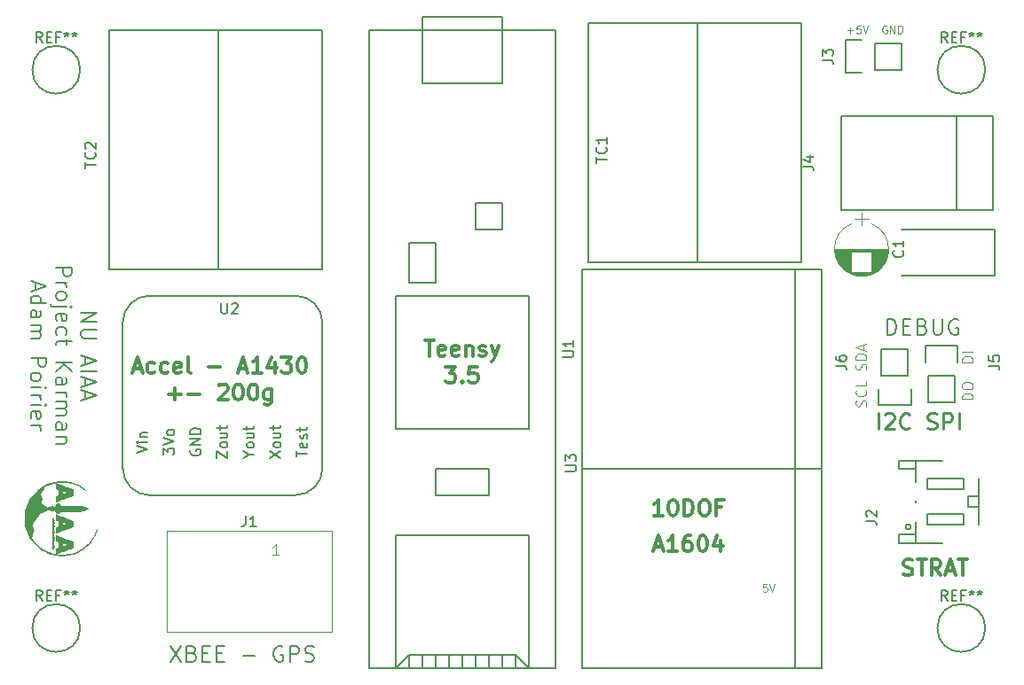
<source format=gbr>
G04 #@! TF.FileFunction,Legend,Top*
%FSLAX46Y46*%
G04 Gerber Fmt 4.6, Leading zero omitted, Abs format (unit mm)*
G04 Created by KiCad (PCBNEW 4.0.6) date Wednesday, July 12, 2017 'PMt' 01:02:18 PM*
%MOMM*%
%LPD*%
G01*
G04 APERTURE LIST*
%ADD10C,0.100000*%
%ADD11C,0.300000*%
%ADD12C,0.122200*%
%ADD13C,0.171800*%
%ADD14C,0.147600*%
%ADD15C,0.223800*%
%ADD16C,0.173000*%
%ADD17C,0.200000*%
%ADD18C,0.150000*%
%ADD19C,0.120000*%
%ADD20C,0.010000*%
G04 APERTURE END LIST*
D10*
D11*
X172680715Y-127504000D02*
X173395001Y-127504000D01*
X172537858Y-127932571D02*
X173037858Y-126432571D01*
X173537858Y-127932571D01*
X174823572Y-127932571D02*
X173966429Y-127932571D01*
X174395001Y-127932571D02*
X174395001Y-126432571D01*
X174252144Y-126646857D01*
X174109286Y-126789714D01*
X173966429Y-126861143D01*
X176109286Y-126432571D02*
X175823572Y-126432571D01*
X175680715Y-126504000D01*
X175609286Y-126575429D01*
X175466429Y-126789714D01*
X175395000Y-127075429D01*
X175395000Y-127646857D01*
X175466429Y-127789714D01*
X175537857Y-127861143D01*
X175680715Y-127932571D01*
X175966429Y-127932571D01*
X176109286Y-127861143D01*
X176180715Y-127789714D01*
X176252143Y-127646857D01*
X176252143Y-127289714D01*
X176180715Y-127146857D01*
X176109286Y-127075429D01*
X175966429Y-127004000D01*
X175680715Y-127004000D01*
X175537857Y-127075429D01*
X175466429Y-127146857D01*
X175395000Y-127289714D01*
X177180714Y-126432571D02*
X177323571Y-126432571D01*
X177466428Y-126504000D01*
X177537857Y-126575429D01*
X177609286Y-126718286D01*
X177680714Y-127004000D01*
X177680714Y-127361143D01*
X177609286Y-127646857D01*
X177537857Y-127789714D01*
X177466428Y-127861143D01*
X177323571Y-127932571D01*
X177180714Y-127932571D01*
X177037857Y-127861143D01*
X176966428Y-127789714D01*
X176895000Y-127646857D01*
X176823571Y-127361143D01*
X176823571Y-127004000D01*
X176895000Y-126718286D01*
X176966428Y-126575429D01*
X177037857Y-126504000D01*
X177180714Y-126432571D01*
X178966428Y-126932571D02*
X178966428Y-127932571D01*
X178609285Y-126361143D02*
X178252142Y-127432571D01*
X179180714Y-127432571D01*
X122941002Y-110481000D02*
X123655288Y-110481000D01*
X122798145Y-110909571D02*
X123298145Y-109409571D01*
X123798145Y-110909571D01*
X124941002Y-110838143D02*
X124798145Y-110909571D01*
X124512431Y-110909571D01*
X124369573Y-110838143D01*
X124298145Y-110766714D01*
X124226716Y-110623857D01*
X124226716Y-110195286D01*
X124298145Y-110052429D01*
X124369573Y-109981000D01*
X124512431Y-109909571D01*
X124798145Y-109909571D01*
X124941002Y-109981000D01*
X126226716Y-110838143D02*
X126083859Y-110909571D01*
X125798145Y-110909571D01*
X125655287Y-110838143D01*
X125583859Y-110766714D01*
X125512430Y-110623857D01*
X125512430Y-110195286D01*
X125583859Y-110052429D01*
X125655287Y-109981000D01*
X125798145Y-109909571D01*
X126083859Y-109909571D01*
X126226716Y-109981000D01*
X127441001Y-110838143D02*
X127298144Y-110909571D01*
X127012430Y-110909571D01*
X126869573Y-110838143D01*
X126798144Y-110695286D01*
X126798144Y-110123857D01*
X126869573Y-109981000D01*
X127012430Y-109909571D01*
X127298144Y-109909571D01*
X127441001Y-109981000D01*
X127512430Y-110123857D01*
X127512430Y-110266714D01*
X126798144Y-110409571D01*
X128369573Y-110909571D02*
X128226715Y-110838143D01*
X128155287Y-110695286D01*
X128155287Y-109409571D01*
X130083858Y-110338143D02*
X131226715Y-110338143D01*
X133012429Y-110481000D02*
X133726715Y-110481000D01*
X132869572Y-110909571D02*
X133369572Y-109409571D01*
X133869572Y-110909571D01*
X135155286Y-110909571D02*
X134298143Y-110909571D01*
X134726715Y-110909571D02*
X134726715Y-109409571D01*
X134583858Y-109623857D01*
X134441000Y-109766714D01*
X134298143Y-109838143D01*
X136441000Y-109909571D02*
X136441000Y-110909571D01*
X136083857Y-109338143D02*
X135726714Y-110409571D01*
X136655286Y-110409571D01*
X137083857Y-109409571D02*
X138012428Y-109409571D01*
X137512428Y-109981000D01*
X137726714Y-109981000D01*
X137869571Y-110052429D01*
X137941000Y-110123857D01*
X138012428Y-110266714D01*
X138012428Y-110623857D01*
X137941000Y-110766714D01*
X137869571Y-110838143D01*
X137726714Y-110909571D01*
X137298142Y-110909571D01*
X137155285Y-110838143D01*
X137083857Y-110766714D01*
X138940999Y-109409571D02*
X139083856Y-109409571D01*
X139226713Y-109481000D01*
X139298142Y-109552429D01*
X139369571Y-109695286D01*
X139440999Y-109981000D01*
X139440999Y-110338143D01*
X139369571Y-110623857D01*
X139298142Y-110766714D01*
X139226713Y-110838143D01*
X139083856Y-110909571D01*
X138940999Y-110909571D01*
X138798142Y-110838143D01*
X138726713Y-110766714D01*
X138655285Y-110623857D01*
X138583856Y-110338143D01*
X138583856Y-109981000D01*
X138655285Y-109695286D01*
X138726713Y-109552429D01*
X138798142Y-109481000D01*
X138940999Y-109409571D01*
X126298144Y-112888143D02*
X127441001Y-112888143D01*
X126869572Y-113459571D02*
X126869572Y-112316714D01*
X128155287Y-112888143D02*
X129298144Y-112888143D01*
X131083858Y-112102429D02*
X131155287Y-112031000D01*
X131298144Y-111959571D01*
X131655287Y-111959571D01*
X131798144Y-112031000D01*
X131869573Y-112102429D01*
X131941001Y-112245286D01*
X131941001Y-112388143D01*
X131869573Y-112602429D01*
X131012430Y-113459571D01*
X131941001Y-113459571D01*
X132869572Y-111959571D02*
X133012429Y-111959571D01*
X133155286Y-112031000D01*
X133226715Y-112102429D01*
X133298144Y-112245286D01*
X133369572Y-112531000D01*
X133369572Y-112888143D01*
X133298144Y-113173857D01*
X133226715Y-113316714D01*
X133155286Y-113388143D01*
X133012429Y-113459571D01*
X132869572Y-113459571D01*
X132726715Y-113388143D01*
X132655286Y-113316714D01*
X132583858Y-113173857D01*
X132512429Y-112888143D01*
X132512429Y-112531000D01*
X132583858Y-112245286D01*
X132655286Y-112102429D01*
X132726715Y-112031000D01*
X132869572Y-111959571D01*
X134298143Y-111959571D02*
X134441000Y-111959571D01*
X134583857Y-112031000D01*
X134655286Y-112102429D01*
X134726715Y-112245286D01*
X134798143Y-112531000D01*
X134798143Y-112888143D01*
X134726715Y-113173857D01*
X134655286Y-113316714D01*
X134583857Y-113388143D01*
X134441000Y-113459571D01*
X134298143Y-113459571D01*
X134155286Y-113388143D01*
X134083857Y-113316714D01*
X134012429Y-113173857D01*
X133941000Y-112888143D01*
X133941000Y-112531000D01*
X134012429Y-112245286D01*
X134083857Y-112102429D01*
X134155286Y-112031000D01*
X134298143Y-111959571D01*
X136083857Y-112459571D02*
X136083857Y-113673857D01*
X136012428Y-113816714D01*
X135941000Y-113888143D01*
X135798143Y-113959571D01*
X135583857Y-113959571D01*
X135441000Y-113888143D01*
X136083857Y-113388143D02*
X135941000Y-113459571D01*
X135655286Y-113459571D01*
X135512428Y-113388143D01*
X135441000Y-113316714D01*
X135369571Y-113173857D01*
X135369571Y-112745286D01*
X135441000Y-112602429D01*
X135512428Y-112531000D01*
X135655286Y-112459571D01*
X135941000Y-112459571D01*
X136083857Y-112531000D01*
D12*
X183374429Y-131040857D02*
X183023000Y-131040857D01*
X182987857Y-131392286D01*
X183023000Y-131357143D01*
X183093286Y-131322000D01*
X183269000Y-131322000D01*
X183339286Y-131357143D01*
X183374429Y-131392286D01*
X183409572Y-131462571D01*
X183409572Y-131638286D01*
X183374429Y-131708571D01*
X183339286Y-131743714D01*
X183269000Y-131778857D01*
X183093286Y-131778857D01*
X183023000Y-131743714D01*
X182987857Y-131708571D01*
X183620429Y-131040857D02*
X183866429Y-131778857D01*
X184112429Y-131040857D01*
X191039286Y-78157714D02*
X191601572Y-78157714D01*
X191320429Y-78438857D02*
X191320429Y-77876571D01*
X192304429Y-77700857D02*
X191953000Y-77700857D01*
X191917857Y-78052286D01*
X191953000Y-78017143D01*
X192023286Y-77982000D01*
X192199000Y-77982000D01*
X192269286Y-78017143D01*
X192304429Y-78052286D01*
X192339572Y-78122571D01*
X192339572Y-78298286D01*
X192304429Y-78368571D01*
X192269286Y-78403714D01*
X192199000Y-78438857D01*
X192023286Y-78438857D01*
X191953000Y-78403714D01*
X191917857Y-78368571D01*
X192550429Y-77700857D02*
X192796429Y-78438857D01*
X193042429Y-77700857D01*
X194799572Y-77736000D02*
X194729286Y-77700857D01*
X194623857Y-77700857D01*
X194518429Y-77736000D01*
X194448143Y-77806286D01*
X194413000Y-77876571D01*
X194377857Y-78017143D01*
X194377857Y-78122571D01*
X194413000Y-78263143D01*
X194448143Y-78333429D01*
X194518429Y-78403714D01*
X194623857Y-78438857D01*
X194694143Y-78438857D01*
X194799572Y-78403714D01*
X194834715Y-78368571D01*
X194834715Y-78122571D01*
X194694143Y-78122571D01*
X195151000Y-78438857D02*
X195151000Y-77700857D01*
X195572715Y-78438857D01*
X195572715Y-77700857D01*
X195924143Y-78438857D02*
X195924143Y-77700857D01*
X196099858Y-77700857D01*
X196205286Y-77736000D01*
X196275572Y-77806286D01*
X196310715Y-77876571D01*
X196345858Y-78017143D01*
X196345858Y-78122571D01*
X196310715Y-78263143D01*
X196275572Y-78333429D01*
X196205286Y-78403714D01*
X196099858Y-78438857D01*
X195924143Y-78438857D01*
X192806524Y-114077382D02*
X192853762Y-113935667D01*
X192853762Y-113699477D01*
X192806524Y-113605001D01*
X192759286Y-113557763D01*
X192664810Y-113510524D01*
X192570333Y-113510524D01*
X192475857Y-113557763D01*
X192428619Y-113605001D01*
X192381381Y-113699477D01*
X192334143Y-113888429D01*
X192286905Y-113982905D01*
X192239667Y-114030144D01*
X192145190Y-114077382D01*
X192050714Y-114077382D01*
X191956238Y-114030144D01*
X191909000Y-113982905D01*
X191861762Y-113888429D01*
X191861762Y-113652239D01*
X191909000Y-113510524D01*
X192759286Y-112518524D02*
X192806524Y-112565762D01*
X192853762Y-112707477D01*
X192853762Y-112801953D01*
X192806524Y-112943667D01*
X192712048Y-113038143D01*
X192617571Y-113085382D01*
X192428619Y-113132620D01*
X192286905Y-113132620D01*
X192097952Y-113085382D01*
X192003476Y-113038143D01*
X191909000Y-112943667D01*
X191861762Y-112801953D01*
X191861762Y-112707477D01*
X191909000Y-112565762D01*
X191956238Y-112518524D01*
X192853762Y-111621001D02*
X192853762Y-112093382D01*
X191861762Y-112093382D01*
X192806524Y-110581762D02*
X192853762Y-110440047D01*
X192853762Y-110203857D01*
X192806524Y-110109381D01*
X192759286Y-110062143D01*
X192664810Y-110014904D01*
X192570333Y-110014904D01*
X192475857Y-110062143D01*
X192428619Y-110109381D01*
X192381381Y-110203857D01*
X192334143Y-110392809D01*
X192286905Y-110487285D01*
X192239667Y-110534524D01*
X192145190Y-110581762D01*
X192050714Y-110581762D01*
X191956238Y-110534524D01*
X191909000Y-110487285D01*
X191861762Y-110392809D01*
X191861762Y-110156619D01*
X191909000Y-110014904D01*
X192853762Y-109589762D02*
X191861762Y-109589762D01*
X191861762Y-109353571D01*
X191909000Y-109211857D01*
X192003476Y-109117381D01*
X192097952Y-109070142D01*
X192286905Y-109022904D01*
X192428619Y-109022904D01*
X192617571Y-109070142D01*
X192712048Y-109117381D01*
X192806524Y-109211857D01*
X192853762Y-109353571D01*
X192853762Y-109589762D01*
X192570333Y-108645000D02*
X192570333Y-108172619D01*
X192853762Y-108739476D02*
X191861762Y-108408809D01*
X192853762Y-108078142D01*
X203013762Y-113392429D02*
X202021762Y-113392429D01*
X202021762Y-113156238D01*
X202069000Y-113014524D01*
X202163476Y-112920048D01*
X202257952Y-112872809D01*
X202446905Y-112825571D01*
X202588619Y-112825571D01*
X202777571Y-112872809D01*
X202872048Y-112920048D01*
X202966524Y-113014524D01*
X203013762Y-113156238D01*
X203013762Y-113392429D01*
X202021762Y-112211476D02*
X202021762Y-112022524D01*
X202069000Y-111928048D01*
X202163476Y-111833571D01*
X202352429Y-111786333D01*
X202683095Y-111786333D01*
X202872048Y-111833571D01*
X202966524Y-111928048D01*
X203013762Y-112022524D01*
X203013762Y-112211476D01*
X202966524Y-112305952D01*
X202872048Y-112400429D01*
X202683095Y-112447667D01*
X202352429Y-112447667D01*
X202163476Y-112400429D01*
X202069000Y-112305952D01*
X202021762Y-112211476D01*
X203013762Y-109849571D02*
X202021762Y-109849571D01*
X202021762Y-109613380D01*
X202069000Y-109471666D01*
X202163476Y-109377190D01*
X202257952Y-109329951D01*
X202446905Y-109282713D01*
X202588619Y-109282713D01*
X202777571Y-109329951D01*
X202872048Y-109377190D01*
X202966524Y-109471666D01*
X203013762Y-109613380D01*
X203013762Y-109849571D01*
X203013762Y-108857571D02*
X202021762Y-108857571D01*
D13*
X126457144Y-136973571D02*
X127457144Y-138473571D01*
X127457144Y-136973571D02*
X126457144Y-138473571D01*
X128528572Y-137687857D02*
X128742858Y-137759286D01*
X128814286Y-137830714D01*
X128885715Y-137973571D01*
X128885715Y-138187857D01*
X128814286Y-138330714D01*
X128742858Y-138402143D01*
X128600000Y-138473571D01*
X128028572Y-138473571D01*
X128028572Y-136973571D01*
X128528572Y-136973571D01*
X128671429Y-137045000D01*
X128742858Y-137116429D01*
X128814286Y-137259286D01*
X128814286Y-137402143D01*
X128742858Y-137545000D01*
X128671429Y-137616429D01*
X128528572Y-137687857D01*
X128028572Y-137687857D01*
X129528572Y-137687857D02*
X130028572Y-137687857D01*
X130242858Y-138473571D02*
X129528572Y-138473571D01*
X129528572Y-136973571D01*
X130242858Y-136973571D01*
X130885715Y-137687857D02*
X131385715Y-137687857D01*
X131600001Y-138473571D02*
X130885715Y-138473571D01*
X130885715Y-136973571D01*
X131600001Y-136973571D01*
X133385715Y-137902143D02*
X134528572Y-137902143D01*
X137171429Y-137045000D02*
X137028572Y-136973571D01*
X136814286Y-136973571D01*
X136600001Y-137045000D01*
X136457143Y-137187857D01*
X136385715Y-137330714D01*
X136314286Y-137616429D01*
X136314286Y-137830714D01*
X136385715Y-138116429D01*
X136457143Y-138259286D01*
X136600001Y-138402143D01*
X136814286Y-138473571D01*
X136957143Y-138473571D01*
X137171429Y-138402143D01*
X137242858Y-138330714D01*
X137242858Y-137830714D01*
X136957143Y-137830714D01*
X137885715Y-138473571D02*
X137885715Y-136973571D01*
X138457143Y-136973571D01*
X138600001Y-137045000D01*
X138671429Y-137116429D01*
X138742858Y-137259286D01*
X138742858Y-137473571D01*
X138671429Y-137616429D01*
X138600001Y-137687857D01*
X138457143Y-137759286D01*
X137885715Y-137759286D01*
X139314286Y-138402143D02*
X139528572Y-138473571D01*
X139885715Y-138473571D01*
X140028572Y-138402143D01*
X140100001Y-138330714D01*
X140171429Y-138187857D01*
X140171429Y-138045000D01*
X140100001Y-137902143D01*
X140028572Y-137830714D01*
X139885715Y-137759286D01*
X139600001Y-137687857D01*
X139457143Y-137616429D01*
X139385715Y-137545000D01*
X139314286Y-137402143D01*
X139314286Y-137259286D01*
X139385715Y-137116429D01*
X139457143Y-137045000D01*
X139600001Y-136973571D01*
X139957143Y-136973571D01*
X140171429Y-137045000D01*
D11*
X150733572Y-107758571D02*
X151590715Y-107758571D01*
X151162144Y-109258571D02*
X151162144Y-107758571D01*
X152662143Y-109187143D02*
X152519286Y-109258571D01*
X152233572Y-109258571D01*
X152090715Y-109187143D01*
X152019286Y-109044286D01*
X152019286Y-108472857D01*
X152090715Y-108330000D01*
X152233572Y-108258571D01*
X152519286Y-108258571D01*
X152662143Y-108330000D01*
X152733572Y-108472857D01*
X152733572Y-108615714D01*
X152019286Y-108758571D01*
X153947857Y-109187143D02*
X153805000Y-109258571D01*
X153519286Y-109258571D01*
X153376429Y-109187143D01*
X153305000Y-109044286D01*
X153305000Y-108472857D01*
X153376429Y-108330000D01*
X153519286Y-108258571D01*
X153805000Y-108258571D01*
X153947857Y-108330000D01*
X154019286Y-108472857D01*
X154019286Y-108615714D01*
X153305000Y-108758571D01*
X154662143Y-108258571D02*
X154662143Y-109258571D01*
X154662143Y-108401429D02*
X154733571Y-108330000D01*
X154876429Y-108258571D01*
X155090714Y-108258571D01*
X155233571Y-108330000D01*
X155305000Y-108472857D01*
X155305000Y-109258571D01*
X155947857Y-109187143D02*
X156090714Y-109258571D01*
X156376429Y-109258571D01*
X156519286Y-109187143D01*
X156590714Y-109044286D01*
X156590714Y-108972857D01*
X156519286Y-108830000D01*
X156376429Y-108758571D01*
X156162143Y-108758571D01*
X156019286Y-108687143D01*
X155947857Y-108544286D01*
X155947857Y-108472857D01*
X156019286Y-108330000D01*
X156162143Y-108258571D01*
X156376429Y-108258571D01*
X156519286Y-108330000D01*
X157090715Y-108258571D02*
X157447858Y-109258571D01*
X157805000Y-108258571D02*
X157447858Y-109258571D01*
X157305000Y-109615714D01*
X157233572Y-109687143D01*
X157090715Y-109758571D01*
X152733572Y-110308571D02*
X153662143Y-110308571D01*
X153162143Y-110880000D01*
X153376429Y-110880000D01*
X153519286Y-110951429D01*
X153590715Y-111022857D01*
X153662143Y-111165714D01*
X153662143Y-111522857D01*
X153590715Y-111665714D01*
X153519286Y-111737143D01*
X153376429Y-111808571D01*
X152947857Y-111808571D01*
X152805000Y-111737143D01*
X152733572Y-111665714D01*
X154305000Y-111665714D02*
X154376428Y-111737143D01*
X154305000Y-111808571D01*
X154233571Y-111737143D01*
X154305000Y-111665714D01*
X154305000Y-111808571D01*
X155733572Y-110308571D02*
X155019286Y-110308571D01*
X154947857Y-111022857D01*
X155019286Y-110951429D01*
X155162143Y-110880000D01*
X155519286Y-110880000D01*
X155662143Y-110951429D01*
X155733572Y-111022857D01*
X155805000Y-111165714D01*
X155805000Y-111522857D01*
X155733572Y-111665714D01*
X155662143Y-111737143D01*
X155519286Y-111808571D01*
X155162143Y-111808571D01*
X155019286Y-111737143D01*
X154947857Y-111665714D01*
D14*
X117924029Y-105148572D02*
X119424029Y-105148572D01*
X117924029Y-106005715D01*
X119424029Y-106005715D01*
X119424029Y-106720001D02*
X118209743Y-106720001D01*
X118066886Y-106791429D01*
X117995457Y-106862858D01*
X117924029Y-107005715D01*
X117924029Y-107291429D01*
X117995457Y-107434287D01*
X118066886Y-107505715D01*
X118209743Y-107577144D01*
X119424029Y-107577144D01*
X118352600Y-109362858D02*
X118352600Y-110077144D01*
X117924029Y-109220001D02*
X119424029Y-109720001D01*
X117924029Y-110220001D01*
X117924029Y-110720001D02*
X119424029Y-110720001D01*
X118352600Y-111362858D02*
X118352600Y-112077144D01*
X117924029Y-111220001D02*
X119424029Y-111720001D01*
X117924029Y-112220001D01*
X118352600Y-112648572D02*
X118352600Y-113362858D01*
X117924029Y-112505715D02*
X119424029Y-113005715D01*
X117924029Y-113505715D01*
X115526429Y-100791429D02*
X117026429Y-100791429D01*
X117026429Y-101362857D01*
X116955000Y-101505715D01*
X116883571Y-101577143D01*
X116740714Y-101648572D01*
X116526429Y-101648572D01*
X116383571Y-101577143D01*
X116312143Y-101505715D01*
X116240714Y-101362857D01*
X116240714Y-100791429D01*
X115526429Y-102291429D02*
X116526429Y-102291429D01*
X116240714Y-102291429D02*
X116383571Y-102362857D01*
X116455000Y-102434286D01*
X116526429Y-102577143D01*
X116526429Y-102720000D01*
X115526429Y-103434286D02*
X115597857Y-103291428D01*
X115669286Y-103220000D01*
X115812143Y-103148571D01*
X116240714Y-103148571D01*
X116383571Y-103220000D01*
X116455000Y-103291428D01*
X116526429Y-103434286D01*
X116526429Y-103648571D01*
X116455000Y-103791428D01*
X116383571Y-103862857D01*
X116240714Y-103934286D01*
X115812143Y-103934286D01*
X115669286Y-103862857D01*
X115597857Y-103791428D01*
X115526429Y-103648571D01*
X115526429Y-103434286D01*
X116526429Y-104577143D02*
X115240714Y-104577143D01*
X115097857Y-104505714D01*
X115026429Y-104362857D01*
X115026429Y-104291429D01*
X117026429Y-104577143D02*
X116955000Y-104505714D01*
X116883571Y-104577143D01*
X116955000Y-104648571D01*
X117026429Y-104577143D01*
X116883571Y-104577143D01*
X115597857Y-105862857D02*
X115526429Y-105720000D01*
X115526429Y-105434286D01*
X115597857Y-105291429D01*
X115740714Y-105220000D01*
X116312143Y-105220000D01*
X116455000Y-105291429D01*
X116526429Y-105434286D01*
X116526429Y-105720000D01*
X116455000Y-105862857D01*
X116312143Y-105934286D01*
X116169286Y-105934286D01*
X116026429Y-105220000D01*
X115597857Y-107220000D02*
X115526429Y-107077143D01*
X115526429Y-106791429D01*
X115597857Y-106648571D01*
X115669286Y-106577143D01*
X115812143Y-106505714D01*
X116240714Y-106505714D01*
X116383571Y-106577143D01*
X116455000Y-106648571D01*
X116526429Y-106791429D01*
X116526429Y-107077143D01*
X116455000Y-107220000D01*
X116526429Y-107648571D02*
X116526429Y-108220000D01*
X117026429Y-107862857D02*
X115740714Y-107862857D01*
X115597857Y-107934285D01*
X115526429Y-108077143D01*
X115526429Y-108220000D01*
X115526429Y-109862857D02*
X117026429Y-109862857D01*
X115526429Y-110720000D02*
X116383571Y-110077143D01*
X117026429Y-110720000D02*
X116169286Y-109862857D01*
X115526429Y-112005714D02*
X116312143Y-112005714D01*
X116455000Y-111934285D01*
X116526429Y-111791428D01*
X116526429Y-111505714D01*
X116455000Y-111362857D01*
X115597857Y-112005714D02*
X115526429Y-111862857D01*
X115526429Y-111505714D01*
X115597857Y-111362857D01*
X115740714Y-111291428D01*
X115883571Y-111291428D01*
X116026429Y-111362857D01*
X116097857Y-111505714D01*
X116097857Y-111862857D01*
X116169286Y-112005714D01*
X115526429Y-112720000D02*
X116526429Y-112720000D01*
X116240714Y-112720000D02*
X116383571Y-112791428D01*
X116455000Y-112862857D01*
X116526429Y-113005714D01*
X116526429Y-113148571D01*
X115526429Y-113648571D02*
X116526429Y-113648571D01*
X116383571Y-113648571D02*
X116455000Y-113719999D01*
X116526429Y-113862857D01*
X116526429Y-114077142D01*
X116455000Y-114219999D01*
X116312143Y-114291428D01*
X115526429Y-114291428D01*
X116312143Y-114291428D02*
X116455000Y-114362857D01*
X116526429Y-114505714D01*
X116526429Y-114719999D01*
X116455000Y-114862857D01*
X116312143Y-114934285D01*
X115526429Y-114934285D01*
X115526429Y-116291428D02*
X116312143Y-116291428D01*
X116455000Y-116219999D01*
X116526429Y-116077142D01*
X116526429Y-115791428D01*
X116455000Y-115648571D01*
X115597857Y-116291428D02*
X115526429Y-116148571D01*
X115526429Y-115791428D01*
X115597857Y-115648571D01*
X115740714Y-115577142D01*
X115883571Y-115577142D01*
X116026429Y-115648571D01*
X116097857Y-115791428D01*
X116097857Y-116148571D01*
X116169286Y-116291428D01*
X116526429Y-117005714D02*
X115526429Y-117005714D01*
X116383571Y-117005714D02*
X116455000Y-117077142D01*
X116526429Y-117220000D01*
X116526429Y-117434285D01*
X116455000Y-117577142D01*
X116312143Y-117648571D01*
X115526429Y-117648571D01*
X113557400Y-102220000D02*
X113557400Y-102934286D01*
X113128829Y-102077143D02*
X114628829Y-102577143D01*
X113128829Y-103077143D01*
X113128829Y-104220000D02*
X114628829Y-104220000D01*
X113200257Y-104220000D02*
X113128829Y-104077143D01*
X113128829Y-103791429D01*
X113200257Y-103648571D01*
X113271686Y-103577143D01*
X113414543Y-103505714D01*
X113843114Y-103505714D01*
X113985971Y-103577143D01*
X114057400Y-103648571D01*
X114128829Y-103791429D01*
X114128829Y-104077143D01*
X114057400Y-104220000D01*
X113128829Y-105577143D02*
X113914543Y-105577143D01*
X114057400Y-105505714D01*
X114128829Y-105362857D01*
X114128829Y-105077143D01*
X114057400Y-104934286D01*
X113200257Y-105577143D02*
X113128829Y-105434286D01*
X113128829Y-105077143D01*
X113200257Y-104934286D01*
X113343114Y-104862857D01*
X113485971Y-104862857D01*
X113628829Y-104934286D01*
X113700257Y-105077143D01*
X113700257Y-105434286D01*
X113771686Y-105577143D01*
X113128829Y-106291429D02*
X114128829Y-106291429D01*
X113985971Y-106291429D02*
X114057400Y-106362857D01*
X114128829Y-106505715D01*
X114128829Y-106720000D01*
X114057400Y-106862857D01*
X113914543Y-106934286D01*
X113128829Y-106934286D01*
X113914543Y-106934286D02*
X114057400Y-107005715D01*
X114128829Y-107148572D01*
X114128829Y-107362857D01*
X114057400Y-107505715D01*
X113914543Y-107577143D01*
X113128829Y-107577143D01*
X113128829Y-109434286D02*
X114628829Y-109434286D01*
X114628829Y-110005714D01*
X114557400Y-110148572D01*
X114485971Y-110220000D01*
X114343114Y-110291429D01*
X114128829Y-110291429D01*
X113985971Y-110220000D01*
X113914543Y-110148572D01*
X113843114Y-110005714D01*
X113843114Y-109434286D01*
X113128829Y-111148572D02*
X113200257Y-111005714D01*
X113271686Y-110934286D01*
X113414543Y-110862857D01*
X113843114Y-110862857D01*
X113985971Y-110934286D01*
X114057400Y-111005714D01*
X114128829Y-111148572D01*
X114128829Y-111362857D01*
X114057400Y-111505714D01*
X113985971Y-111577143D01*
X113843114Y-111648572D01*
X113414543Y-111648572D01*
X113271686Y-111577143D01*
X113200257Y-111505714D01*
X113128829Y-111362857D01*
X113128829Y-111148572D01*
X113128829Y-112291429D02*
X114128829Y-112291429D01*
X114628829Y-112291429D02*
X114557400Y-112220000D01*
X114485971Y-112291429D01*
X114557400Y-112362857D01*
X114628829Y-112291429D01*
X114485971Y-112291429D01*
X113128829Y-113005715D02*
X114128829Y-113005715D01*
X113843114Y-113005715D02*
X113985971Y-113077143D01*
X114057400Y-113148572D01*
X114128829Y-113291429D01*
X114128829Y-113434286D01*
X113128829Y-113934286D02*
X114128829Y-113934286D01*
X114628829Y-113934286D02*
X114557400Y-113862857D01*
X114485971Y-113934286D01*
X114557400Y-114005714D01*
X114628829Y-113934286D01*
X114485971Y-113934286D01*
X113200257Y-115220000D02*
X113128829Y-115077143D01*
X113128829Y-114791429D01*
X113200257Y-114648572D01*
X113343114Y-114577143D01*
X113914543Y-114577143D01*
X114057400Y-114648572D01*
X114128829Y-114791429D01*
X114128829Y-115077143D01*
X114057400Y-115220000D01*
X113914543Y-115291429D01*
X113771686Y-115291429D01*
X113628829Y-114577143D01*
X113128829Y-115934286D02*
X114128829Y-115934286D01*
X113843114Y-115934286D02*
X113985971Y-116005714D01*
X114057400Y-116077143D01*
X114128829Y-116220000D01*
X114128829Y-116362857D01*
D15*
X194008858Y-116248571D02*
X194008858Y-114748571D01*
X194651715Y-114891429D02*
X194723144Y-114820000D01*
X194866001Y-114748571D01*
X195223144Y-114748571D01*
X195366001Y-114820000D01*
X195437430Y-114891429D01*
X195508858Y-115034286D01*
X195508858Y-115177143D01*
X195437430Y-115391429D01*
X194580287Y-116248571D01*
X195508858Y-116248571D01*
X197008858Y-116105714D02*
X196937429Y-116177143D01*
X196723143Y-116248571D01*
X196580286Y-116248571D01*
X196366001Y-116177143D01*
X196223143Y-116034286D01*
X196151715Y-115891429D01*
X196080286Y-115605714D01*
X196080286Y-115391429D01*
X196151715Y-115105714D01*
X196223143Y-114962857D01*
X196366001Y-114820000D01*
X196580286Y-114748571D01*
X196723143Y-114748571D01*
X196937429Y-114820000D01*
X197008858Y-114891429D01*
X198723143Y-116177143D02*
X198937429Y-116248571D01*
X199294572Y-116248571D01*
X199437429Y-116177143D01*
X199508858Y-116105714D01*
X199580286Y-115962857D01*
X199580286Y-115820000D01*
X199508858Y-115677143D01*
X199437429Y-115605714D01*
X199294572Y-115534286D01*
X199008858Y-115462857D01*
X198866000Y-115391429D01*
X198794572Y-115320000D01*
X198723143Y-115177143D01*
X198723143Y-115034286D01*
X198794572Y-114891429D01*
X198866000Y-114820000D01*
X199008858Y-114748571D01*
X199366000Y-114748571D01*
X199580286Y-114820000D01*
X200223143Y-116248571D02*
X200223143Y-114748571D01*
X200794571Y-114748571D01*
X200937429Y-114820000D01*
X201008857Y-114891429D01*
X201080286Y-115034286D01*
X201080286Y-115248571D01*
X201008857Y-115391429D01*
X200937429Y-115462857D01*
X200794571Y-115534286D01*
X200223143Y-115534286D01*
X201723143Y-116248571D02*
X201723143Y-114748571D01*
D16*
X194889857Y-107231571D02*
X194889857Y-105731571D01*
X195247000Y-105731571D01*
X195461285Y-105803000D01*
X195604143Y-105945857D01*
X195675571Y-106088714D01*
X195747000Y-106374429D01*
X195747000Y-106588714D01*
X195675571Y-106874429D01*
X195604143Y-107017286D01*
X195461285Y-107160143D01*
X195247000Y-107231571D01*
X194889857Y-107231571D01*
X196389857Y-106445857D02*
X196889857Y-106445857D01*
X197104143Y-107231571D02*
X196389857Y-107231571D01*
X196389857Y-105731571D01*
X197104143Y-105731571D01*
X198247000Y-106445857D02*
X198461286Y-106517286D01*
X198532714Y-106588714D01*
X198604143Y-106731571D01*
X198604143Y-106945857D01*
X198532714Y-107088714D01*
X198461286Y-107160143D01*
X198318428Y-107231571D01*
X197747000Y-107231571D01*
X197747000Y-105731571D01*
X198247000Y-105731571D01*
X198389857Y-105803000D01*
X198461286Y-105874429D01*
X198532714Y-106017286D01*
X198532714Y-106160143D01*
X198461286Y-106303000D01*
X198389857Y-106374429D01*
X198247000Y-106445857D01*
X197747000Y-106445857D01*
X199247000Y-105731571D02*
X199247000Y-106945857D01*
X199318428Y-107088714D01*
X199389857Y-107160143D01*
X199532714Y-107231571D01*
X199818428Y-107231571D01*
X199961286Y-107160143D01*
X200032714Y-107088714D01*
X200104143Y-106945857D01*
X200104143Y-105731571D01*
X201604143Y-105803000D02*
X201461286Y-105731571D01*
X201247000Y-105731571D01*
X201032715Y-105803000D01*
X200889857Y-105945857D01*
X200818429Y-106088714D01*
X200747000Y-106374429D01*
X200747000Y-106588714D01*
X200818429Y-106874429D01*
X200889857Y-107017286D01*
X201032715Y-107160143D01*
X201247000Y-107231571D01*
X201389857Y-107231571D01*
X201604143Y-107160143D01*
X201675572Y-107088714D01*
X201675572Y-106588714D01*
X201389857Y-106588714D01*
D17*
X205105000Y-101600000D02*
X196215000Y-101600000D01*
X205105000Y-97155000D02*
X205105000Y-101600000D01*
X196215000Y-97155000D02*
X205105000Y-97155000D01*
D11*
X196425715Y-130147143D02*
X196640001Y-130218571D01*
X196997144Y-130218571D01*
X197140001Y-130147143D01*
X197211430Y-130075714D01*
X197282858Y-129932857D01*
X197282858Y-129790000D01*
X197211430Y-129647143D01*
X197140001Y-129575714D01*
X196997144Y-129504286D01*
X196711430Y-129432857D01*
X196568572Y-129361429D01*
X196497144Y-129290000D01*
X196425715Y-129147143D01*
X196425715Y-129004286D01*
X196497144Y-128861429D01*
X196568572Y-128790000D01*
X196711430Y-128718571D01*
X197068572Y-128718571D01*
X197282858Y-128790000D01*
X197711429Y-128718571D02*
X198568572Y-128718571D01*
X198140001Y-130218571D02*
X198140001Y-128718571D01*
X199925715Y-130218571D02*
X199425715Y-129504286D01*
X199068572Y-130218571D02*
X199068572Y-128718571D01*
X199640000Y-128718571D01*
X199782858Y-128790000D01*
X199854286Y-128861429D01*
X199925715Y-129004286D01*
X199925715Y-129218571D01*
X199854286Y-129361429D01*
X199782858Y-129432857D01*
X199640000Y-129504286D01*
X199068572Y-129504286D01*
X200497143Y-129790000D02*
X201211429Y-129790000D01*
X200354286Y-130218571D02*
X200854286Y-128718571D01*
X201354286Y-130218571D01*
X201640000Y-128718571D02*
X202497143Y-128718571D01*
X202068572Y-130218571D02*
X202068572Y-128718571D01*
X173430715Y-124503571D02*
X172573572Y-124503571D01*
X173002144Y-124503571D02*
X173002144Y-123003571D01*
X172859287Y-123217857D01*
X172716429Y-123360714D01*
X172573572Y-123432143D01*
X174359286Y-123003571D02*
X174502143Y-123003571D01*
X174645000Y-123075000D01*
X174716429Y-123146429D01*
X174787858Y-123289286D01*
X174859286Y-123575000D01*
X174859286Y-123932143D01*
X174787858Y-124217857D01*
X174716429Y-124360714D01*
X174645000Y-124432143D01*
X174502143Y-124503571D01*
X174359286Y-124503571D01*
X174216429Y-124432143D01*
X174145000Y-124360714D01*
X174073572Y-124217857D01*
X174002143Y-123932143D01*
X174002143Y-123575000D01*
X174073572Y-123289286D01*
X174145000Y-123146429D01*
X174216429Y-123075000D01*
X174359286Y-123003571D01*
X175502143Y-124503571D02*
X175502143Y-123003571D01*
X175859286Y-123003571D01*
X176073571Y-123075000D01*
X176216429Y-123217857D01*
X176287857Y-123360714D01*
X176359286Y-123646429D01*
X176359286Y-123860714D01*
X176287857Y-124146429D01*
X176216429Y-124289286D01*
X176073571Y-124432143D01*
X175859286Y-124503571D01*
X175502143Y-124503571D01*
X177287857Y-123003571D02*
X177573571Y-123003571D01*
X177716429Y-123075000D01*
X177859286Y-123217857D01*
X177930714Y-123503571D01*
X177930714Y-124003571D01*
X177859286Y-124289286D01*
X177716429Y-124432143D01*
X177573571Y-124503571D01*
X177287857Y-124503571D01*
X177145000Y-124432143D01*
X177002143Y-124289286D01*
X176930714Y-124003571D01*
X176930714Y-123503571D01*
X177002143Y-123217857D01*
X177145000Y-123075000D01*
X177287857Y-123003571D01*
X179073572Y-123717857D02*
X178573572Y-123717857D01*
X178573572Y-124503571D02*
X178573572Y-123003571D01*
X179287858Y-123003571D01*
D18*
X188595000Y-120015000D02*
X165735000Y-120015000D01*
X186055000Y-100965000D02*
X186055000Y-139065000D01*
X165735000Y-139065000D02*
X165735000Y-100965000D01*
X165735000Y-100965000D02*
X188595000Y-100965000D01*
X188595000Y-100965000D02*
X188595000Y-139065000D01*
X188595000Y-139065000D02*
X165735000Y-139065000D01*
D19*
X193386400Y-101436863D02*
G75*
G03X193385000Y-96642564I-981400J2396863D01*
G01*
X191423600Y-101436863D02*
G75*
G02X191425000Y-96642564I981400J2396863D01*
G01*
X191423600Y-101436863D02*
G75*
G03X193385000Y-101437436I981400J2396863D01*
G01*
X194955000Y-99040000D02*
X189855000Y-99040000D01*
X194955000Y-99080000D02*
X189855000Y-99080000D01*
X194954000Y-99120000D02*
X189856000Y-99120000D01*
X194953000Y-99160000D02*
X189857000Y-99160000D01*
X194951000Y-99200000D02*
X189859000Y-99200000D01*
X194948000Y-99240000D02*
X189862000Y-99240000D01*
X194944000Y-99280000D02*
X189866000Y-99280000D01*
X194940000Y-99320000D02*
X193385000Y-99320000D01*
X191425000Y-99320000D02*
X189870000Y-99320000D01*
X194936000Y-99360000D02*
X193385000Y-99360000D01*
X191425000Y-99360000D02*
X189874000Y-99360000D01*
X194930000Y-99400000D02*
X193385000Y-99400000D01*
X191425000Y-99400000D02*
X189880000Y-99400000D01*
X194924000Y-99440000D02*
X193385000Y-99440000D01*
X191425000Y-99440000D02*
X189886000Y-99440000D01*
X194918000Y-99480000D02*
X193385000Y-99480000D01*
X191425000Y-99480000D02*
X189892000Y-99480000D01*
X194911000Y-99520000D02*
X193385000Y-99520000D01*
X191425000Y-99520000D02*
X189899000Y-99520000D01*
X194903000Y-99560000D02*
X193385000Y-99560000D01*
X191425000Y-99560000D02*
X189907000Y-99560000D01*
X194894000Y-99600000D02*
X193385000Y-99600000D01*
X191425000Y-99600000D02*
X189916000Y-99600000D01*
X194885000Y-99640000D02*
X193385000Y-99640000D01*
X191425000Y-99640000D02*
X189925000Y-99640000D01*
X194875000Y-99680000D02*
X193385000Y-99680000D01*
X191425000Y-99680000D02*
X189935000Y-99680000D01*
X194865000Y-99720000D02*
X193385000Y-99720000D01*
X191425000Y-99720000D02*
X189945000Y-99720000D01*
X194853000Y-99761000D02*
X193385000Y-99761000D01*
X191425000Y-99761000D02*
X189957000Y-99761000D01*
X194841000Y-99801000D02*
X193385000Y-99801000D01*
X191425000Y-99801000D02*
X189969000Y-99801000D01*
X194829000Y-99841000D02*
X193385000Y-99841000D01*
X191425000Y-99841000D02*
X189981000Y-99841000D01*
X194815000Y-99881000D02*
X193385000Y-99881000D01*
X191425000Y-99881000D02*
X189995000Y-99881000D01*
X194801000Y-99921000D02*
X193385000Y-99921000D01*
X191425000Y-99921000D02*
X190009000Y-99921000D01*
X194787000Y-99961000D02*
X193385000Y-99961000D01*
X191425000Y-99961000D02*
X190023000Y-99961000D01*
X194771000Y-100001000D02*
X193385000Y-100001000D01*
X191425000Y-100001000D02*
X190039000Y-100001000D01*
X194755000Y-100041000D02*
X193385000Y-100041000D01*
X191425000Y-100041000D02*
X190055000Y-100041000D01*
X194738000Y-100081000D02*
X193385000Y-100081000D01*
X191425000Y-100081000D02*
X190072000Y-100081000D01*
X194720000Y-100121000D02*
X193385000Y-100121000D01*
X191425000Y-100121000D02*
X190090000Y-100121000D01*
X194701000Y-100161000D02*
X193385000Y-100161000D01*
X191425000Y-100161000D02*
X190109000Y-100161000D01*
X194681000Y-100201000D02*
X193385000Y-100201000D01*
X191425000Y-100201000D02*
X190129000Y-100201000D01*
X194661000Y-100241000D02*
X193385000Y-100241000D01*
X191425000Y-100241000D02*
X190149000Y-100241000D01*
X194639000Y-100281000D02*
X193385000Y-100281000D01*
X191425000Y-100281000D02*
X190171000Y-100281000D01*
X194617000Y-100321000D02*
X193385000Y-100321000D01*
X191425000Y-100321000D02*
X190193000Y-100321000D01*
X194594000Y-100361000D02*
X193385000Y-100361000D01*
X191425000Y-100361000D02*
X190216000Y-100361000D01*
X194570000Y-100401000D02*
X193385000Y-100401000D01*
X191425000Y-100401000D02*
X190240000Y-100401000D01*
X194545000Y-100441000D02*
X193385000Y-100441000D01*
X191425000Y-100441000D02*
X190265000Y-100441000D01*
X194518000Y-100481000D02*
X193385000Y-100481000D01*
X191425000Y-100481000D02*
X190292000Y-100481000D01*
X194491000Y-100521000D02*
X193385000Y-100521000D01*
X191425000Y-100521000D02*
X190319000Y-100521000D01*
X194463000Y-100561000D02*
X193385000Y-100561000D01*
X191425000Y-100561000D02*
X190347000Y-100561000D01*
X194433000Y-100601000D02*
X193385000Y-100601000D01*
X191425000Y-100601000D02*
X190377000Y-100601000D01*
X194402000Y-100641000D02*
X193385000Y-100641000D01*
X191425000Y-100641000D02*
X190408000Y-100641000D01*
X194370000Y-100681000D02*
X193385000Y-100681000D01*
X191425000Y-100681000D02*
X190440000Y-100681000D01*
X194337000Y-100721000D02*
X193385000Y-100721000D01*
X191425000Y-100721000D02*
X190473000Y-100721000D01*
X194302000Y-100761000D02*
X193385000Y-100761000D01*
X191425000Y-100761000D02*
X190508000Y-100761000D01*
X194266000Y-100801000D02*
X193385000Y-100801000D01*
X191425000Y-100801000D02*
X190544000Y-100801000D01*
X194228000Y-100841000D02*
X193385000Y-100841000D01*
X191425000Y-100841000D02*
X190582000Y-100841000D01*
X194188000Y-100881000D02*
X193385000Y-100881000D01*
X191425000Y-100881000D02*
X190622000Y-100881000D01*
X194147000Y-100921000D02*
X193385000Y-100921000D01*
X191425000Y-100921000D02*
X190663000Y-100921000D01*
X194104000Y-100961000D02*
X193385000Y-100961000D01*
X191425000Y-100961000D02*
X190706000Y-100961000D01*
X194059000Y-101001000D02*
X193385000Y-101001000D01*
X191425000Y-101001000D02*
X190751000Y-101001000D01*
X194011000Y-101041000D02*
X193385000Y-101041000D01*
X191425000Y-101041000D02*
X190799000Y-101041000D01*
X193961000Y-101081000D02*
X193385000Y-101081000D01*
X191425000Y-101081000D02*
X190849000Y-101081000D01*
X193909000Y-101121000D02*
X193385000Y-101121000D01*
X191425000Y-101121000D02*
X190901000Y-101121000D01*
X193853000Y-101161000D02*
X193385000Y-101161000D01*
X191425000Y-101161000D02*
X190957000Y-101161000D01*
X193795000Y-101201000D02*
X193385000Y-101201000D01*
X191425000Y-101201000D02*
X191015000Y-101201000D01*
X193732000Y-101241000D02*
X193385000Y-101241000D01*
X191425000Y-101241000D02*
X191078000Y-101241000D01*
X193666000Y-101281000D02*
X191144000Y-101281000D01*
X193594000Y-101321000D02*
X191216000Y-101321000D01*
X193517000Y-101361000D02*
X191293000Y-101361000D01*
X193433000Y-101401000D02*
X191377000Y-101401000D01*
X193339000Y-101441000D02*
X191471000Y-101441000D01*
X193234000Y-101481000D02*
X191576000Y-101481000D01*
X193112000Y-101521000D02*
X191698000Y-101521000D01*
X192964000Y-101561000D02*
X191846000Y-101561000D01*
X192759000Y-101601000D02*
X192051000Y-101601000D01*
X192405000Y-95590000D02*
X192405000Y-96790000D01*
X193055000Y-96190000D02*
X191755000Y-96190000D01*
X141855000Y-135610000D02*
X126115000Y-135610000D01*
X126115000Y-135610000D02*
X126115000Y-126010000D01*
X126115000Y-126010000D02*
X141855000Y-126010000D01*
X141855000Y-126010000D02*
X141855000Y-135610000D01*
D18*
X193675000Y-79375000D02*
X196215000Y-79375000D01*
X190855000Y-79095000D02*
X192405000Y-79095000D01*
X193675000Y-79375000D02*
X193675000Y-81915000D01*
X192405000Y-82195000D02*
X190855000Y-82195000D01*
X190855000Y-82195000D02*
X190855000Y-79095000D01*
X193675000Y-81915000D02*
X196215000Y-81915000D01*
X196215000Y-81915000D02*
X196215000Y-79375000D01*
X201485500Y-95305880D02*
X201485500Y-86304120D01*
X204985620Y-95305880D02*
X204985620Y-86304120D01*
X204985620Y-86304120D02*
X190484760Y-86304120D01*
X190484760Y-86304120D02*
X190484760Y-95305880D01*
X190484760Y-95305880D02*
X204985620Y-95305880D01*
X201295000Y-111125000D02*
X201295000Y-113665000D01*
X201575000Y-108305000D02*
X201575000Y-109855000D01*
X201295000Y-111125000D02*
X198755000Y-111125000D01*
X198475000Y-109855000D02*
X198475000Y-108305000D01*
X198475000Y-108305000D02*
X201575000Y-108305000D01*
X198755000Y-111125000D02*
X198755000Y-113665000D01*
X198755000Y-113665000D02*
X201295000Y-113665000D01*
X194310000Y-111125000D02*
X194310000Y-108585000D01*
X194030000Y-113945000D02*
X194030000Y-112395000D01*
X194310000Y-111125000D02*
X196850000Y-111125000D01*
X197130000Y-112395000D02*
X197130000Y-113945000D01*
X197130000Y-113945000D02*
X194030000Y-113945000D01*
X196850000Y-111125000D02*
X196850000Y-108585000D01*
X196850000Y-108585000D02*
X194310000Y-108585000D01*
X176784000Y-77470000D02*
X176784000Y-100330000D01*
X166370000Y-100330000D02*
X166370000Y-77470000D01*
X166370000Y-77470000D02*
X186690000Y-77470000D01*
X186690000Y-77470000D02*
X186690000Y-100330000D01*
X186690000Y-100330000D02*
X166370000Y-100330000D01*
X131064000Y-78105000D02*
X131064000Y-100965000D01*
X120650000Y-100965000D02*
X120650000Y-78105000D01*
X120650000Y-78105000D02*
X140970000Y-78105000D01*
X140970000Y-78105000D02*
X140970000Y-100965000D01*
X140970000Y-100965000D02*
X120650000Y-100965000D01*
X158115000Y-94615000D02*
X155575000Y-94615000D01*
X155575000Y-94615000D02*
X155575000Y-97155000D01*
X155575000Y-97155000D02*
X158115000Y-97155000D01*
X158115000Y-97155000D02*
X158115000Y-94615000D01*
X149225000Y-102235000D02*
X149225000Y-98425000D01*
X149225000Y-98425000D02*
X151765000Y-98425000D01*
X151765000Y-98425000D02*
X151765000Y-102235000D01*
X151765000Y-102235000D02*
X149225000Y-102235000D01*
X147955000Y-116205000D02*
X160655000Y-116205000D01*
X160655000Y-103505000D02*
X147955000Y-103505000D01*
X147955000Y-103505000D02*
X147955000Y-116205000D01*
X160655000Y-103505000D02*
X160655000Y-116205000D01*
X149225000Y-137795000D02*
X149225000Y-139065000D01*
X150495000Y-137795000D02*
X150495000Y-139065000D01*
X151765000Y-137795000D02*
X151765000Y-139065000D01*
X153035000Y-137795000D02*
X153035000Y-139065000D01*
X154305000Y-137795000D02*
X154305000Y-139065000D01*
X155575000Y-137795000D02*
X155575000Y-139065000D01*
X156845000Y-137795000D02*
X156845000Y-139065000D01*
X158115000Y-137795000D02*
X158115000Y-139065000D01*
X159385000Y-137795000D02*
X159385000Y-139065000D01*
X147955000Y-139065000D02*
X149225000Y-137795000D01*
X149225000Y-137795000D02*
X159385000Y-137795000D01*
X159385000Y-137795000D02*
X160655000Y-139065000D01*
X160655000Y-139065000D02*
X160655000Y-126365000D01*
X160655000Y-126365000D02*
X147955000Y-126365000D01*
X147955000Y-126365000D02*
X147955000Y-139065000D01*
X163195000Y-139065000D02*
X163195000Y-78105000D01*
X145415000Y-78105000D02*
X145415000Y-139065000D01*
X150495000Y-78105000D02*
X150495000Y-76835000D01*
X150495000Y-76835000D02*
X158115000Y-76835000D01*
X158115000Y-76835000D02*
X158115000Y-78105000D01*
X150495000Y-83185000D02*
X158115000Y-83185000D01*
X158115000Y-83185000D02*
X158115000Y-78105000D01*
X150495000Y-83185000D02*
X150495000Y-78105000D01*
X156845000Y-122555000D02*
X151765000Y-122555000D01*
X151765000Y-122555000D02*
X151765000Y-120015000D01*
X151765000Y-120015000D02*
X156845000Y-120015000D01*
X156845000Y-120015000D02*
X156845000Y-122555000D01*
X163195000Y-139065000D02*
X145415000Y-139065000D01*
X145415000Y-78105000D02*
X163195000Y-78105000D01*
X124460000Y-122555000D02*
X138430000Y-122555000D01*
X121920000Y-106045000D02*
X121920000Y-120015000D01*
X140970000Y-106045000D02*
X140970000Y-120015000D01*
X138430000Y-122555000D02*
G75*
G03X140970000Y-120015000I0J2540000D01*
G01*
X121920000Y-120015000D02*
G75*
G03X124460000Y-122555000I2540000J0D01*
G01*
X138430000Y-103505000D02*
X124460000Y-103505000D01*
X140970000Y-106045000D02*
G75*
G03X138430000Y-103505000I-2540000J0D01*
G01*
X124460000Y-103505000D02*
G75*
G03X121920000Y-106045000I0J-2540000D01*
G01*
X117856000Y-81915000D02*
G75*
G03X117856000Y-81915000I-2286000J0D01*
G01*
X117856000Y-135255000D02*
G75*
G03X117856000Y-135255000I-2286000J0D01*
G01*
X204216000Y-135255000D02*
G75*
G03X204216000Y-135255000I-2286000J0D01*
G01*
X204216000Y-81915000D02*
G75*
G03X204216000Y-81915000I-2286000J0D01*
G01*
X197115000Y-125590000D02*
G75*
G03X197115000Y-125590000I-250000J0D01*
G01*
X203615000Y-123690000D02*
X202615000Y-123690000D01*
X202615000Y-123690000D02*
X202615000Y-122690000D01*
X202615000Y-122690000D02*
X203615000Y-122690000D01*
X197615000Y-125090000D02*
X197615000Y-126340000D01*
X197615000Y-126340000D02*
X196015000Y-126340000D01*
X196015000Y-126340000D02*
X196015000Y-127140000D01*
X196015000Y-127140000D02*
X200115000Y-127140000D01*
X197615000Y-126340000D02*
X197615000Y-127140000D01*
X197615000Y-121290000D02*
X197615000Y-120040000D01*
X197615000Y-120040000D02*
X196015000Y-120040000D01*
X196015000Y-120040000D02*
X196015000Y-119240000D01*
X196015000Y-119240000D02*
X200115000Y-119240000D01*
X197615000Y-120040000D02*
X197615000Y-119240000D01*
X203615000Y-125390000D02*
X203615000Y-120990000D01*
X198715000Y-125390000D02*
X202115000Y-125390000D01*
X202115000Y-125390000D02*
X202115000Y-124390000D01*
X202115000Y-124390000D02*
X198715000Y-124390000D01*
X198715000Y-124390000D02*
X198715000Y-125390000D01*
X198715000Y-120990000D02*
X202115000Y-120990000D01*
X202115000Y-120990000D02*
X202115000Y-121990000D01*
X202115000Y-121990000D02*
X198715000Y-121990000D01*
X198715000Y-121990000D02*
X198715000Y-120990000D01*
X197615000Y-123290000D02*
X197615000Y-123090000D01*
D20*
G36*
X119400745Y-125988310D02*
X119393877Y-126009493D01*
X119382161Y-126040821D01*
X119366492Y-126080157D01*
X119347766Y-126125363D01*
X119326877Y-126174302D01*
X119304722Y-126224836D01*
X119282197Y-126274829D01*
X119260195Y-126322142D01*
X119245307Y-126353094D01*
X119135402Y-126559940D01*
X119012794Y-126757750D01*
X118878092Y-126946050D01*
X118731903Y-127124371D01*
X118574836Y-127292241D01*
X118407499Y-127449189D01*
X118230501Y-127594744D01*
X118044448Y-127728435D01*
X117849951Y-127849790D01*
X117647616Y-127958338D01*
X117438052Y-128053608D01*
X117221868Y-128135130D01*
X116999671Y-128202431D01*
X116796344Y-128250193D01*
X116561182Y-128290057D01*
X116325534Y-128314166D01*
X116089957Y-128322555D01*
X115855004Y-128315259D01*
X115621231Y-128292311D01*
X115389192Y-128253748D01*
X115159441Y-128199602D01*
X114947646Y-128135066D01*
X114726141Y-128051735D01*
X114512005Y-127954506D01*
X114305747Y-127843800D01*
X114107878Y-127720037D01*
X113918908Y-127583637D01*
X113739347Y-127435019D01*
X113569704Y-127274604D01*
X113410490Y-127102812D01*
X113262215Y-126920061D01*
X113125388Y-126726773D01*
X113009841Y-126539625D01*
X112899589Y-126332646D01*
X112803907Y-126119467D01*
X112722885Y-125900399D01*
X112656613Y-125675752D01*
X112605183Y-125445836D01*
X112568685Y-125210961D01*
X112547209Y-124971438D01*
X112546118Y-124951622D01*
X112543095Y-124892045D01*
X112540992Y-124843382D01*
X112539812Y-124801600D01*
X112539561Y-124762662D01*
X112540243Y-124722533D01*
X112541861Y-124677179D01*
X112544422Y-124622563D01*
X112546528Y-124581443D01*
X112554190Y-124474818D01*
X112566190Y-124359918D01*
X112581699Y-124243477D01*
X112599889Y-124132231D01*
X112605545Y-124101911D01*
X112657501Y-123873199D01*
X112724000Y-123650140D01*
X112804552Y-123433294D01*
X112898663Y-123223222D01*
X113005841Y-123020486D01*
X113125595Y-122825646D01*
X113257432Y-122639264D01*
X113400859Y-122461899D01*
X113555385Y-122294114D01*
X113720518Y-122136468D01*
X113764219Y-122099825D01*
X113764219Y-122316284D01*
X113805045Y-122332694D01*
X113852899Y-122358891D01*
X113896681Y-122395717D01*
X113931391Y-122438672D01*
X113940720Y-122454802D01*
X113952731Y-122481734D01*
X113959274Y-122508057D01*
X113961829Y-122540729D01*
X113962056Y-122555000D01*
X113957611Y-122610860D01*
X113942321Y-122658545D01*
X113914399Y-122702920D01*
X113902359Y-122717379D01*
X113875087Y-122741620D01*
X113839611Y-122763886D01*
X113801376Y-122781466D01*
X113765826Y-122791648D01*
X113750329Y-122793119D01*
X113731193Y-122794992D01*
X113721051Y-122799631D01*
X113720563Y-122801063D01*
X113727602Y-122806738D01*
X113746026Y-122808926D01*
X113771796Y-122807893D01*
X113800870Y-122803906D01*
X113829211Y-122797231D01*
X113841525Y-122793090D01*
X113863853Y-122785043D01*
X113879250Y-122782683D01*
X113891004Y-122787945D01*
X113902399Y-122802762D01*
X113916724Y-122829070D01*
X113922832Y-122840950D01*
X113950156Y-122903315D01*
X113967641Y-122966674D01*
X113976373Y-123035950D01*
X113977857Y-123090781D01*
X113977149Y-123135172D01*
X113975047Y-123168819D01*
X113970835Y-123196840D01*
X113963794Y-123224352D01*
X113955611Y-123249531D01*
X113919036Y-123333384D01*
X113870897Y-123407798D01*
X113812679Y-123472036D01*
X113745867Y-123525359D01*
X113671946Y-123567028D01*
X113592402Y-123596305D01*
X113508720Y-123612452D01*
X113422384Y-123614730D01*
X113334880Y-123602400D01*
X113278361Y-123586300D01*
X113204241Y-123553160D01*
X113133601Y-123507039D01*
X113069900Y-123450776D01*
X113016602Y-123387212D01*
X112995118Y-123353893D01*
X112980150Y-123329344D01*
X112968146Y-123311816D01*
X112961235Y-123304360D01*
X112960569Y-123304411D01*
X112960399Y-123314991D01*
X112968369Y-123335285D01*
X112982754Y-123362570D01*
X113001831Y-123394121D01*
X113023873Y-123427216D01*
X113047157Y-123459130D01*
X113069958Y-123487140D01*
X113088789Y-123506899D01*
X113101781Y-123522222D01*
X113107895Y-123540421D01*
X113109375Y-123566747D01*
X113104857Y-123616270D01*
X113092631Y-123668889D01*
X113074697Y-123716998D01*
X113065033Y-123735598D01*
X113032330Y-123780319D01*
X112989950Y-123821862D01*
X112941670Y-123857525D01*
X112891267Y-123884606D01*
X112842516Y-123900403D01*
X112832303Y-123902107D01*
X112806023Y-123907119D01*
X112794827Y-123912329D01*
X112797971Y-123916708D01*
X112814710Y-123919225D01*
X112844302Y-123918851D01*
X112844395Y-123918846D01*
X112907478Y-123907329D01*
X112967787Y-123881632D01*
X113022871Y-123843447D01*
X113070279Y-123794464D01*
X113106893Y-123737688D01*
X113117643Y-123714915D01*
X113124287Y-123694495D01*
X113127783Y-123671291D01*
X113129088Y-123640165D01*
X113129219Y-123618009D01*
X113129219Y-123541986D01*
X113172021Y-123569366D01*
X113200836Y-123585715D01*
X113237406Y-123603610D01*
X113274447Y-123619516D01*
X113279178Y-123621354D01*
X113304799Y-123630832D01*
X113326428Y-123637541D01*
X113347771Y-123641993D01*
X113372536Y-123644701D01*
X113404430Y-123646174D01*
X113447161Y-123646926D01*
X113465852Y-123647118D01*
X113588172Y-123648275D01*
X113604019Y-123679091D01*
X113645579Y-123776910D01*
X113673110Y-123880024D01*
X113686689Y-123986450D01*
X113686395Y-124094208D01*
X113672308Y-124201316D01*
X113644507Y-124305791D01*
X113603070Y-124405653D01*
X113572871Y-124460594D01*
X113509446Y-124550280D01*
X113433615Y-124630412D01*
X113346159Y-124700276D01*
X113247857Y-124759157D01*
X113245640Y-124760292D01*
X113205048Y-124780933D01*
X113176060Y-124794795D01*
X113156054Y-124802137D01*
X113142406Y-124803221D01*
X113132491Y-124798307D01*
X113123686Y-124787654D01*
X113114499Y-124773308D01*
X113074747Y-124721020D01*
X113023320Y-124669353D01*
X112964196Y-124621572D01*
X112901355Y-124580942D01*
X112847589Y-124554300D01*
X112816573Y-124542910D01*
X112780123Y-124531958D01*
X112742072Y-124522304D01*
X112706251Y-124514808D01*
X112676492Y-124510328D01*
X112656627Y-124509726D01*
X112652747Y-124510581D01*
X112641542Y-124518017D01*
X112645921Y-124525540D01*
X112665599Y-124532956D01*
X112694641Y-124539115D01*
X112784085Y-124562404D01*
X112867306Y-124599281D01*
X112943159Y-124648300D01*
X113010498Y-124708012D01*
X113068178Y-124776970D01*
X113115053Y-124853728D01*
X113149977Y-124936836D01*
X113171805Y-125024849D01*
X113179391Y-125116319D01*
X113178388Y-125150267D01*
X113174899Y-125190376D01*
X113169587Y-125230968D01*
X113163421Y-125265022D01*
X113161373Y-125273594D01*
X113135720Y-125346781D01*
X113098217Y-125419828D01*
X113051609Y-125488548D01*
X112998639Y-125548755D01*
X112956956Y-125585370D01*
X112928040Y-125605660D01*
X112892596Y-125627649D01*
X112854892Y-125648984D01*
X112819191Y-125667316D01*
X112789761Y-125680293D01*
X112777186Y-125684455D01*
X112764861Y-125690777D01*
X112763464Y-125697230D01*
X112773577Y-125699512D01*
X112794704Y-125695387D01*
X112823828Y-125685871D01*
X112857930Y-125671978D01*
X112893992Y-125654723D01*
X112901357Y-125650861D01*
X112978432Y-125601170D01*
X113048188Y-125539053D01*
X113107992Y-125467248D01*
X113155212Y-125388497D01*
X113157055Y-125384719D01*
X113181213Y-125330864D01*
X113198056Y-125282643D01*
X113208733Y-125234821D01*
X113214389Y-125182160D01*
X113216173Y-125119426D01*
X113216182Y-125114844D01*
X113213892Y-125045121D01*
X113206149Y-124985327D01*
X113191817Y-124930112D01*
X113169761Y-124874129D01*
X113161209Y-124855847D01*
X113142902Y-124817899D01*
X113203530Y-124797536D01*
X113304113Y-124755621D01*
X113396215Y-124700731D01*
X113478980Y-124633816D01*
X113551552Y-124555823D01*
X113613078Y-124467702D01*
X113662701Y-124370400D01*
X113699566Y-124264868D01*
X113705991Y-124240187D01*
X113717363Y-124176317D01*
X113723211Y-124104164D01*
X113723473Y-124029769D01*
X113718086Y-123959172D01*
X113709409Y-123908344D01*
X113685089Y-123823665D01*
X113652328Y-123742267D01*
X113622775Y-123685705D01*
X113595053Y-123638623D01*
X113652087Y-123618492D01*
X113732564Y-123581888D01*
X113805252Y-123532385D01*
X113868927Y-123471540D01*
X113922361Y-123400910D01*
X113964329Y-123322050D01*
X113993604Y-123236519D01*
X114006544Y-123168532D01*
X114009576Y-123091870D01*
X114000562Y-123012574D01*
X113980555Y-122934803D01*
X113950608Y-122862717D01*
X113914125Y-122803576D01*
X113902107Y-122786508D01*
X113895580Y-122775227D01*
X113895188Y-122773790D01*
X113900590Y-122766388D01*
X113914468Y-122752209D01*
X113926702Y-122740801D01*
X113963803Y-122697039D01*
X113989085Y-122645240D01*
X114001924Y-122588621D01*
X114001691Y-122530403D01*
X113987761Y-122473806D01*
X113981497Y-122459064D01*
X113949599Y-122406819D01*
X113908694Y-122365383D01*
X113860791Y-122336307D01*
X113807902Y-122321143D01*
X113801948Y-122320400D01*
X113764219Y-122316284D01*
X113764219Y-122099825D01*
X113895765Y-121989524D01*
X114080633Y-121853841D01*
X114274632Y-121729980D01*
X114477268Y-121618504D01*
X114688049Y-121519971D01*
X114906483Y-121434944D01*
X114962782Y-121415680D01*
X115105987Y-121371033D01*
X115246759Y-121333574D01*
X115389668Y-121302294D01*
X115539284Y-121276186D01*
X115689063Y-121255590D01*
X115744276Y-121250316D01*
X115812243Y-121246179D01*
X115889881Y-121243179D01*
X115974109Y-121241315D01*
X116061846Y-121240588D01*
X116150010Y-121240998D01*
X116235521Y-121242545D01*
X116315297Y-121245229D01*
X116386256Y-121249051D01*
X116445317Y-121254009D01*
X116459000Y-121255565D01*
X116697916Y-121291910D01*
X116928856Y-121341793D01*
X117152516Y-121405455D01*
X117369589Y-121483134D01*
X117580770Y-121575070D01*
X117786751Y-121681502D01*
X117919500Y-121759381D01*
X117951783Y-121779790D01*
X117989455Y-121804499D01*
X118030275Y-121831940D01*
X118072003Y-121860543D01*
X118112397Y-121888739D01*
X118149216Y-121914960D01*
X118180220Y-121937637D01*
X118203167Y-121955200D01*
X118215817Y-121966081D01*
X118217314Y-121967880D01*
X118213259Y-121966761D01*
X118198551Y-121957833D01*
X118175437Y-121942541D01*
X118146162Y-121922330D01*
X118142089Y-121919465D01*
X117948554Y-121792688D01*
X117747157Y-121679441D01*
X117538741Y-121579975D01*
X117324149Y-121494544D01*
X117104224Y-121423402D01*
X116879808Y-121366801D01*
X116651744Y-121324994D01*
X116420876Y-121298235D01*
X116188045Y-121286778D01*
X116038313Y-121287593D01*
X115821793Y-121299259D01*
X115612933Y-121322751D01*
X115408919Y-121358647D01*
X115206938Y-121407523D01*
X115004177Y-121469959D01*
X114819907Y-121537745D01*
X114765051Y-121560284D01*
X114706730Y-121585816D01*
X114646633Y-121613452D01*
X114586451Y-121642307D01*
X114527874Y-121671493D01*
X114472593Y-121700123D01*
X114422297Y-121727311D01*
X114378678Y-121752170D01*
X114343425Y-121773812D01*
X114318229Y-121791352D01*
X114304780Y-121803902D01*
X114303109Y-121808875D01*
X114308021Y-121823198D01*
X114316057Y-121845597D01*
X114320048Y-121856500D01*
X114329259Y-121903934D01*
X114322984Y-121953313D01*
X114307871Y-121991569D01*
X114288480Y-122018859D01*
X114260836Y-122044994D01*
X114230287Y-122065640D01*
X114203315Y-122076251D01*
X114188928Y-122081790D01*
X114180987Y-122094160D01*
X114176728Y-122113367D01*
X114161520Y-122167835D01*
X114135507Y-122216936D01*
X114100925Y-122257462D01*
X114060012Y-122286206D01*
X114054253Y-122288952D01*
X114024368Y-122302428D01*
X114020148Y-122391011D01*
X114015927Y-122479594D01*
X114045746Y-122531188D01*
X114093269Y-122628976D01*
X114126340Y-122731881D01*
X114144844Y-122838205D01*
X114148665Y-122946250D01*
X114137689Y-123054317D01*
X114111802Y-123160708D01*
X114092050Y-123215699D01*
X114065035Y-123282982D01*
X114087904Y-123309913D01*
X114103945Y-123331081D01*
X114123156Y-123359646D01*
X114139609Y-123386453D01*
X114155858Y-123411549D01*
X114170533Y-123429185D01*
X114180874Y-123436057D01*
X114181070Y-123436063D01*
X114194857Y-123439449D01*
X114216931Y-123448164D01*
X114234045Y-123456169D01*
X114271970Y-123481956D01*
X114301352Y-123515683D01*
X114318836Y-123553314D01*
X114320455Y-123560162D01*
X114325352Y-123584649D01*
X114390067Y-123583974D01*
X114427034Y-123584562D01*
X114454670Y-123588028D01*
X114479427Y-123595554D01*
X114498438Y-123603842D01*
X114549843Y-123635888D01*
X114591972Y-123678211D01*
X114619832Y-123723529D01*
X114631546Y-123744936D01*
X114642717Y-123758707D01*
X114648054Y-123761500D01*
X114658133Y-123759591D01*
X114681664Y-123754176D01*
X114716726Y-123745728D01*
X114761404Y-123734717D01*
X114813777Y-123721614D01*
X114871929Y-123706889D01*
X114906733Y-123698000D01*
X114967720Y-123682518D01*
X115024394Y-123668401D01*
X115074763Y-123656123D01*
X115116835Y-123646161D01*
X115148617Y-123638989D01*
X115168118Y-123635084D01*
X115172868Y-123634500D01*
X115211193Y-123641307D01*
X115251481Y-123659677D01*
X115289554Y-123686533D01*
X115321235Y-123718799D01*
X115342346Y-123753397D01*
X115345311Y-123761500D01*
X115350069Y-123775706D01*
X115352770Y-123779111D01*
X115354101Y-123770145D01*
X115354750Y-123747241D01*
X115354878Y-123739672D01*
X115356063Y-123713965D01*
X115358354Y-123696035D01*
X115360944Y-123690063D01*
X115370285Y-123693764D01*
X115388303Y-123703210D01*
X115400631Y-123710241D01*
X115435063Y-123730419D01*
X115435063Y-123578938D01*
X115498464Y-123578938D01*
X115558094Y-123459875D01*
X115617725Y-123340813D01*
X115730116Y-123340813D01*
X115854398Y-123459875D01*
X115978681Y-123578938D01*
X116905747Y-123578938D01*
X117067235Y-123579015D01*
X117215586Y-123579245D01*
X117350521Y-123579625D01*
X117471757Y-123580153D01*
X117579012Y-123580827D01*
X117672005Y-123581644D01*
X117750453Y-123582602D01*
X117814076Y-123583698D01*
X117862590Y-123584931D01*
X117895715Y-123586297D01*
X117909891Y-123587364D01*
X118059331Y-123610630D01*
X118199715Y-123646742D01*
X118330852Y-123695648D01*
X118363861Y-123710666D01*
X118397813Y-123727608D01*
X118434057Y-123747154D01*
X118469871Y-123767651D01*
X118502534Y-123787451D01*
X118529323Y-123804900D01*
X118547517Y-123818350D01*
X118554395Y-123826150D01*
X118554398Y-123826220D01*
X118547942Y-123833506D01*
X118530298Y-123846562D01*
X118504279Y-123863676D01*
X118472697Y-123883133D01*
X118438366Y-123903222D01*
X118404097Y-123922230D01*
X118372705Y-123938443D01*
X118360728Y-123944158D01*
X118251499Y-123988069D01*
X118132341Y-124024119D01*
X118007750Y-124051073D01*
X117927646Y-124062932D01*
X117908470Y-124064252D01*
X117873910Y-124065473D01*
X117824458Y-124066590D01*
X117760605Y-124067599D01*
X117682842Y-124068496D01*
X117591660Y-124069278D01*
X117487551Y-124069939D01*
X117371006Y-124070477D01*
X117242516Y-124070886D01*
X117102572Y-124071164D01*
X116951665Y-124071304D01*
X116919584Y-124071316D01*
X115978782Y-124071570D01*
X115852590Y-124190379D01*
X115726399Y-124309188D01*
X115617556Y-124309188D01*
X115502786Y-124079000D01*
X115435063Y-124079000D01*
X115435063Y-124003594D01*
X115434550Y-123971191D01*
X115433171Y-123945764D01*
X115431166Y-123930757D01*
X115429807Y-123928188D01*
X115420466Y-123931889D01*
X115402448Y-123941335D01*
X115390120Y-123948366D01*
X115355688Y-123968544D01*
X115355129Y-123914631D01*
X115354569Y-123860719D01*
X115343200Y-123891749D01*
X115330315Y-123919547D01*
X115313999Y-123946095D01*
X115312232Y-123948475D01*
X115286781Y-123972605D01*
X115251991Y-123993916D01*
X115214165Y-124009259D01*
X115179604Y-124015485D01*
X115178074Y-124015500D01*
X115162741Y-124013559D01*
X115134184Y-124008058D01*
X115094529Y-123999480D01*
X115045906Y-123988307D01*
X114990441Y-123975023D01*
X114930261Y-123960111D01*
X114898308Y-123952000D01*
X114837940Y-123936613D01*
X114782483Y-123922595D01*
X114733810Y-123910409D01*
X114693796Y-123900522D01*
X114664314Y-123893396D01*
X114647239Y-123889498D01*
X114643754Y-123888898D01*
X114637358Y-123895733D01*
X114626821Y-123913241D01*
X114614768Y-123936930D01*
X114582949Y-123986395D01*
X114540403Y-124025420D01*
X114489298Y-124052822D01*
X114431807Y-124067416D01*
X114373885Y-124068398D01*
X114346069Y-124066431D01*
X114330686Y-124067401D01*
X114324486Y-124071779D01*
X114323813Y-124075646D01*
X114317564Y-124100680D01*
X114301216Y-124128613D01*
X114278367Y-124154319D01*
X114257645Y-124169939D01*
X114220001Y-124184781D01*
X114177100Y-124190619D01*
X114136133Y-124186772D01*
X114122849Y-124182736D01*
X114112296Y-124180246D01*
X114102087Y-124183032D01*
X114089229Y-124193103D01*
X114070729Y-124212470D01*
X114058968Y-124225658D01*
X114012044Y-124272844D01*
X113957009Y-124318728D01*
X113899888Y-124358556D01*
X113865176Y-124378589D01*
X113823258Y-124400469D01*
X113828282Y-124441295D01*
X113827591Y-124497656D01*
X113812482Y-124551147D01*
X113784411Y-124599110D01*
X113744833Y-124638888D01*
X113707153Y-124662406D01*
X113680214Y-124676620D01*
X113664022Y-124688825D01*
X113654565Y-124702866D01*
X113649163Y-124717969D01*
X113621188Y-124787587D01*
X113578915Y-124857730D01*
X113523699Y-124926270D01*
X113502282Y-124948765D01*
X113467510Y-124982742D01*
X113438325Y-125008092D01*
X113410054Y-125028306D01*
X113378030Y-125046875D01*
X113355582Y-125058423D01*
X113324540Y-125074025D01*
X113299325Y-125086867D01*
X113282966Y-125095394D01*
X113278312Y-125098043D01*
X113280333Y-125105608D01*
X113287778Y-125122326D01*
X113292058Y-125130954D01*
X113306357Y-125175600D01*
X113307338Y-125223869D01*
X113295554Y-125271657D01*
X113271555Y-125314862D01*
X113266498Y-125321219D01*
X113257525Y-125333431D01*
X113251404Y-125346972D01*
X113247343Y-125365469D01*
X113244550Y-125392547D01*
X113242231Y-125431831D01*
X113242205Y-125432344D01*
X113237820Y-125519656D01*
X113263755Y-125551406D01*
X113313238Y-125622354D01*
X113350697Y-125700372D01*
X113360040Y-125726031D01*
X113370292Y-125758622D01*
X113376731Y-125787242D01*
X113380171Y-125817623D01*
X113381429Y-125855498D01*
X113381499Y-125876844D01*
X113380662Y-125921750D01*
X113377807Y-125956820D01*
X113372102Y-125988049D01*
X113362719Y-126021433D01*
X113360528Y-126028279D01*
X113326458Y-126108262D01*
X113278713Y-126182148D01*
X113231207Y-126235544D01*
X113187822Y-126277901D01*
X113203222Y-126299622D01*
X113228861Y-126348933D01*
X113241445Y-126403836D01*
X113241096Y-126461072D01*
X113227937Y-126517381D01*
X113202089Y-126569505D01*
X113192582Y-126582921D01*
X113165080Y-126618951D01*
X113224172Y-126706391D01*
X113362494Y-126897195D01*
X113512043Y-127077184D01*
X113672223Y-127245949D01*
X113842437Y-127403083D01*
X114022091Y-127548176D01*
X114210587Y-127680820D01*
X114407329Y-127800608D01*
X114611722Y-127907131D01*
X114823170Y-127999981D01*
X115041075Y-128078748D01*
X115264843Y-128143026D01*
X115351719Y-128163664D01*
X115503491Y-128194405D01*
X115651883Y-128217527D01*
X115800947Y-128233415D01*
X115954730Y-128242454D01*
X116117281Y-128245029D01*
X116198645Y-128244100D01*
X116415507Y-128233874D01*
X116624717Y-128211384D01*
X116829328Y-128176093D01*
X117032392Y-128127458D01*
X117236963Y-128064940D01*
X117264657Y-128055478D01*
X117479414Y-127972889D01*
X117687782Y-127876141D01*
X117889085Y-127765874D01*
X118082645Y-127642730D01*
X118267787Y-127507352D01*
X118443835Y-127360383D01*
X118610111Y-127202463D01*
X118765941Y-127034236D01*
X118910647Y-126856344D01*
X119043554Y-126669428D01*
X119163985Y-126474131D01*
X119271264Y-126271094D01*
X119364463Y-126061583D01*
X119378199Y-126028457D01*
X119389863Y-126001878D01*
X119398189Y-125984622D01*
X119401868Y-125979410D01*
X119400745Y-125988310D01*
X119400745Y-125988310D01*
G37*
X119400745Y-125988310D02*
X119393877Y-126009493D01*
X119382161Y-126040821D01*
X119366492Y-126080157D01*
X119347766Y-126125363D01*
X119326877Y-126174302D01*
X119304722Y-126224836D01*
X119282197Y-126274829D01*
X119260195Y-126322142D01*
X119245307Y-126353094D01*
X119135402Y-126559940D01*
X119012794Y-126757750D01*
X118878092Y-126946050D01*
X118731903Y-127124371D01*
X118574836Y-127292241D01*
X118407499Y-127449189D01*
X118230501Y-127594744D01*
X118044448Y-127728435D01*
X117849951Y-127849790D01*
X117647616Y-127958338D01*
X117438052Y-128053608D01*
X117221868Y-128135130D01*
X116999671Y-128202431D01*
X116796344Y-128250193D01*
X116561182Y-128290057D01*
X116325534Y-128314166D01*
X116089957Y-128322555D01*
X115855004Y-128315259D01*
X115621231Y-128292311D01*
X115389192Y-128253748D01*
X115159441Y-128199602D01*
X114947646Y-128135066D01*
X114726141Y-128051735D01*
X114512005Y-127954506D01*
X114305747Y-127843800D01*
X114107878Y-127720037D01*
X113918908Y-127583637D01*
X113739347Y-127435019D01*
X113569704Y-127274604D01*
X113410490Y-127102812D01*
X113262215Y-126920061D01*
X113125388Y-126726773D01*
X113009841Y-126539625D01*
X112899589Y-126332646D01*
X112803907Y-126119467D01*
X112722885Y-125900399D01*
X112656613Y-125675752D01*
X112605183Y-125445836D01*
X112568685Y-125210961D01*
X112547209Y-124971438D01*
X112546118Y-124951622D01*
X112543095Y-124892045D01*
X112540992Y-124843382D01*
X112539812Y-124801600D01*
X112539561Y-124762662D01*
X112540243Y-124722533D01*
X112541861Y-124677179D01*
X112544422Y-124622563D01*
X112546528Y-124581443D01*
X112554190Y-124474818D01*
X112566190Y-124359918D01*
X112581699Y-124243477D01*
X112599889Y-124132231D01*
X112605545Y-124101911D01*
X112657501Y-123873199D01*
X112724000Y-123650140D01*
X112804552Y-123433294D01*
X112898663Y-123223222D01*
X113005841Y-123020486D01*
X113125595Y-122825646D01*
X113257432Y-122639264D01*
X113400859Y-122461899D01*
X113555385Y-122294114D01*
X113720518Y-122136468D01*
X113764219Y-122099825D01*
X113764219Y-122316284D01*
X113805045Y-122332694D01*
X113852899Y-122358891D01*
X113896681Y-122395717D01*
X113931391Y-122438672D01*
X113940720Y-122454802D01*
X113952731Y-122481734D01*
X113959274Y-122508057D01*
X113961829Y-122540729D01*
X113962056Y-122555000D01*
X113957611Y-122610860D01*
X113942321Y-122658545D01*
X113914399Y-122702920D01*
X113902359Y-122717379D01*
X113875087Y-122741620D01*
X113839611Y-122763886D01*
X113801376Y-122781466D01*
X113765826Y-122791648D01*
X113750329Y-122793119D01*
X113731193Y-122794992D01*
X113721051Y-122799631D01*
X113720563Y-122801063D01*
X113727602Y-122806738D01*
X113746026Y-122808926D01*
X113771796Y-122807893D01*
X113800870Y-122803906D01*
X113829211Y-122797231D01*
X113841525Y-122793090D01*
X113863853Y-122785043D01*
X113879250Y-122782683D01*
X113891004Y-122787945D01*
X113902399Y-122802762D01*
X113916724Y-122829070D01*
X113922832Y-122840950D01*
X113950156Y-122903315D01*
X113967641Y-122966674D01*
X113976373Y-123035950D01*
X113977857Y-123090781D01*
X113977149Y-123135172D01*
X113975047Y-123168819D01*
X113970835Y-123196840D01*
X113963794Y-123224352D01*
X113955611Y-123249531D01*
X113919036Y-123333384D01*
X113870897Y-123407798D01*
X113812679Y-123472036D01*
X113745867Y-123525359D01*
X113671946Y-123567028D01*
X113592402Y-123596305D01*
X113508720Y-123612452D01*
X113422384Y-123614730D01*
X113334880Y-123602400D01*
X113278361Y-123586300D01*
X113204241Y-123553160D01*
X113133601Y-123507039D01*
X113069900Y-123450776D01*
X113016602Y-123387212D01*
X112995118Y-123353893D01*
X112980150Y-123329344D01*
X112968146Y-123311816D01*
X112961235Y-123304360D01*
X112960569Y-123304411D01*
X112960399Y-123314991D01*
X112968369Y-123335285D01*
X112982754Y-123362570D01*
X113001831Y-123394121D01*
X113023873Y-123427216D01*
X113047157Y-123459130D01*
X113069958Y-123487140D01*
X113088789Y-123506899D01*
X113101781Y-123522222D01*
X113107895Y-123540421D01*
X113109375Y-123566747D01*
X113104857Y-123616270D01*
X113092631Y-123668889D01*
X113074697Y-123716998D01*
X113065033Y-123735598D01*
X113032330Y-123780319D01*
X112989950Y-123821862D01*
X112941670Y-123857525D01*
X112891267Y-123884606D01*
X112842516Y-123900403D01*
X112832303Y-123902107D01*
X112806023Y-123907119D01*
X112794827Y-123912329D01*
X112797971Y-123916708D01*
X112814710Y-123919225D01*
X112844302Y-123918851D01*
X112844395Y-123918846D01*
X112907478Y-123907329D01*
X112967787Y-123881632D01*
X113022871Y-123843447D01*
X113070279Y-123794464D01*
X113106893Y-123737688D01*
X113117643Y-123714915D01*
X113124287Y-123694495D01*
X113127783Y-123671291D01*
X113129088Y-123640165D01*
X113129219Y-123618009D01*
X113129219Y-123541986D01*
X113172021Y-123569366D01*
X113200836Y-123585715D01*
X113237406Y-123603610D01*
X113274447Y-123619516D01*
X113279178Y-123621354D01*
X113304799Y-123630832D01*
X113326428Y-123637541D01*
X113347771Y-123641993D01*
X113372536Y-123644701D01*
X113404430Y-123646174D01*
X113447161Y-123646926D01*
X113465852Y-123647118D01*
X113588172Y-123648275D01*
X113604019Y-123679091D01*
X113645579Y-123776910D01*
X113673110Y-123880024D01*
X113686689Y-123986450D01*
X113686395Y-124094208D01*
X113672308Y-124201316D01*
X113644507Y-124305791D01*
X113603070Y-124405653D01*
X113572871Y-124460594D01*
X113509446Y-124550280D01*
X113433615Y-124630412D01*
X113346159Y-124700276D01*
X113247857Y-124759157D01*
X113245640Y-124760292D01*
X113205048Y-124780933D01*
X113176060Y-124794795D01*
X113156054Y-124802137D01*
X113142406Y-124803221D01*
X113132491Y-124798307D01*
X113123686Y-124787654D01*
X113114499Y-124773308D01*
X113074747Y-124721020D01*
X113023320Y-124669353D01*
X112964196Y-124621572D01*
X112901355Y-124580942D01*
X112847589Y-124554300D01*
X112816573Y-124542910D01*
X112780123Y-124531958D01*
X112742072Y-124522304D01*
X112706251Y-124514808D01*
X112676492Y-124510328D01*
X112656627Y-124509726D01*
X112652747Y-124510581D01*
X112641542Y-124518017D01*
X112645921Y-124525540D01*
X112665599Y-124532956D01*
X112694641Y-124539115D01*
X112784085Y-124562404D01*
X112867306Y-124599281D01*
X112943159Y-124648300D01*
X113010498Y-124708012D01*
X113068178Y-124776970D01*
X113115053Y-124853728D01*
X113149977Y-124936836D01*
X113171805Y-125024849D01*
X113179391Y-125116319D01*
X113178388Y-125150267D01*
X113174899Y-125190376D01*
X113169587Y-125230968D01*
X113163421Y-125265022D01*
X113161373Y-125273594D01*
X113135720Y-125346781D01*
X113098217Y-125419828D01*
X113051609Y-125488548D01*
X112998639Y-125548755D01*
X112956956Y-125585370D01*
X112928040Y-125605660D01*
X112892596Y-125627649D01*
X112854892Y-125648984D01*
X112819191Y-125667316D01*
X112789761Y-125680293D01*
X112777186Y-125684455D01*
X112764861Y-125690777D01*
X112763464Y-125697230D01*
X112773577Y-125699512D01*
X112794704Y-125695387D01*
X112823828Y-125685871D01*
X112857930Y-125671978D01*
X112893992Y-125654723D01*
X112901357Y-125650861D01*
X112978432Y-125601170D01*
X113048188Y-125539053D01*
X113107992Y-125467248D01*
X113155212Y-125388497D01*
X113157055Y-125384719D01*
X113181213Y-125330864D01*
X113198056Y-125282643D01*
X113208733Y-125234821D01*
X113214389Y-125182160D01*
X113216173Y-125119426D01*
X113216182Y-125114844D01*
X113213892Y-125045121D01*
X113206149Y-124985327D01*
X113191817Y-124930112D01*
X113169761Y-124874129D01*
X113161209Y-124855847D01*
X113142902Y-124817899D01*
X113203530Y-124797536D01*
X113304113Y-124755621D01*
X113396215Y-124700731D01*
X113478980Y-124633816D01*
X113551552Y-124555823D01*
X113613078Y-124467702D01*
X113662701Y-124370400D01*
X113699566Y-124264868D01*
X113705991Y-124240187D01*
X113717363Y-124176317D01*
X113723211Y-124104164D01*
X113723473Y-124029769D01*
X113718086Y-123959172D01*
X113709409Y-123908344D01*
X113685089Y-123823665D01*
X113652328Y-123742267D01*
X113622775Y-123685705D01*
X113595053Y-123638623D01*
X113652087Y-123618492D01*
X113732564Y-123581888D01*
X113805252Y-123532385D01*
X113868927Y-123471540D01*
X113922361Y-123400910D01*
X113964329Y-123322050D01*
X113993604Y-123236519D01*
X114006544Y-123168532D01*
X114009576Y-123091870D01*
X114000562Y-123012574D01*
X113980555Y-122934803D01*
X113950608Y-122862717D01*
X113914125Y-122803576D01*
X113902107Y-122786508D01*
X113895580Y-122775227D01*
X113895188Y-122773790D01*
X113900590Y-122766388D01*
X113914468Y-122752209D01*
X113926702Y-122740801D01*
X113963803Y-122697039D01*
X113989085Y-122645240D01*
X114001924Y-122588621D01*
X114001691Y-122530403D01*
X113987761Y-122473806D01*
X113981497Y-122459064D01*
X113949599Y-122406819D01*
X113908694Y-122365383D01*
X113860791Y-122336307D01*
X113807902Y-122321143D01*
X113801948Y-122320400D01*
X113764219Y-122316284D01*
X113764219Y-122099825D01*
X113895765Y-121989524D01*
X114080633Y-121853841D01*
X114274632Y-121729980D01*
X114477268Y-121618504D01*
X114688049Y-121519971D01*
X114906483Y-121434944D01*
X114962782Y-121415680D01*
X115105987Y-121371033D01*
X115246759Y-121333574D01*
X115389668Y-121302294D01*
X115539284Y-121276186D01*
X115689063Y-121255590D01*
X115744276Y-121250316D01*
X115812243Y-121246179D01*
X115889881Y-121243179D01*
X115974109Y-121241315D01*
X116061846Y-121240588D01*
X116150010Y-121240998D01*
X116235521Y-121242545D01*
X116315297Y-121245229D01*
X116386256Y-121249051D01*
X116445317Y-121254009D01*
X116459000Y-121255565D01*
X116697916Y-121291910D01*
X116928856Y-121341793D01*
X117152516Y-121405455D01*
X117369589Y-121483134D01*
X117580770Y-121575070D01*
X117786751Y-121681502D01*
X117919500Y-121759381D01*
X117951783Y-121779790D01*
X117989455Y-121804499D01*
X118030275Y-121831940D01*
X118072003Y-121860543D01*
X118112397Y-121888739D01*
X118149216Y-121914960D01*
X118180220Y-121937637D01*
X118203167Y-121955200D01*
X118215817Y-121966081D01*
X118217314Y-121967880D01*
X118213259Y-121966761D01*
X118198551Y-121957833D01*
X118175437Y-121942541D01*
X118146162Y-121922330D01*
X118142089Y-121919465D01*
X117948554Y-121792688D01*
X117747157Y-121679441D01*
X117538741Y-121579975D01*
X117324149Y-121494544D01*
X117104224Y-121423402D01*
X116879808Y-121366801D01*
X116651744Y-121324994D01*
X116420876Y-121298235D01*
X116188045Y-121286778D01*
X116038313Y-121287593D01*
X115821793Y-121299259D01*
X115612933Y-121322751D01*
X115408919Y-121358647D01*
X115206938Y-121407523D01*
X115004177Y-121469959D01*
X114819907Y-121537745D01*
X114765051Y-121560284D01*
X114706730Y-121585816D01*
X114646633Y-121613452D01*
X114586451Y-121642307D01*
X114527874Y-121671493D01*
X114472593Y-121700123D01*
X114422297Y-121727311D01*
X114378678Y-121752170D01*
X114343425Y-121773812D01*
X114318229Y-121791352D01*
X114304780Y-121803902D01*
X114303109Y-121808875D01*
X114308021Y-121823198D01*
X114316057Y-121845597D01*
X114320048Y-121856500D01*
X114329259Y-121903934D01*
X114322984Y-121953313D01*
X114307871Y-121991569D01*
X114288480Y-122018859D01*
X114260836Y-122044994D01*
X114230287Y-122065640D01*
X114203315Y-122076251D01*
X114188928Y-122081790D01*
X114180987Y-122094160D01*
X114176728Y-122113367D01*
X114161520Y-122167835D01*
X114135507Y-122216936D01*
X114100925Y-122257462D01*
X114060012Y-122286206D01*
X114054253Y-122288952D01*
X114024368Y-122302428D01*
X114020148Y-122391011D01*
X114015927Y-122479594D01*
X114045746Y-122531188D01*
X114093269Y-122628976D01*
X114126340Y-122731881D01*
X114144844Y-122838205D01*
X114148665Y-122946250D01*
X114137689Y-123054317D01*
X114111802Y-123160708D01*
X114092050Y-123215699D01*
X114065035Y-123282982D01*
X114087904Y-123309913D01*
X114103945Y-123331081D01*
X114123156Y-123359646D01*
X114139609Y-123386453D01*
X114155858Y-123411549D01*
X114170533Y-123429185D01*
X114180874Y-123436057D01*
X114181070Y-123436063D01*
X114194857Y-123439449D01*
X114216931Y-123448164D01*
X114234045Y-123456169D01*
X114271970Y-123481956D01*
X114301352Y-123515683D01*
X114318836Y-123553314D01*
X114320455Y-123560162D01*
X114325352Y-123584649D01*
X114390067Y-123583974D01*
X114427034Y-123584562D01*
X114454670Y-123588028D01*
X114479427Y-123595554D01*
X114498438Y-123603842D01*
X114549843Y-123635888D01*
X114591972Y-123678211D01*
X114619832Y-123723529D01*
X114631546Y-123744936D01*
X114642717Y-123758707D01*
X114648054Y-123761500D01*
X114658133Y-123759591D01*
X114681664Y-123754176D01*
X114716726Y-123745728D01*
X114761404Y-123734717D01*
X114813777Y-123721614D01*
X114871929Y-123706889D01*
X114906733Y-123698000D01*
X114967720Y-123682518D01*
X115024394Y-123668401D01*
X115074763Y-123656123D01*
X115116835Y-123646161D01*
X115148617Y-123638989D01*
X115168118Y-123635084D01*
X115172868Y-123634500D01*
X115211193Y-123641307D01*
X115251481Y-123659677D01*
X115289554Y-123686533D01*
X115321235Y-123718799D01*
X115342346Y-123753397D01*
X115345311Y-123761500D01*
X115350069Y-123775706D01*
X115352770Y-123779111D01*
X115354101Y-123770145D01*
X115354750Y-123747241D01*
X115354878Y-123739672D01*
X115356063Y-123713965D01*
X115358354Y-123696035D01*
X115360944Y-123690063D01*
X115370285Y-123693764D01*
X115388303Y-123703210D01*
X115400631Y-123710241D01*
X115435063Y-123730419D01*
X115435063Y-123578938D01*
X115498464Y-123578938D01*
X115558094Y-123459875D01*
X115617725Y-123340813D01*
X115730116Y-123340813D01*
X115854398Y-123459875D01*
X115978681Y-123578938D01*
X116905747Y-123578938D01*
X117067235Y-123579015D01*
X117215586Y-123579245D01*
X117350521Y-123579625D01*
X117471757Y-123580153D01*
X117579012Y-123580827D01*
X117672005Y-123581644D01*
X117750453Y-123582602D01*
X117814076Y-123583698D01*
X117862590Y-123584931D01*
X117895715Y-123586297D01*
X117909891Y-123587364D01*
X118059331Y-123610630D01*
X118199715Y-123646742D01*
X118330852Y-123695648D01*
X118363861Y-123710666D01*
X118397813Y-123727608D01*
X118434057Y-123747154D01*
X118469871Y-123767651D01*
X118502534Y-123787451D01*
X118529323Y-123804900D01*
X118547517Y-123818350D01*
X118554395Y-123826150D01*
X118554398Y-123826220D01*
X118547942Y-123833506D01*
X118530298Y-123846562D01*
X118504279Y-123863676D01*
X118472697Y-123883133D01*
X118438366Y-123903222D01*
X118404097Y-123922230D01*
X118372705Y-123938443D01*
X118360728Y-123944158D01*
X118251499Y-123988069D01*
X118132341Y-124024119D01*
X118007750Y-124051073D01*
X117927646Y-124062932D01*
X117908470Y-124064252D01*
X117873910Y-124065473D01*
X117824458Y-124066590D01*
X117760605Y-124067599D01*
X117682842Y-124068496D01*
X117591660Y-124069278D01*
X117487551Y-124069939D01*
X117371006Y-124070477D01*
X117242516Y-124070886D01*
X117102572Y-124071164D01*
X116951665Y-124071304D01*
X116919584Y-124071316D01*
X115978782Y-124071570D01*
X115852590Y-124190379D01*
X115726399Y-124309188D01*
X115617556Y-124309188D01*
X115502786Y-124079000D01*
X115435063Y-124079000D01*
X115435063Y-124003594D01*
X115434550Y-123971191D01*
X115433171Y-123945764D01*
X115431166Y-123930757D01*
X115429807Y-123928188D01*
X115420466Y-123931889D01*
X115402448Y-123941335D01*
X115390120Y-123948366D01*
X115355688Y-123968544D01*
X115355129Y-123914631D01*
X115354569Y-123860719D01*
X115343200Y-123891749D01*
X115330315Y-123919547D01*
X115313999Y-123946095D01*
X115312232Y-123948475D01*
X115286781Y-123972605D01*
X115251991Y-123993916D01*
X115214165Y-124009259D01*
X115179604Y-124015485D01*
X115178074Y-124015500D01*
X115162741Y-124013559D01*
X115134184Y-124008058D01*
X115094529Y-123999480D01*
X115045906Y-123988307D01*
X114990441Y-123975023D01*
X114930261Y-123960111D01*
X114898308Y-123952000D01*
X114837940Y-123936613D01*
X114782483Y-123922595D01*
X114733810Y-123910409D01*
X114693796Y-123900522D01*
X114664314Y-123893396D01*
X114647239Y-123889498D01*
X114643754Y-123888898D01*
X114637358Y-123895733D01*
X114626821Y-123913241D01*
X114614768Y-123936930D01*
X114582949Y-123986395D01*
X114540403Y-124025420D01*
X114489298Y-124052822D01*
X114431807Y-124067416D01*
X114373885Y-124068398D01*
X114346069Y-124066431D01*
X114330686Y-124067401D01*
X114324486Y-124071779D01*
X114323813Y-124075646D01*
X114317564Y-124100680D01*
X114301216Y-124128613D01*
X114278367Y-124154319D01*
X114257645Y-124169939D01*
X114220001Y-124184781D01*
X114177100Y-124190619D01*
X114136133Y-124186772D01*
X114122849Y-124182736D01*
X114112296Y-124180246D01*
X114102087Y-124183032D01*
X114089229Y-124193103D01*
X114070729Y-124212470D01*
X114058968Y-124225658D01*
X114012044Y-124272844D01*
X113957009Y-124318728D01*
X113899888Y-124358556D01*
X113865176Y-124378589D01*
X113823258Y-124400469D01*
X113828282Y-124441295D01*
X113827591Y-124497656D01*
X113812482Y-124551147D01*
X113784411Y-124599110D01*
X113744833Y-124638888D01*
X113707153Y-124662406D01*
X113680214Y-124676620D01*
X113664022Y-124688825D01*
X113654565Y-124702866D01*
X113649163Y-124717969D01*
X113621188Y-124787587D01*
X113578915Y-124857730D01*
X113523699Y-124926270D01*
X113502282Y-124948765D01*
X113467510Y-124982742D01*
X113438325Y-125008092D01*
X113410054Y-125028306D01*
X113378030Y-125046875D01*
X113355582Y-125058423D01*
X113324540Y-125074025D01*
X113299325Y-125086867D01*
X113282966Y-125095394D01*
X113278312Y-125098043D01*
X113280333Y-125105608D01*
X113287778Y-125122326D01*
X113292058Y-125130954D01*
X113306357Y-125175600D01*
X113307338Y-125223869D01*
X113295554Y-125271657D01*
X113271555Y-125314862D01*
X113266498Y-125321219D01*
X113257525Y-125333431D01*
X113251404Y-125346972D01*
X113247343Y-125365469D01*
X113244550Y-125392547D01*
X113242231Y-125431831D01*
X113242205Y-125432344D01*
X113237820Y-125519656D01*
X113263755Y-125551406D01*
X113313238Y-125622354D01*
X113350697Y-125700372D01*
X113360040Y-125726031D01*
X113370292Y-125758622D01*
X113376731Y-125787242D01*
X113380171Y-125817623D01*
X113381429Y-125855498D01*
X113381499Y-125876844D01*
X113380662Y-125921750D01*
X113377807Y-125956820D01*
X113372102Y-125988049D01*
X113362719Y-126021433D01*
X113360528Y-126028279D01*
X113326458Y-126108262D01*
X113278713Y-126182148D01*
X113231207Y-126235544D01*
X113187822Y-126277901D01*
X113203222Y-126299622D01*
X113228861Y-126348933D01*
X113241445Y-126403836D01*
X113241096Y-126461072D01*
X113227937Y-126517381D01*
X113202089Y-126569505D01*
X113192582Y-126582921D01*
X113165080Y-126618951D01*
X113224172Y-126706391D01*
X113362494Y-126897195D01*
X113512043Y-127077184D01*
X113672223Y-127245949D01*
X113842437Y-127403083D01*
X114022091Y-127548176D01*
X114210587Y-127680820D01*
X114407329Y-127800608D01*
X114611722Y-127907131D01*
X114823170Y-127999981D01*
X115041075Y-128078748D01*
X115264843Y-128143026D01*
X115351719Y-128163664D01*
X115503491Y-128194405D01*
X115651883Y-128217527D01*
X115800947Y-128233415D01*
X115954730Y-128242454D01*
X116117281Y-128245029D01*
X116198645Y-128244100D01*
X116415507Y-128233874D01*
X116624717Y-128211384D01*
X116829328Y-128176093D01*
X117032392Y-128127458D01*
X117236963Y-128064940D01*
X117264657Y-128055478D01*
X117479414Y-127972889D01*
X117687782Y-127876141D01*
X117889085Y-127765874D01*
X118082645Y-127642730D01*
X118267787Y-127507352D01*
X118443835Y-127360383D01*
X118610111Y-127202463D01*
X118765941Y-127034236D01*
X118910647Y-126856344D01*
X119043554Y-126669428D01*
X119163985Y-126474131D01*
X119271264Y-126271094D01*
X119364463Y-126061583D01*
X119378199Y-126028457D01*
X119389863Y-126001878D01*
X119398189Y-125984622D01*
X119401868Y-125979410D01*
X119400745Y-125988310D01*
G36*
X115321653Y-127673408D02*
X115319771Y-127674688D01*
X115309119Y-127671037D01*
X115288587Y-127661444D01*
X115262016Y-127647946D01*
X115233250Y-127632579D01*
X115206131Y-127617380D01*
X115184504Y-127604386D01*
X115175110Y-127598011D01*
X115158982Y-127581928D01*
X115150349Y-127565574D01*
X115150361Y-127552858D01*
X115160170Y-127547688D01*
X115160293Y-127547688D01*
X115170752Y-127554373D01*
X115175724Y-127564704D01*
X115179188Y-127573587D01*
X115186175Y-127578114D01*
X115200452Y-127579026D01*
X115225787Y-127577066D01*
X115234197Y-127576224D01*
X115264603Y-127572752D01*
X115290818Y-127569098D01*
X115306079Y-127566284D01*
X115320243Y-127565951D01*
X115323938Y-127574457D01*
X115319451Y-127584217D01*
X115304562Y-127590975D01*
X115277132Y-127595453D01*
X115256469Y-127597169D01*
X115224719Y-127599287D01*
X115274329Y-127625195D01*
X115298933Y-127639608D01*
X115316683Y-127652986D01*
X115323918Y-127662548D01*
X115323938Y-127662896D01*
X115321653Y-127673408D01*
X115321653Y-127673408D01*
G37*
X115321653Y-127673408D02*
X115319771Y-127674688D01*
X115309119Y-127671037D01*
X115288587Y-127661444D01*
X115262016Y-127647946D01*
X115233250Y-127632579D01*
X115206131Y-127617380D01*
X115184504Y-127604386D01*
X115175110Y-127598011D01*
X115158982Y-127581928D01*
X115150349Y-127565574D01*
X115150361Y-127552858D01*
X115160170Y-127547688D01*
X115160293Y-127547688D01*
X115170752Y-127554373D01*
X115175724Y-127564704D01*
X115179188Y-127573587D01*
X115186175Y-127578114D01*
X115200452Y-127579026D01*
X115225787Y-127577066D01*
X115234197Y-127576224D01*
X115264603Y-127572752D01*
X115290818Y-127569098D01*
X115306079Y-127566284D01*
X115320243Y-127565951D01*
X115323938Y-127574457D01*
X115319451Y-127584217D01*
X115304562Y-127590975D01*
X115277132Y-127595453D01*
X115256469Y-127597169D01*
X115224719Y-127599287D01*
X115274329Y-127625195D01*
X115298933Y-127639608D01*
X115316683Y-127652986D01*
X115323918Y-127662548D01*
X115323938Y-127662896D01*
X115321653Y-127673408D01*
G36*
X115319377Y-124865652D02*
X115310047Y-124879694D01*
X115301381Y-124888551D01*
X115291521Y-124892432D01*
X115275843Y-124891848D01*
X115249721Y-124887309D01*
X115246547Y-124886694D01*
X115218425Y-124879720D01*
X115201108Y-124872213D01*
X115196938Y-124866965D01*
X115202050Y-124857627D01*
X115205155Y-124856875D01*
X115209317Y-124852016D01*
X115205155Y-124841522D01*
X115197665Y-124821819D01*
X115201705Y-124806886D01*
X115209411Y-124797911D01*
X115228308Y-124786449D01*
X115228308Y-124813226D01*
X115225638Y-124814945D01*
X115221344Y-124828617D01*
X115225997Y-124844736D01*
X115236916Y-124854944D01*
X115238610Y-124855392D01*
X115250140Y-124852360D01*
X115252500Y-124842554D01*
X115248271Y-124827235D01*
X115238665Y-124815875D01*
X115228308Y-124813226D01*
X115228308Y-124786449D01*
X115228735Y-124786189D01*
X115246384Y-124789175D01*
X115260260Y-124805707D01*
X115267627Y-124830166D01*
X115275117Y-124854148D01*
X115286356Y-124863325D01*
X115297020Y-124859833D01*
X115300221Y-124847694D01*
X115295298Y-124832607D01*
X115290600Y-124826713D01*
X115285444Y-124815261D01*
X115289682Y-124808581D01*
X115299111Y-124806114D01*
X115310713Y-124817717D01*
X115311113Y-124818285D01*
X115322684Y-124843118D01*
X115319377Y-124865652D01*
X115319377Y-124865652D01*
G37*
X115319377Y-124865652D02*
X115310047Y-124879694D01*
X115301381Y-124888551D01*
X115291521Y-124892432D01*
X115275843Y-124891848D01*
X115249721Y-124887309D01*
X115246547Y-124886694D01*
X115218425Y-124879720D01*
X115201108Y-124872213D01*
X115196938Y-124866965D01*
X115202050Y-124857627D01*
X115205155Y-124856875D01*
X115209317Y-124852016D01*
X115205155Y-124841522D01*
X115197665Y-124821819D01*
X115201705Y-124806886D01*
X115209411Y-124797911D01*
X115228308Y-124786449D01*
X115228308Y-124813226D01*
X115225638Y-124814945D01*
X115221344Y-124828617D01*
X115225997Y-124844736D01*
X115236916Y-124854944D01*
X115238610Y-124855392D01*
X115250140Y-124852360D01*
X115252500Y-124842554D01*
X115248271Y-124827235D01*
X115238665Y-124815875D01*
X115228308Y-124813226D01*
X115228308Y-124786449D01*
X115228735Y-124786189D01*
X115246384Y-124789175D01*
X115260260Y-124805707D01*
X115267627Y-124830166D01*
X115275117Y-124854148D01*
X115286356Y-124863325D01*
X115297020Y-124859833D01*
X115300221Y-124847694D01*
X115295298Y-124832607D01*
X115290600Y-124826713D01*
X115285444Y-124815261D01*
X115289682Y-124808581D01*
X115299111Y-124806114D01*
X115310713Y-124817717D01*
X115311113Y-124818285D01*
X115322684Y-124843118D01*
X115319377Y-124865652D01*
G36*
X115341910Y-124972198D02*
X115335844Y-124970870D01*
X115325650Y-124971220D01*
X115323938Y-124975088D01*
X115317523Y-124982878D01*
X115312032Y-124983875D01*
X115301498Y-124977984D01*
X115300125Y-124972870D01*
X115293191Y-124965272D01*
X115276261Y-124958918D01*
X115255143Y-124954821D01*
X115235646Y-124953993D01*
X115223579Y-124957445D01*
X115222322Y-124959316D01*
X115212980Y-124967254D01*
X115208183Y-124968000D01*
X115199141Y-124962063D01*
X115197583Y-124948523D01*
X115203532Y-124933790D01*
X115208051Y-124928970D01*
X115219772Y-124924070D01*
X115238779Y-124925259D01*
X115257217Y-124929329D01*
X115281616Y-124934397D01*
X115294398Y-124933865D01*
X115298359Y-124929643D01*
X115306468Y-124921813D01*
X115317727Y-124921234D01*
X115323908Y-124928150D01*
X115323938Y-124928879D01*
X115329044Y-124940956D01*
X115335844Y-124949290D01*
X115345562Y-124962027D01*
X115347750Y-124968318D01*
X115341910Y-124972198D01*
X115341910Y-124972198D01*
G37*
X115341910Y-124972198D02*
X115335844Y-124970870D01*
X115325650Y-124971220D01*
X115323938Y-124975088D01*
X115317523Y-124982878D01*
X115312032Y-124983875D01*
X115301498Y-124977984D01*
X115300125Y-124972870D01*
X115293191Y-124965272D01*
X115276261Y-124958918D01*
X115255143Y-124954821D01*
X115235646Y-124953993D01*
X115223579Y-124957445D01*
X115222322Y-124959316D01*
X115212980Y-124967254D01*
X115208183Y-124968000D01*
X115199141Y-124962063D01*
X115197583Y-124948523D01*
X115203532Y-124933790D01*
X115208051Y-124928970D01*
X115219772Y-124924070D01*
X115238779Y-124925259D01*
X115257217Y-124929329D01*
X115281616Y-124934397D01*
X115294398Y-124933865D01*
X115298359Y-124929643D01*
X115306468Y-124921813D01*
X115317727Y-124921234D01*
X115323908Y-124928150D01*
X115323938Y-124928879D01*
X115329044Y-124940956D01*
X115335844Y-124949290D01*
X115345562Y-124962027D01*
X115347750Y-124968318D01*
X115341910Y-124972198D01*
G36*
X115358754Y-125112828D02*
X115337522Y-125125506D01*
X115306079Y-125139006D01*
X115248532Y-125161707D01*
X115284250Y-125171276D01*
X115311366Y-125178321D01*
X115335858Y-125184335D01*
X115341797Y-125185699D01*
X115355938Y-125192590D01*
X115363468Y-125202661D01*
X115362387Y-125211198D01*
X115353704Y-125213750D01*
X115339384Y-125211900D01*
X115315460Y-125207484D01*
X115286152Y-125201435D01*
X115255682Y-125194689D01*
X115228272Y-125188178D01*
X115208145Y-125182835D01*
X115199576Y-125179659D01*
X115197373Y-125168574D01*
X115210551Y-125155514D01*
X115238776Y-125140763D01*
X115251937Y-125135335D01*
X115277352Y-125124785D01*
X115296198Y-125115886D01*
X115304167Y-125110758D01*
X115298707Y-125106794D01*
X115281220Y-125101354D01*
X115255341Y-125095546D01*
X115252215Y-125094946D01*
X115222234Y-125088474D01*
X115205085Y-125082279D01*
X115197807Y-125075035D01*
X115196938Y-125070163D01*
X115201286Y-125059639D01*
X115206860Y-125058853D01*
X115218661Y-125061563D01*
X115242031Y-125066293D01*
X115272916Y-125072235D01*
X115290204Y-125075463D01*
X115330704Y-125084166D01*
X115355516Y-125092840D01*
X115364809Y-125102167D01*
X115358754Y-125112828D01*
X115358754Y-125112828D01*
G37*
X115358754Y-125112828D02*
X115337522Y-125125506D01*
X115306079Y-125139006D01*
X115248532Y-125161707D01*
X115284250Y-125171276D01*
X115311366Y-125178321D01*
X115335858Y-125184335D01*
X115341797Y-125185699D01*
X115355938Y-125192590D01*
X115363468Y-125202661D01*
X115362387Y-125211198D01*
X115353704Y-125213750D01*
X115339384Y-125211900D01*
X115315460Y-125207484D01*
X115286152Y-125201435D01*
X115255682Y-125194689D01*
X115228272Y-125188178D01*
X115208145Y-125182835D01*
X115199576Y-125179659D01*
X115197373Y-125168574D01*
X115210551Y-125155514D01*
X115238776Y-125140763D01*
X115251937Y-125135335D01*
X115277352Y-125124785D01*
X115296198Y-125115886D01*
X115304167Y-125110758D01*
X115298707Y-125106794D01*
X115281220Y-125101354D01*
X115255341Y-125095546D01*
X115252215Y-125094946D01*
X115222234Y-125088474D01*
X115205085Y-125082279D01*
X115197807Y-125075035D01*
X115196938Y-125070163D01*
X115201286Y-125059639D01*
X115206860Y-125058853D01*
X115218661Y-125061563D01*
X115242031Y-125066293D01*
X115272916Y-125072235D01*
X115290204Y-125075463D01*
X115330704Y-125084166D01*
X115355516Y-125092840D01*
X115364809Y-125102167D01*
X115358754Y-125112828D01*
G36*
X115315538Y-125316297D02*
X115312550Y-125321541D01*
X115294570Y-125335943D01*
X115269053Y-125341535D01*
X115241903Y-125337952D01*
X115221654Y-125327172D01*
X115205325Y-125304876D01*
X115199827Y-125277744D01*
X115206176Y-125252089D01*
X115208881Y-125247797D01*
X115227063Y-125234593D01*
X115248331Y-125230557D01*
X115248331Y-125253817D01*
X115230564Y-125256269D01*
X115226042Y-125259042D01*
X115220434Y-125274258D01*
X115223862Y-125293220D01*
X115234602Y-125308003D01*
X115237018Y-125309523D01*
X115257522Y-125315351D01*
X115274721Y-125315755D01*
X115292254Y-125307465D01*
X115299892Y-125291522D01*
X115296212Y-125273700D01*
X115287456Y-125264117D01*
X115269845Y-125256643D01*
X115248331Y-125253817D01*
X115248331Y-125230557D01*
X115252925Y-125229684D01*
X115280372Y-125233478D01*
X115297731Y-125241854D01*
X115314848Y-125262595D01*
X115321183Y-125289554D01*
X115315538Y-125316297D01*
X115315538Y-125316297D01*
G37*
X115315538Y-125316297D02*
X115312550Y-125321541D01*
X115294570Y-125335943D01*
X115269053Y-125341535D01*
X115241903Y-125337952D01*
X115221654Y-125327172D01*
X115205325Y-125304876D01*
X115199827Y-125277744D01*
X115206176Y-125252089D01*
X115208881Y-125247797D01*
X115227063Y-125234593D01*
X115248331Y-125230557D01*
X115248331Y-125253817D01*
X115230564Y-125256269D01*
X115226042Y-125259042D01*
X115220434Y-125274258D01*
X115223862Y-125293220D01*
X115234602Y-125308003D01*
X115237018Y-125309523D01*
X115257522Y-125315351D01*
X115274721Y-125315755D01*
X115292254Y-125307465D01*
X115299892Y-125291522D01*
X115296212Y-125273700D01*
X115287456Y-125264117D01*
X115269845Y-125256643D01*
X115248331Y-125253817D01*
X115248331Y-125230557D01*
X115252925Y-125229684D01*
X115280372Y-125233478D01*
X115297731Y-125241854D01*
X115314848Y-125262595D01*
X115321183Y-125289554D01*
X115315538Y-125316297D01*
G36*
X115336151Y-125510736D02*
X115335844Y-125510620D01*
X115325650Y-125510970D01*
X115323938Y-125514838D01*
X115317523Y-125522628D01*
X115312032Y-125523625D01*
X115301498Y-125517734D01*
X115300125Y-125512620D01*
X115293191Y-125505022D01*
X115276261Y-125498668D01*
X115255143Y-125494571D01*
X115235646Y-125493743D01*
X115223579Y-125497195D01*
X115222322Y-125499066D01*
X115213867Y-125507413D01*
X115202950Y-125505144D01*
X115196980Y-125494075D01*
X115196938Y-125492847D01*
X115202039Y-125473722D01*
X115217876Y-125465012D01*
X115245249Y-125466396D01*
X115256484Y-125468894D01*
X115280140Y-125473907D01*
X115293301Y-125473523D01*
X115300460Y-125467570D01*
X115300679Y-125467224D01*
X115302961Y-125456241D01*
X115299871Y-125453510D01*
X115293320Y-125444431D01*
X115292188Y-125436623D01*
X115285684Y-125418279D01*
X115265473Y-125405442D01*
X115248487Y-125400494D01*
X115220728Y-125393845D01*
X115205156Y-125388565D01*
X115198363Y-125383052D01*
X115196938Y-125376246D01*
X115198966Y-125366005D01*
X115200516Y-125364875D01*
X115209640Y-125366312D01*
X115229722Y-125370030D01*
X115256165Y-125375144D01*
X115284373Y-125380767D01*
X115306079Y-125385236D01*
X115320034Y-125392812D01*
X115323938Y-125401280D01*
X115319854Y-125409644D01*
X115306079Y-125408080D01*
X115288219Y-125402591D01*
X115304713Y-125421436D01*
X115316924Y-125440668D01*
X115322085Y-125458220D01*
X115328205Y-125478402D01*
X115335357Y-125488553D01*
X115345895Y-125502517D01*
X115346183Y-125510985D01*
X115336151Y-125510736D01*
X115336151Y-125510736D01*
G37*
X115336151Y-125510736D02*
X115335844Y-125510620D01*
X115325650Y-125510970D01*
X115323938Y-125514838D01*
X115317523Y-125522628D01*
X115312032Y-125523625D01*
X115301498Y-125517734D01*
X115300125Y-125512620D01*
X115293191Y-125505022D01*
X115276261Y-125498668D01*
X115255143Y-125494571D01*
X115235646Y-125493743D01*
X115223579Y-125497195D01*
X115222322Y-125499066D01*
X115213867Y-125507413D01*
X115202950Y-125505144D01*
X115196980Y-125494075D01*
X115196938Y-125492847D01*
X115202039Y-125473722D01*
X115217876Y-125465012D01*
X115245249Y-125466396D01*
X115256484Y-125468894D01*
X115280140Y-125473907D01*
X115293301Y-125473523D01*
X115300460Y-125467570D01*
X115300679Y-125467224D01*
X115302961Y-125456241D01*
X115299871Y-125453510D01*
X115293320Y-125444431D01*
X115292188Y-125436623D01*
X115285684Y-125418279D01*
X115265473Y-125405442D01*
X115248487Y-125400494D01*
X115220728Y-125393845D01*
X115205156Y-125388565D01*
X115198363Y-125383052D01*
X115196938Y-125376246D01*
X115198966Y-125366005D01*
X115200516Y-125364875D01*
X115209640Y-125366312D01*
X115229722Y-125370030D01*
X115256165Y-125375144D01*
X115284373Y-125380767D01*
X115306079Y-125385236D01*
X115320034Y-125392812D01*
X115323938Y-125401280D01*
X115319854Y-125409644D01*
X115306079Y-125408080D01*
X115288219Y-125402591D01*
X115304713Y-125421436D01*
X115316924Y-125440668D01*
X115322085Y-125458220D01*
X115328205Y-125478402D01*
X115335357Y-125488553D01*
X115345895Y-125502517D01*
X115346183Y-125510985D01*
X115336151Y-125510736D01*
G36*
X115358083Y-125582648D02*
X115340792Y-125584478D01*
X115310757Y-125581806D01*
X115266981Y-125574578D01*
X115242579Y-125569834D01*
X115215548Y-125563210D01*
X115201344Y-125556158D01*
X115196955Y-125547130D01*
X115196938Y-125546359D01*
X115201273Y-125535986D01*
X115206860Y-125535421D01*
X115218673Y-125538224D01*
X115242068Y-125542937D01*
X115272983Y-125548758D01*
X115290204Y-125551872D01*
X115328084Y-125559482D01*
X115351672Y-125566417D01*
X115362503Y-125573190D01*
X115363625Y-125576370D01*
X115358083Y-125582648D01*
X115358083Y-125582648D01*
G37*
X115358083Y-125582648D02*
X115340792Y-125584478D01*
X115310757Y-125581806D01*
X115266981Y-125574578D01*
X115242579Y-125569834D01*
X115215548Y-125563210D01*
X115201344Y-125556158D01*
X115196955Y-125547130D01*
X115196938Y-125546359D01*
X115201273Y-125535986D01*
X115206860Y-125535421D01*
X115218673Y-125538224D01*
X115242068Y-125542937D01*
X115272983Y-125548758D01*
X115290204Y-125551872D01*
X115328084Y-125559482D01*
X115351672Y-125566417D01*
X115362503Y-125573190D01*
X115363625Y-125576370D01*
X115358083Y-125582648D01*
G36*
X115319420Y-125633990D02*
X115315456Y-125639375D01*
X115305098Y-125647069D01*
X115288464Y-125649447D01*
X115263370Y-125647558D01*
X115229671Y-125642690D01*
X115209165Y-125637057D01*
X115199170Y-125629594D01*
X115196938Y-125621134D01*
X115201907Y-125612810D01*
X115214797Y-125613666D01*
X115234224Y-125617795D01*
X115259814Y-125622409D01*
X115265776Y-125623380D01*
X115286679Y-125625982D01*
X115296753Y-125623372D01*
X115300774Y-125613232D01*
X115301843Y-125605900D01*
X115304791Y-125583156D01*
X115315532Y-125604749D01*
X115322093Y-125622019D01*
X115319420Y-125633990D01*
X115319420Y-125633990D01*
G37*
X115319420Y-125633990D02*
X115315456Y-125639375D01*
X115305098Y-125647069D01*
X115288464Y-125649447D01*
X115263370Y-125647558D01*
X115229671Y-125642690D01*
X115209165Y-125637057D01*
X115199170Y-125629594D01*
X115196938Y-125621134D01*
X115201907Y-125612810D01*
X115214797Y-125613666D01*
X115234224Y-125617795D01*
X115259814Y-125622409D01*
X115265776Y-125623380D01*
X115286679Y-125625982D01*
X115296753Y-125623372D01*
X115300774Y-125613232D01*
X115301843Y-125605900D01*
X115304791Y-125583156D01*
X115315532Y-125604749D01*
X115322093Y-125622019D01*
X115319420Y-125633990D01*
G36*
X115316966Y-125758285D02*
X115299700Y-125775939D01*
X115277619Y-125785169D01*
X115272344Y-125785563D01*
X115260979Y-125784429D01*
X115255062Y-125778440D01*
X115252826Y-125763709D01*
X115252500Y-125741906D01*
X115251643Y-125715111D01*
X115248128Y-125701859D01*
X115240537Y-125699866D01*
X115229809Y-125705327D01*
X115223266Y-125715241D01*
X115222996Y-125734917D01*
X115224634Y-125746877D01*
X115227498Y-125767563D01*
X115226536Y-125775235D01*
X115221013Y-125772448D01*
X115218082Y-125769688D01*
X115202568Y-125744934D01*
X115201914Y-125717812D01*
X115212940Y-125695922D01*
X115235287Y-125677948D01*
X115260953Y-125674883D01*
X115272462Y-125679921D01*
X115272462Y-125709203D01*
X115268872Y-125719759D01*
X115268375Y-125733120D01*
X115269187Y-125751828D01*
X115271191Y-125761418D01*
X115271695Y-125761750D01*
X115290070Y-125754896D01*
X115299712Y-125737968D01*
X115300125Y-125733120D01*
X115298939Y-125718595D01*
X115296806Y-125714125D01*
X115287476Y-125711656D01*
X115280931Y-125709307D01*
X115272462Y-125709203D01*
X115272462Y-125679921D01*
X115287914Y-125686687D01*
X115300736Y-125697639D01*
X115315549Y-125716274D01*
X115323505Y-125733725D01*
X115323938Y-125737327D01*
X115316966Y-125758285D01*
X115316966Y-125758285D01*
G37*
X115316966Y-125758285D02*
X115299700Y-125775939D01*
X115277619Y-125785169D01*
X115272344Y-125785563D01*
X115260979Y-125784429D01*
X115255062Y-125778440D01*
X115252826Y-125763709D01*
X115252500Y-125741906D01*
X115251643Y-125715111D01*
X115248128Y-125701859D01*
X115240537Y-125699866D01*
X115229809Y-125705327D01*
X115223266Y-125715241D01*
X115222996Y-125734917D01*
X115224634Y-125746877D01*
X115227498Y-125767563D01*
X115226536Y-125775235D01*
X115221013Y-125772448D01*
X115218082Y-125769688D01*
X115202568Y-125744934D01*
X115201914Y-125717812D01*
X115212940Y-125695922D01*
X115235287Y-125677948D01*
X115260953Y-125674883D01*
X115272462Y-125679921D01*
X115272462Y-125709203D01*
X115268872Y-125719759D01*
X115268375Y-125733120D01*
X115269187Y-125751828D01*
X115271191Y-125761418D01*
X115271695Y-125761750D01*
X115290070Y-125754896D01*
X115299712Y-125737968D01*
X115300125Y-125733120D01*
X115298939Y-125718595D01*
X115296806Y-125714125D01*
X115287476Y-125711656D01*
X115280931Y-125709307D01*
X115272462Y-125709203D01*
X115272462Y-125679921D01*
X115287914Y-125686687D01*
X115300736Y-125697639D01*
X115315549Y-125716274D01*
X115323505Y-125733725D01*
X115323938Y-125737327D01*
X115316966Y-125758285D01*
G36*
X115319377Y-125881652D02*
X115310047Y-125895694D01*
X115301381Y-125904551D01*
X115291521Y-125908432D01*
X115275843Y-125907848D01*
X115249721Y-125903309D01*
X115246547Y-125902694D01*
X115218425Y-125895720D01*
X115201108Y-125888213D01*
X115196938Y-125882965D01*
X115202050Y-125873627D01*
X115205155Y-125872875D01*
X115209317Y-125868016D01*
X115205155Y-125857522D01*
X115197665Y-125837819D01*
X115201705Y-125822886D01*
X115209411Y-125813911D01*
X115228308Y-125802449D01*
X115228308Y-125829226D01*
X115225638Y-125830945D01*
X115221344Y-125844617D01*
X115225997Y-125860736D01*
X115236916Y-125870944D01*
X115238610Y-125871392D01*
X115250140Y-125868360D01*
X115252500Y-125858554D01*
X115248271Y-125843235D01*
X115238665Y-125831875D01*
X115228308Y-125829226D01*
X115228308Y-125802449D01*
X115228735Y-125802189D01*
X115246384Y-125805175D01*
X115260260Y-125821707D01*
X115267627Y-125846166D01*
X115275117Y-125870148D01*
X115286356Y-125879325D01*
X115297020Y-125875833D01*
X115300221Y-125863694D01*
X115295298Y-125848607D01*
X115290600Y-125842713D01*
X115285444Y-125831261D01*
X115289682Y-125824581D01*
X115299111Y-125822114D01*
X115310713Y-125833717D01*
X115311113Y-125834285D01*
X115322684Y-125859118D01*
X115319377Y-125881652D01*
X115319377Y-125881652D01*
G37*
X115319377Y-125881652D02*
X115310047Y-125895694D01*
X115301381Y-125904551D01*
X115291521Y-125908432D01*
X115275843Y-125907848D01*
X115249721Y-125903309D01*
X115246547Y-125902694D01*
X115218425Y-125895720D01*
X115201108Y-125888213D01*
X115196938Y-125882965D01*
X115202050Y-125873627D01*
X115205155Y-125872875D01*
X115209317Y-125868016D01*
X115205155Y-125857522D01*
X115197665Y-125837819D01*
X115201705Y-125822886D01*
X115209411Y-125813911D01*
X115228308Y-125802449D01*
X115228308Y-125829226D01*
X115225638Y-125830945D01*
X115221344Y-125844617D01*
X115225997Y-125860736D01*
X115236916Y-125870944D01*
X115238610Y-125871392D01*
X115250140Y-125868360D01*
X115252500Y-125858554D01*
X115248271Y-125843235D01*
X115238665Y-125831875D01*
X115228308Y-125829226D01*
X115228308Y-125802449D01*
X115228735Y-125802189D01*
X115246384Y-125805175D01*
X115260260Y-125821707D01*
X115267627Y-125846166D01*
X115275117Y-125870148D01*
X115286356Y-125879325D01*
X115297020Y-125875833D01*
X115300221Y-125863694D01*
X115295298Y-125848607D01*
X115290600Y-125842713D01*
X115285444Y-125831261D01*
X115289682Y-125824581D01*
X115299111Y-125822114D01*
X115310713Y-125833717D01*
X115311113Y-125834285D01*
X115322684Y-125859118D01*
X115319377Y-125881652D01*
G36*
X115318984Y-126009432D02*
X115309381Y-126024031D01*
X115298604Y-126035533D01*
X115292694Y-126034856D01*
X115289884Y-126029133D01*
X115289337Y-126015829D01*
X115292535Y-126011567D01*
X115298323Y-126001519D01*
X115299917Y-125986058D01*
X115297365Y-125972558D01*
X115292250Y-125968125D01*
X115284276Y-125974653D01*
X115273852Y-125990983D01*
X115270391Y-125997891D01*
X115254585Y-126021168D01*
X115236842Y-126030292D01*
X115219147Y-126024722D01*
X115209611Y-126014435D01*
X115198395Y-125986640D01*
X115202453Y-125956159D01*
X115206626Y-125946297D01*
X115215389Y-125932706D01*
X115221495Y-125928438D01*
X115231575Y-125934427D01*
X115233097Y-125947507D01*
X115228762Y-125956130D01*
X115222744Y-125971363D01*
X115223030Y-125989449D01*
X115229022Y-126002837D01*
X115232657Y-126005118D01*
X115240232Y-126000093D01*
X115249982Y-125984481D01*
X115253895Y-125975974D01*
X115268303Y-125952624D01*
X115284800Y-125944222D01*
X115302009Y-125951104D01*
X115311582Y-125961954D01*
X115322794Y-125986521D01*
X115318984Y-126009432D01*
X115318984Y-126009432D01*
G37*
X115318984Y-126009432D02*
X115309381Y-126024031D01*
X115298604Y-126035533D01*
X115292694Y-126034856D01*
X115289884Y-126029133D01*
X115289337Y-126015829D01*
X115292535Y-126011567D01*
X115298323Y-126001519D01*
X115299917Y-125986058D01*
X115297365Y-125972558D01*
X115292250Y-125968125D01*
X115284276Y-125974653D01*
X115273852Y-125990983D01*
X115270391Y-125997891D01*
X115254585Y-126021168D01*
X115236842Y-126030292D01*
X115219147Y-126024722D01*
X115209611Y-126014435D01*
X115198395Y-125986640D01*
X115202453Y-125956159D01*
X115206626Y-125946297D01*
X115215389Y-125932706D01*
X115221495Y-125928438D01*
X115231575Y-125934427D01*
X115233097Y-125947507D01*
X115228762Y-125956130D01*
X115222744Y-125971363D01*
X115223030Y-125989449D01*
X115229022Y-126002837D01*
X115232657Y-126005118D01*
X115240232Y-126000093D01*
X115249982Y-125984481D01*
X115253895Y-125975974D01*
X115268303Y-125952624D01*
X115284800Y-125944222D01*
X115302009Y-125951104D01*
X115311582Y-125961954D01*
X115322794Y-125986521D01*
X115318984Y-126009432D01*
G36*
X115345790Y-126115510D02*
X115336506Y-126118938D01*
X115324019Y-126124899D01*
X115321630Y-126128859D01*
X115314960Y-126132137D01*
X115301666Y-126121799D01*
X115300815Y-126120922D01*
X115284420Y-126108120D01*
X115270051Y-126102954D01*
X115251279Y-126100816D01*
X115238610Y-126098060D01*
X115224675Y-126097264D01*
X115220751Y-126106702D01*
X115220750Y-126106767D01*
X115216299Y-126116083D01*
X115207171Y-126115233D01*
X115199701Y-126105485D01*
X115198932Y-126102405D01*
X115201181Y-126086021D01*
X115204076Y-126080091D01*
X115216168Y-126074225D01*
X115238205Y-126073391D01*
X115265156Y-126077348D01*
X115287525Y-126084051D01*
X115298196Y-126083360D01*
X115300125Y-126076380D01*
X115305096Y-126067590D01*
X115312032Y-126068442D01*
X115322572Y-126077962D01*
X115323938Y-126083219D01*
X115330324Y-126094706D01*
X115335844Y-126097995D01*
X115346288Y-126106466D01*
X115345790Y-126115510D01*
X115345790Y-126115510D01*
G37*
X115345790Y-126115510D02*
X115336506Y-126118938D01*
X115324019Y-126124899D01*
X115321630Y-126128859D01*
X115314960Y-126132137D01*
X115301666Y-126121799D01*
X115300815Y-126120922D01*
X115284420Y-126108120D01*
X115270051Y-126102954D01*
X115251279Y-126100816D01*
X115238610Y-126098060D01*
X115224675Y-126097264D01*
X115220751Y-126106702D01*
X115220750Y-126106767D01*
X115216299Y-126116083D01*
X115207171Y-126115233D01*
X115199701Y-126105485D01*
X115198932Y-126102405D01*
X115201181Y-126086021D01*
X115204076Y-126080091D01*
X115216168Y-126074225D01*
X115238205Y-126073391D01*
X115265156Y-126077348D01*
X115287525Y-126084051D01*
X115298196Y-126083360D01*
X115300125Y-126076380D01*
X115305096Y-126067590D01*
X115312032Y-126068442D01*
X115322572Y-126077962D01*
X115323938Y-126083219D01*
X115330324Y-126094706D01*
X115335844Y-126097995D01*
X115346288Y-126106466D01*
X115345790Y-126115510D01*
G36*
X115316222Y-126219598D02*
X115302645Y-126237240D01*
X115280814Y-126245716D01*
X115276130Y-126245938D01*
X115262141Y-126245056D01*
X115255166Y-126239680D01*
X115252765Y-126225716D01*
X115252500Y-126206250D01*
X115251272Y-126181439D01*
X115246956Y-126169271D01*
X115240345Y-126166563D01*
X115227311Y-126172967D01*
X115221970Y-126188052D01*
X115226461Y-126205627D01*
X115226707Y-126206027D01*
X115230981Y-126221709D01*
X115228976Y-126229597D01*
X115221879Y-126233467D01*
X115211729Y-126223765D01*
X115209861Y-126221167D01*
X115198304Y-126197148D01*
X115200946Y-126174948D01*
X115209294Y-126160391D01*
X115227044Y-126147415D01*
X115252577Y-126142503D01*
X115273949Y-126145302D01*
X115273949Y-126170441D01*
X115269368Y-126175399D01*
X115268378Y-126192807D01*
X115268375Y-126194646D01*
X115269896Y-126213786D01*
X115275727Y-126220802D01*
X115282266Y-126220642D01*
X115295060Y-126211868D01*
X115298542Y-126196484D01*
X115292362Y-126180978D01*
X115284732Y-126174758D01*
X115273949Y-126170441D01*
X115273949Y-126145302D01*
X115279766Y-126146065D01*
X115297452Y-126154471D01*
X115314623Y-126173933D01*
X115320547Y-126197069D01*
X115316222Y-126219598D01*
X115316222Y-126219598D01*
G37*
X115316222Y-126219598D02*
X115302645Y-126237240D01*
X115280814Y-126245716D01*
X115276130Y-126245938D01*
X115262141Y-126245056D01*
X115255166Y-126239680D01*
X115252765Y-126225716D01*
X115252500Y-126206250D01*
X115251272Y-126181439D01*
X115246956Y-126169271D01*
X115240345Y-126166563D01*
X115227311Y-126172967D01*
X115221970Y-126188052D01*
X115226461Y-126205627D01*
X115226707Y-126206027D01*
X115230981Y-126221709D01*
X115228976Y-126229597D01*
X115221879Y-126233467D01*
X115211729Y-126223765D01*
X115209861Y-126221167D01*
X115198304Y-126197148D01*
X115200946Y-126174948D01*
X115209294Y-126160391D01*
X115227044Y-126147415D01*
X115252577Y-126142503D01*
X115273949Y-126145302D01*
X115273949Y-126170441D01*
X115269368Y-126175399D01*
X115268378Y-126192807D01*
X115268375Y-126194646D01*
X115269896Y-126213786D01*
X115275727Y-126220802D01*
X115282266Y-126220642D01*
X115295060Y-126211868D01*
X115298542Y-126196484D01*
X115292362Y-126180978D01*
X115284732Y-126174758D01*
X115273949Y-126170441D01*
X115273949Y-126145302D01*
X115279766Y-126146065D01*
X115297452Y-126154471D01*
X115314623Y-126173933D01*
X115320547Y-126197069D01*
X115316222Y-126219598D01*
G36*
X115317320Y-126307408D02*
X115308063Y-126309438D01*
X115297326Y-126310080D01*
X115297815Y-126314576D01*
X115308063Y-126325313D01*
X115321396Y-126342433D01*
X115322128Y-126353553D01*
X115311835Y-126357063D01*
X115300216Y-126350433D01*
X115292371Y-126337701D01*
X115280799Y-126319117D01*
X115260676Y-126306512D01*
X115228463Y-126297715D01*
X115226557Y-126297352D01*
X115206435Y-126290896D01*
X115197131Y-126282188D01*
X115196938Y-126280773D01*
X115201777Y-126270794D01*
X115205331Y-126269750D01*
X115216926Y-126270973D01*
X115239379Y-126274184D01*
X115267903Y-126278698D01*
X115268831Y-126278851D01*
X115302513Y-126285954D01*
X115320612Y-126293545D01*
X115323938Y-126298694D01*
X115317320Y-126307408D01*
X115317320Y-126307408D01*
G37*
X115317320Y-126307408D02*
X115308063Y-126309438D01*
X115297326Y-126310080D01*
X115297815Y-126314576D01*
X115308063Y-126325313D01*
X115321396Y-126342433D01*
X115322128Y-126353553D01*
X115311835Y-126357063D01*
X115300216Y-126350433D01*
X115292371Y-126337701D01*
X115280799Y-126319117D01*
X115260676Y-126306512D01*
X115228463Y-126297715D01*
X115226557Y-126297352D01*
X115206435Y-126290896D01*
X115197131Y-126282188D01*
X115196938Y-126280773D01*
X115201777Y-126270794D01*
X115205331Y-126269750D01*
X115216926Y-126270973D01*
X115239379Y-126274184D01*
X115267903Y-126278698D01*
X115268831Y-126278851D01*
X115302513Y-126285954D01*
X115320612Y-126293545D01*
X115323938Y-126298694D01*
X115317320Y-126307408D01*
G36*
X115320860Y-126400764D02*
X115312608Y-126399842D01*
X115302036Y-126398178D01*
X115302157Y-126406138D01*
X115312212Y-126423692D01*
X115319906Y-126445104D01*
X115315000Y-126462915D01*
X115303744Y-126471192D01*
X115287728Y-126472997D01*
X115264543Y-126470857D01*
X115239063Y-126465883D01*
X115216162Y-126459184D01*
X115200712Y-126451871D01*
X115196938Y-126446864D01*
X115199550Y-126440730D01*
X115209520Y-126438206D01*
X115230047Y-126438911D01*
X115248532Y-126440699D01*
X115276243Y-126443298D01*
X115291731Y-126443129D01*
X115298516Y-126439492D01*
X115300115Y-126431683D01*
X115300125Y-126430397D01*
X115296266Y-126414391D01*
X115282995Y-126402535D01*
X115257774Y-126393111D01*
X115238069Y-126388380D01*
X115211411Y-126380576D01*
X115198112Y-126371790D01*
X115196938Y-126368311D01*
X115202487Y-126358495D01*
X115206860Y-126357552D01*
X115219385Y-126359218D01*
X115242326Y-126363085D01*
X115268343Y-126367872D01*
X115299404Y-126375187D01*
X115316780Y-126383030D01*
X115322498Y-126391167D01*
X115320860Y-126400764D01*
X115320860Y-126400764D01*
G37*
X115320860Y-126400764D02*
X115312608Y-126399842D01*
X115302036Y-126398178D01*
X115302157Y-126406138D01*
X115312212Y-126423692D01*
X115319906Y-126445104D01*
X115315000Y-126462915D01*
X115303744Y-126471192D01*
X115287728Y-126472997D01*
X115264543Y-126470857D01*
X115239063Y-126465883D01*
X115216162Y-126459184D01*
X115200712Y-126451871D01*
X115196938Y-126446864D01*
X115199550Y-126440730D01*
X115209520Y-126438206D01*
X115230047Y-126438911D01*
X115248532Y-126440699D01*
X115276243Y-126443298D01*
X115291731Y-126443129D01*
X115298516Y-126439492D01*
X115300115Y-126431683D01*
X115300125Y-126430397D01*
X115296266Y-126414391D01*
X115282995Y-126402535D01*
X115257774Y-126393111D01*
X115238069Y-126388380D01*
X115211411Y-126380576D01*
X115198112Y-126371790D01*
X115196938Y-126368311D01*
X115202487Y-126358495D01*
X115206860Y-126357552D01*
X115219385Y-126359218D01*
X115242326Y-126363085D01*
X115268343Y-126367872D01*
X115299404Y-126375187D01*
X115316780Y-126383030D01*
X115322498Y-126391167D01*
X115320860Y-126400764D01*
G36*
X115356927Y-126711878D02*
X115345766Y-126714126D01*
X115319391Y-126711423D01*
X115288114Y-126704672D01*
X115257322Y-126695449D01*
X115232402Y-126685328D01*
X115220003Y-126677343D01*
X115205672Y-126653442D01*
X115200194Y-126623716D01*
X115204564Y-126597870D01*
X115216448Y-126582051D01*
X115236583Y-126574759D01*
X115267256Y-126575497D01*
X115290257Y-126579307D01*
X115324607Y-126586369D01*
X115346221Y-126591775D01*
X115357994Y-126596642D01*
X115362820Y-126602089D01*
X115363625Y-126607629D01*
X115362500Y-126617869D01*
X115361641Y-126618991D01*
X115353480Y-126617610D01*
X115333684Y-126613965D01*
X115306209Y-126608787D01*
X115300390Y-126607679D01*
X115271210Y-126602734D01*
X115248205Y-126599985D01*
X115235687Y-126599924D01*
X115234906Y-126600219D01*
X115230697Y-126610001D01*
X115228711Y-126628748D01*
X115228688Y-126631095D01*
X115230416Y-126648234D01*
X115237419Y-126660418D01*
X115252420Y-126669387D01*
X115278145Y-126676880D01*
X115310675Y-126683425D01*
X115342066Y-126690742D01*
X115359920Y-126698446D01*
X115363625Y-126703716D01*
X115356927Y-126711878D01*
X115356927Y-126711878D01*
G37*
X115356927Y-126711878D02*
X115345766Y-126714126D01*
X115319391Y-126711423D01*
X115288114Y-126704672D01*
X115257322Y-126695449D01*
X115232402Y-126685328D01*
X115220003Y-126677343D01*
X115205672Y-126653442D01*
X115200194Y-126623716D01*
X115204564Y-126597870D01*
X115216448Y-126582051D01*
X115236583Y-126574759D01*
X115267256Y-126575497D01*
X115290257Y-126579307D01*
X115324607Y-126586369D01*
X115346221Y-126591775D01*
X115357994Y-126596642D01*
X115362820Y-126602089D01*
X115363625Y-126607629D01*
X115362500Y-126617869D01*
X115361641Y-126618991D01*
X115353480Y-126617610D01*
X115333684Y-126613965D01*
X115306209Y-126608787D01*
X115300390Y-126607679D01*
X115271210Y-126602734D01*
X115248205Y-126599985D01*
X115235687Y-126599924D01*
X115234906Y-126600219D01*
X115230697Y-126610001D01*
X115228711Y-126628748D01*
X115228688Y-126631095D01*
X115230416Y-126648234D01*
X115237419Y-126660418D01*
X115252420Y-126669387D01*
X115278145Y-126676880D01*
X115310675Y-126683425D01*
X115342066Y-126690742D01*
X115359920Y-126698446D01*
X115363625Y-126703716D01*
X115356927Y-126711878D01*
G36*
X115320860Y-126773827D02*
X115312608Y-126772904D01*
X115302036Y-126771240D01*
X115302157Y-126779201D01*
X115312212Y-126796755D01*
X115319906Y-126818167D01*
X115315000Y-126835977D01*
X115303744Y-126844255D01*
X115287728Y-126846060D01*
X115264543Y-126843920D01*
X115239063Y-126838946D01*
X115216162Y-126832247D01*
X115200712Y-126824933D01*
X115196938Y-126819926D01*
X115199550Y-126813792D01*
X115209520Y-126811269D01*
X115230047Y-126811973D01*
X115248532Y-126813762D01*
X115276243Y-126816360D01*
X115291731Y-126816192D01*
X115298516Y-126812555D01*
X115300115Y-126804746D01*
X115300125Y-126803459D01*
X115296266Y-126787453D01*
X115282995Y-126775598D01*
X115257774Y-126766174D01*
X115238069Y-126761443D01*
X115211411Y-126753638D01*
X115198112Y-126744853D01*
X115196938Y-126741374D01*
X115202487Y-126731557D01*
X115206860Y-126730614D01*
X115219385Y-126732280D01*
X115242326Y-126736148D01*
X115268343Y-126740934D01*
X115299404Y-126748250D01*
X115316780Y-126756093D01*
X115322498Y-126764229D01*
X115320860Y-126773827D01*
X115320860Y-126773827D01*
G37*
X115320860Y-126773827D02*
X115312608Y-126772904D01*
X115302036Y-126771240D01*
X115302157Y-126779201D01*
X115312212Y-126796755D01*
X115319906Y-126818167D01*
X115315000Y-126835977D01*
X115303744Y-126844255D01*
X115287728Y-126846060D01*
X115264543Y-126843920D01*
X115239063Y-126838946D01*
X115216162Y-126832247D01*
X115200712Y-126824933D01*
X115196938Y-126819926D01*
X115199550Y-126813792D01*
X115209520Y-126811269D01*
X115230047Y-126811973D01*
X115248532Y-126813762D01*
X115276243Y-126816360D01*
X115291731Y-126816192D01*
X115298516Y-126812555D01*
X115300115Y-126804746D01*
X115300125Y-126803459D01*
X115296266Y-126787453D01*
X115282995Y-126775598D01*
X115257774Y-126766174D01*
X115238069Y-126761443D01*
X115211411Y-126753638D01*
X115198112Y-126744853D01*
X115196938Y-126741374D01*
X115202487Y-126731557D01*
X115206860Y-126730614D01*
X115219385Y-126732280D01*
X115242326Y-126736148D01*
X115268343Y-126740934D01*
X115299404Y-126748250D01*
X115316780Y-126756093D01*
X115322498Y-126764229D01*
X115320860Y-126773827D01*
G36*
X115321894Y-126918442D02*
X115311036Y-126919264D01*
X115306864Y-126918378D01*
X115288773Y-126914401D01*
X115262104Y-126908822D01*
X115242579Y-126904851D01*
X115212946Y-126896952D01*
X115198412Y-126888273D01*
X115196938Y-126884343D01*
X115203414Y-126874925D01*
X115210829Y-126873346D01*
X115225816Y-126875095D01*
X115250321Y-126879267D01*
X115272296Y-126883584D01*
X115301346Y-126891060D01*
X115317289Y-126899196D01*
X115322691Y-126908107D01*
X115321894Y-126918442D01*
X115321894Y-126918442D01*
G37*
X115321894Y-126918442D02*
X115311036Y-126919264D01*
X115306864Y-126918378D01*
X115288773Y-126914401D01*
X115262104Y-126908822D01*
X115242579Y-126904851D01*
X115212946Y-126896952D01*
X115198412Y-126888273D01*
X115196938Y-126884343D01*
X115203414Y-126874925D01*
X115210829Y-126873346D01*
X115225816Y-126875095D01*
X115250321Y-126879267D01*
X115272296Y-126883584D01*
X115301346Y-126891060D01*
X115317289Y-126899196D01*
X115322691Y-126908107D01*
X115321894Y-126918442D01*
G36*
X115323866Y-127050565D02*
X115321954Y-127053583D01*
X115315659Y-127052391D01*
X115302437Y-127046096D01*
X115279746Y-127033806D01*
X115254490Y-127019844D01*
X115220958Y-126999891D01*
X115202213Y-126984615D01*
X115198217Y-126973010D01*
X115208933Y-126964070D01*
X115234325Y-126956792D01*
X115252045Y-126953538D01*
X115285815Y-126948109D01*
X115306914Y-126945456D01*
X115318317Y-126945673D01*
X115322999Y-126948852D01*
X115323936Y-126955085D01*
X115323938Y-126955773D01*
X115317148Y-126963998D01*
X115296091Y-126970171D01*
X115280282Y-126972562D01*
X115256415Y-126976424D01*
X115240558Y-126980674D01*
X115236625Y-126983386D01*
X115243175Y-126989418D01*
X115260214Y-126999719D01*
X115280282Y-127010166D01*
X115305231Y-127024412D01*
X115320585Y-127037360D01*
X115323938Y-127044231D01*
X115323866Y-127050565D01*
X115323866Y-127050565D01*
G37*
X115323866Y-127050565D02*
X115321954Y-127053583D01*
X115315659Y-127052391D01*
X115302437Y-127046096D01*
X115279746Y-127033806D01*
X115254490Y-127019844D01*
X115220958Y-126999891D01*
X115202213Y-126984615D01*
X115198217Y-126973010D01*
X115208933Y-126964070D01*
X115234325Y-126956792D01*
X115252045Y-126953538D01*
X115285815Y-126948109D01*
X115306914Y-126945456D01*
X115318317Y-126945673D01*
X115322999Y-126948852D01*
X115323936Y-126955085D01*
X115323938Y-126955773D01*
X115317148Y-126963998D01*
X115296091Y-126970171D01*
X115280282Y-126972562D01*
X115256415Y-126976424D01*
X115240558Y-126980674D01*
X115236625Y-126983386D01*
X115243175Y-126989418D01*
X115260214Y-126999719D01*
X115280282Y-127010166D01*
X115305231Y-127024412D01*
X115320585Y-127037360D01*
X115323938Y-127044231D01*
X115323866Y-127050565D01*
G36*
X115316222Y-127148285D02*
X115302645Y-127165927D01*
X115280814Y-127174403D01*
X115276130Y-127174625D01*
X115262141Y-127173743D01*
X115255166Y-127168367D01*
X115252765Y-127154404D01*
X115252500Y-127134938D01*
X115251272Y-127110126D01*
X115246956Y-127097958D01*
X115240345Y-127095250D01*
X115227311Y-127101654D01*
X115221970Y-127116739D01*
X115226461Y-127134314D01*
X115226707Y-127134715D01*
X115230981Y-127150396D01*
X115228976Y-127158284D01*
X115221879Y-127162154D01*
X115211729Y-127152453D01*
X115209861Y-127149855D01*
X115198304Y-127125835D01*
X115200946Y-127103635D01*
X115209294Y-127089079D01*
X115227044Y-127076103D01*
X115252577Y-127071190D01*
X115273949Y-127073990D01*
X115273949Y-127099128D01*
X115269368Y-127104087D01*
X115268378Y-127121495D01*
X115268375Y-127123334D01*
X115269896Y-127142474D01*
X115275727Y-127149489D01*
X115282266Y-127149329D01*
X115295060Y-127140556D01*
X115298542Y-127125171D01*
X115292362Y-127109666D01*
X115284732Y-127103445D01*
X115273949Y-127099128D01*
X115273949Y-127073990D01*
X115279766Y-127074753D01*
X115297452Y-127083159D01*
X115314623Y-127102621D01*
X115320547Y-127125756D01*
X115316222Y-127148285D01*
X115316222Y-127148285D01*
G37*
X115316222Y-127148285D02*
X115302645Y-127165927D01*
X115280814Y-127174403D01*
X115276130Y-127174625D01*
X115262141Y-127173743D01*
X115255166Y-127168367D01*
X115252765Y-127154404D01*
X115252500Y-127134938D01*
X115251272Y-127110126D01*
X115246956Y-127097958D01*
X115240345Y-127095250D01*
X115227311Y-127101654D01*
X115221970Y-127116739D01*
X115226461Y-127134314D01*
X115226707Y-127134715D01*
X115230981Y-127150396D01*
X115228976Y-127158284D01*
X115221879Y-127162154D01*
X115211729Y-127152453D01*
X115209861Y-127149855D01*
X115198304Y-127125835D01*
X115200946Y-127103635D01*
X115209294Y-127089079D01*
X115227044Y-127076103D01*
X115252577Y-127071190D01*
X115273949Y-127073990D01*
X115273949Y-127099128D01*
X115269368Y-127104087D01*
X115268378Y-127121495D01*
X115268375Y-127123334D01*
X115269896Y-127142474D01*
X115275727Y-127149489D01*
X115282266Y-127149329D01*
X115295060Y-127140556D01*
X115298542Y-127125171D01*
X115292362Y-127109666D01*
X115284732Y-127103445D01*
X115273949Y-127099128D01*
X115273949Y-127073990D01*
X115279766Y-127074753D01*
X115297452Y-127083159D01*
X115314623Y-127102621D01*
X115320547Y-127125756D01*
X115316222Y-127148285D01*
G36*
X115319854Y-127235269D02*
X115306079Y-127233705D01*
X115288219Y-127228216D01*
X115306079Y-127247573D01*
X115320306Y-127264995D01*
X115322317Y-127274388D01*
X115312239Y-127277704D01*
X115308063Y-127277813D01*
X115294694Y-127272119D01*
X115292188Y-127262909D01*
X115285970Y-127244326D01*
X115266444Y-127231431D01*
X115248487Y-127226119D01*
X115220728Y-127219470D01*
X115205156Y-127214190D01*
X115198363Y-127208677D01*
X115196938Y-127201871D01*
X115198966Y-127191630D01*
X115200516Y-127190500D01*
X115209640Y-127191937D01*
X115229722Y-127195655D01*
X115256165Y-127200769D01*
X115284373Y-127206392D01*
X115306079Y-127210861D01*
X115320034Y-127218437D01*
X115323938Y-127226905D01*
X115319854Y-127235269D01*
X115319854Y-127235269D01*
G37*
X115319854Y-127235269D02*
X115306079Y-127233705D01*
X115288219Y-127228216D01*
X115306079Y-127247573D01*
X115320306Y-127264995D01*
X115322317Y-127274388D01*
X115312239Y-127277704D01*
X115308063Y-127277813D01*
X115294694Y-127272119D01*
X115292188Y-127262909D01*
X115285970Y-127244326D01*
X115266444Y-127231431D01*
X115248487Y-127226119D01*
X115220728Y-127219470D01*
X115205156Y-127214190D01*
X115198363Y-127208677D01*
X115196938Y-127201871D01*
X115198966Y-127191630D01*
X115200516Y-127190500D01*
X115209640Y-127191937D01*
X115229722Y-127195655D01*
X115256165Y-127200769D01*
X115284373Y-127206392D01*
X115306079Y-127210861D01*
X115320034Y-127218437D01*
X115323938Y-127226905D01*
X115319854Y-127235269D01*
G36*
X115316441Y-127371832D02*
X115308452Y-127384359D01*
X115299127Y-127388113D01*
X115290605Y-127380000D01*
X115289318Y-127377031D01*
X115289153Y-127366810D01*
X115292437Y-127365125D01*
X115298264Y-127358692D01*
X115299923Y-127344283D01*
X115297439Y-127329232D01*
X115292287Y-127321530D01*
X115284967Y-127325126D01*
X115275597Y-127339834D01*
X115271581Y-127348843D01*
X115257147Y-127372336D01*
X115239666Y-127381573D01*
X115221320Y-127376047D01*
X115209294Y-127363359D01*
X115198797Y-127341258D01*
X115200188Y-127317856D01*
X115204822Y-127304422D01*
X115214935Y-127286902D01*
X115224803Y-127282073D01*
X115231478Y-127289510D01*
X115231369Y-127302263D01*
X115228341Y-127305808D01*
X115222876Y-127316369D01*
X115220750Y-127333843D01*
X115224250Y-127352011D01*
X115232771Y-127356810D01*
X115243353Y-127348591D01*
X115252269Y-127330108D01*
X115261417Y-127310724D01*
X115272014Y-127299006D01*
X115273303Y-127298387D01*
X115292648Y-127298406D01*
X115309606Y-127311022D01*
X115319852Y-127332843D01*
X115320954Y-127353628D01*
X115316441Y-127371832D01*
X115316441Y-127371832D01*
G37*
X115316441Y-127371832D02*
X115308452Y-127384359D01*
X115299127Y-127388113D01*
X115290605Y-127380000D01*
X115289318Y-127377031D01*
X115289153Y-127366810D01*
X115292437Y-127365125D01*
X115298264Y-127358692D01*
X115299923Y-127344283D01*
X115297439Y-127329232D01*
X115292287Y-127321530D01*
X115284967Y-127325126D01*
X115275597Y-127339834D01*
X115271581Y-127348843D01*
X115257147Y-127372336D01*
X115239666Y-127381573D01*
X115221320Y-127376047D01*
X115209294Y-127363359D01*
X115198797Y-127341258D01*
X115200188Y-127317856D01*
X115204822Y-127304422D01*
X115214935Y-127286902D01*
X115224803Y-127282073D01*
X115231478Y-127289510D01*
X115231369Y-127302263D01*
X115228341Y-127305808D01*
X115222876Y-127316369D01*
X115220750Y-127333843D01*
X115224250Y-127352011D01*
X115232771Y-127356810D01*
X115243353Y-127348591D01*
X115252269Y-127330108D01*
X115261417Y-127310724D01*
X115272014Y-127299006D01*
X115273303Y-127298387D01*
X115292648Y-127298406D01*
X115309606Y-127311022D01*
X115319852Y-127332843D01*
X115320954Y-127353628D01*
X115316441Y-127371832D01*
G36*
X115321894Y-127458192D02*
X115311036Y-127459014D01*
X115306864Y-127458128D01*
X115288773Y-127454151D01*
X115262104Y-127448572D01*
X115242579Y-127444601D01*
X115212946Y-127436702D01*
X115198412Y-127428023D01*
X115196938Y-127424093D01*
X115203414Y-127414675D01*
X115210829Y-127413096D01*
X115225816Y-127414845D01*
X115250321Y-127419017D01*
X115272296Y-127423334D01*
X115301346Y-127430810D01*
X115317289Y-127438946D01*
X115322691Y-127447857D01*
X115321894Y-127458192D01*
X115321894Y-127458192D01*
G37*
X115321894Y-127458192D02*
X115311036Y-127459014D01*
X115306864Y-127458128D01*
X115288773Y-127454151D01*
X115262104Y-127448572D01*
X115242579Y-127444601D01*
X115212946Y-127436702D01*
X115198412Y-127428023D01*
X115196938Y-127424093D01*
X115203414Y-127414675D01*
X115210829Y-127413096D01*
X115225816Y-127414845D01*
X115250321Y-127419017D01*
X115272296Y-127423334D01*
X115301346Y-127430810D01*
X115317289Y-127438946D01*
X115322691Y-127447857D01*
X115321894Y-127458192D01*
G36*
X115345790Y-127528385D02*
X115336506Y-127531813D01*
X115324019Y-127537774D01*
X115321630Y-127541734D01*
X115314960Y-127545012D01*
X115301666Y-127534674D01*
X115300815Y-127533797D01*
X115284420Y-127520995D01*
X115270051Y-127515829D01*
X115251279Y-127513691D01*
X115238610Y-127510935D01*
X115224675Y-127510139D01*
X115220751Y-127519577D01*
X115220750Y-127519642D01*
X115216299Y-127528958D01*
X115207171Y-127528108D01*
X115199701Y-127518360D01*
X115198932Y-127515280D01*
X115201181Y-127498896D01*
X115204076Y-127492966D01*
X115216168Y-127487100D01*
X115238205Y-127486266D01*
X115265156Y-127490223D01*
X115287525Y-127496926D01*
X115298196Y-127496235D01*
X115300125Y-127489255D01*
X115305096Y-127480465D01*
X115312032Y-127481317D01*
X115322572Y-127490837D01*
X115323938Y-127496094D01*
X115330324Y-127507581D01*
X115335844Y-127510870D01*
X115346288Y-127519341D01*
X115345790Y-127528385D01*
X115345790Y-127528385D01*
G37*
X115345790Y-127528385D02*
X115336506Y-127531813D01*
X115324019Y-127537774D01*
X115321630Y-127541734D01*
X115314960Y-127545012D01*
X115301666Y-127534674D01*
X115300815Y-127533797D01*
X115284420Y-127520995D01*
X115270051Y-127515829D01*
X115251279Y-127513691D01*
X115238610Y-127510935D01*
X115224675Y-127510139D01*
X115220751Y-127519577D01*
X115220750Y-127519642D01*
X115216299Y-127528958D01*
X115207171Y-127528108D01*
X115199701Y-127518360D01*
X115198932Y-127515280D01*
X115201181Y-127498896D01*
X115204076Y-127492966D01*
X115216168Y-127487100D01*
X115238205Y-127486266D01*
X115265156Y-127490223D01*
X115287525Y-127496926D01*
X115298196Y-127496235D01*
X115300125Y-127489255D01*
X115305096Y-127480465D01*
X115312032Y-127481317D01*
X115322572Y-127490837D01*
X115323938Y-127496094D01*
X115330324Y-127507581D01*
X115335844Y-127510870D01*
X115346288Y-127519341D01*
X115345790Y-127528385D01*
G36*
X115356427Y-126927761D02*
X115352301Y-126928563D01*
X115341997Y-126921886D01*
X115339813Y-126912026D01*
X115343605Y-126899929D01*
X115349735Y-126898793D01*
X115359618Y-126907334D01*
X115362051Y-126919336D01*
X115356427Y-126927761D01*
X115356427Y-126927761D01*
G37*
X115356427Y-126927761D02*
X115352301Y-126928563D01*
X115341997Y-126921886D01*
X115339813Y-126912026D01*
X115343605Y-126899929D01*
X115349735Y-126898793D01*
X115359618Y-126907334D01*
X115362051Y-126919336D01*
X115356427Y-126927761D01*
G36*
X115356427Y-127467511D02*
X115352301Y-127468313D01*
X115341997Y-127461636D01*
X115339813Y-127451776D01*
X115343605Y-127439679D01*
X115349735Y-127438543D01*
X115359618Y-127447084D01*
X115362051Y-127459086D01*
X115356427Y-127467511D01*
X115356427Y-127467511D01*
G37*
X115356427Y-127467511D02*
X115352301Y-127468313D01*
X115341997Y-127461636D01*
X115339813Y-127451776D01*
X115343605Y-127439679D01*
X115349735Y-127438543D01*
X115359618Y-127447084D01*
X115362051Y-127459086D01*
X115356427Y-127467511D01*
G36*
X116897649Y-122648708D02*
X116850623Y-122666361D01*
X116790574Y-122688921D01*
X116719335Y-122715696D01*
X116638741Y-122745998D01*
X116550623Y-122779138D01*
X116456816Y-122814424D01*
X116359152Y-122851169D01*
X116259466Y-122888682D01*
X116159590Y-122926274D01*
X116083848Y-122954788D01*
X115506289Y-123172234D01*
X115510469Y-122646836D01*
X115776287Y-122566906D01*
X115776331Y-122279513D01*
X115776375Y-121992119D01*
X115698985Y-121968518D01*
X115657787Y-121955992D01*
X115614383Y-121942856D01*
X115576048Y-121931311D01*
X115564047Y-121927716D01*
X115506500Y-121910516D01*
X115506500Y-121657289D01*
X115506680Y-121595706D01*
X115507188Y-121539537D01*
X115507981Y-121490663D01*
X115509014Y-121450964D01*
X115510244Y-121422321D01*
X115511625Y-121406613D01*
X115512454Y-121404168D01*
X115520530Y-121406927D01*
X115542494Y-121414937D01*
X115577380Y-121427836D01*
X115624225Y-121445263D01*
X115682065Y-121466856D01*
X115749937Y-121492256D01*
X115826877Y-121521100D01*
X115911921Y-121553028D01*
X116004104Y-121587679D01*
X116102465Y-121624691D01*
X116130285Y-121635170D01*
X116130285Y-122102563D01*
X116128948Y-122110127D01*
X116127760Y-122131329D01*
X116126781Y-122163933D01*
X116126068Y-122205700D01*
X116125680Y-122254394D01*
X116125625Y-122281691D01*
X116125699Y-122339491D01*
X116126017Y-122383279D01*
X116126729Y-122414918D01*
X116127981Y-122436270D01*
X116129922Y-122449199D01*
X116132700Y-122455567D01*
X116136462Y-122457236D01*
X116139516Y-122456681D01*
X116192100Y-122440936D01*
X116249935Y-122423482D01*
X116311111Y-122404908D01*
X116373720Y-122385803D01*
X116435853Y-122366756D01*
X116495602Y-122348356D01*
X116551058Y-122331191D01*
X116600312Y-122315850D01*
X116641456Y-122302922D01*
X116672581Y-122292996D01*
X116691779Y-122286660D01*
X116697125Y-122284663D01*
X116705050Y-122278803D01*
X116698372Y-122274488D01*
X116697125Y-122274040D01*
X116684861Y-122270075D01*
X116660072Y-122262359D01*
X116624812Y-122251513D01*
X116581131Y-122238157D01*
X116531082Y-122222913D01*
X116476716Y-122206400D01*
X116420086Y-122189240D01*
X116363243Y-122172054D01*
X116308240Y-122155462D01*
X116257127Y-122140084D01*
X116211958Y-122126542D01*
X116174783Y-122115457D01*
X116147655Y-122107448D01*
X116132625Y-122103137D01*
X116130285Y-122102563D01*
X116130285Y-121635170D01*
X116206038Y-121663704D01*
X116313860Y-121704357D01*
X116324063Y-121708206D01*
X117129719Y-122012140D01*
X117131805Y-122286107D01*
X117133890Y-122560074D01*
X116897649Y-122648708D01*
X116897649Y-122648708D01*
G37*
X116897649Y-122648708D02*
X116850623Y-122666361D01*
X116790574Y-122688921D01*
X116719335Y-122715696D01*
X116638741Y-122745998D01*
X116550623Y-122779138D01*
X116456816Y-122814424D01*
X116359152Y-122851169D01*
X116259466Y-122888682D01*
X116159590Y-122926274D01*
X116083848Y-122954788D01*
X115506289Y-123172234D01*
X115510469Y-122646836D01*
X115776287Y-122566906D01*
X115776331Y-122279513D01*
X115776375Y-121992119D01*
X115698985Y-121968518D01*
X115657787Y-121955992D01*
X115614383Y-121942856D01*
X115576048Y-121931311D01*
X115564047Y-121927716D01*
X115506500Y-121910516D01*
X115506500Y-121657289D01*
X115506680Y-121595706D01*
X115507188Y-121539537D01*
X115507981Y-121490663D01*
X115509014Y-121450964D01*
X115510244Y-121422321D01*
X115511625Y-121406613D01*
X115512454Y-121404168D01*
X115520530Y-121406927D01*
X115542494Y-121414937D01*
X115577380Y-121427836D01*
X115624225Y-121445263D01*
X115682065Y-121466856D01*
X115749937Y-121492256D01*
X115826877Y-121521100D01*
X115911921Y-121553028D01*
X116004104Y-121587679D01*
X116102465Y-121624691D01*
X116130285Y-121635170D01*
X116130285Y-122102563D01*
X116128948Y-122110127D01*
X116127760Y-122131329D01*
X116126781Y-122163933D01*
X116126068Y-122205700D01*
X116125680Y-122254394D01*
X116125625Y-122281691D01*
X116125699Y-122339491D01*
X116126017Y-122383279D01*
X116126729Y-122414918D01*
X116127981Y-122436270D01*
X116129922Y-122449199D01*
X116132700Y-122455567D01*
X116136462Y-122457236D01*
X116139516Y-122456681D01*
X116192100Y-122440936D01*
X116249935Y-122423482D01*
X116311111Y-122404908D01*
X116373720Y-122385803D01*
X116435853Y-122366756D01*
X116495602Y-122348356D01*
X116551058Y-122331191D01*
X116600312Y-122315850D01*
X116641456Y-122302922D01*
X116672581Y-122292996D01*
X116691779Y-122286660D01*
X116697125Y-122284663D01*
X116705050Y-122278803D01*
X116698372Y-122274488D01*
X116697125Y-122274040D01*
X116684861Y-122270075D01*
X116660072Y-122262359D01*
X116624812Y-122251513D01*
X116581131Y-122238157D01*
X116531082Y-122222913D01*
X116476716Y-122206400D01*
X116420086Y-122189240D01*
X116363243Y-122172054D01*
X116308240Y-122155462D01*
X116257127Y-122140084D01*
X116211958Y-122126542D01*
X116174783Y-122115457D01*
X116147655Y-122107448D01*
X116132625Y-122103137D01*
X116130285Y-122102563D01*
X116130285Y-121635170D01*
X116206038Y-121663704D01*
X116313860Y-121704357D01*
X116324063Y-121708206D01*
X117129719Y-122012140D01*
X117131805Y-122286107D01*
X117133890Y-122560074D01*
X116897649Y-122648708D01*
G36*
X116897649Y-125633208D02*
X116850623Y-125650861D01*
X116790574Y-125673421D01*
X116719335Y-125700196D01*
X116638741Y-125730498D01*
X116550623Y-125763638D01*
X116456816Y-125798924D01*
X116359152Y-125835669D01*
X116259466Y-125873182D01*
X116159590Y-125910774D01*
X116083848Y-125939288D01*
X115506289Y-126156734D01*
X115510469Y-125631336D01*
X115776287Y-125551406D01*
X115776331Y-125264013D01*
X115776375Y-124976619D01*
X115698985Y-124953018D01*
X115657787Y-124940492D01*
X115614383Y-124927356D01*
X115576048Y-124915811D01*
X115564047Y-124912216D01*
X115506500Y-124895016D01*
X115506500Y-124641789D01*
X115506680Y-124580206D01*
X115507188Y-124524037D01*
X115507981Y-124475163D01*
X115509014Y-124435464D01*
X115510244Y-124406821D01*
X115511625Y-124391113D01*
X115512454Y-124388668D01*
X115520530Y-124391427D01*
X115542494Y-124399437D01*
X115577380Y-124412336D01*
X115624225Y-124429763D01*
X115682065Y-124451356D01*
X115749937Y-124476756D01*
X115826877Y-124505600D01*
X115911921Y-124537528D01*
X116004104Y-124572179D01*
X116102465Y-124609191D01*
X116130285Y-124619670D01*
X116130285Y-125087063D01*
X116128948Y-125094627D01*
X116127760Y-125115829D01*
X116126781Y-125148433D01*
X116126068Y-125190200D01*
X116125680Y-125238894D01*
X116125625Y-125266191D01*
X116125699Y-125323991D01*
X116126017Y-125367779D01*
X116126729Y-125399418D01*
X116127981Y-125420770D01*
X116129922Y-125433699D01*
X116132700Y-125440067D01*
X116136462Y-125441736D01*
X116139516Y-125441181D01*
X116192100Y-125425436D01*
X116249935Y-125407982D01*
X116311111Y-125389408D01*
X116373720Y-125370303D01*
X116435853Y-125351256D01*
X116495602Y-125332856D01*
X116551058Y-125315691D01*
X116600312Y-125300350D01*
X116641456Y-125287422D01*
X116672581Y-125277496D01*
X116691779Y-125271160D01*
X116697125Y-125269163D01*
X116705050Y-125263303D01*
X116698372Y-125258988D01*
X116697125Y-125258540D01*
X116684861Y-125254575D01*
X116660072Y-125246859D01*
X116624812Y-125236013D01*
X116581131Y-125222657D01*
X116531082Y-125207413D01*
X116476716Y-125190900D01*
X116420086Y-125173740D01*
X116363243Y-125156554D01*
X116308240Y-125139962D01*
X116257127Y-125124584D01*
X116211958Y-125111042D01*
X116174783Y-125099957D01*
X116147655Y-125091948D01*
X116132625Y-125087637D01*
X116130285Y-125087063D01*
X116130285Y-124619670D01*
X116206038Y-124648204D01*
X116313860Y-124688857D01*
X116324063Y-124692706D01*
X117129719Y-124996640D01*
X117131805Y-125270607D01*
X117133890Y-125544574D01*
X116897649Y-125633208D01*
X116897649Y-125633208D01*
G37*
X116897649Y-125633208D02*
X116850623Y-125650861D01*
X116790574Y-125673421D01*
X116719335Y-125700196D01*
X116638741Y-125730498D01*
X116550623Y-125763638D01*
X116456816Y-125798924D01*
X116359152Y-125835669D01*
X116259466Y-125873182D01*
X116159590Y-125910774D01*
X116083848Y-125939288D01*
X115506289Y-126156734D01*
X115510469Y-125631336D01*
X115776287Y-125551406D01*
X115776331Y-125264013D01*
X115776375Y-124976619D01*
X115698985Y-124953018D01*
X115657787Y-124940492D01*
X115614383Y-124927356D01*
X115576048Y-124915811D01*
X115564047Y-124912216D01*
X115506500Y-124895016D01*
X115506500Y-124641789D01*
X115506680Y-124580206D01*
X115507188Y-124524037D01*
X115507981Y-124475163D01*
X115509014Y-124435464D01*
X115510244Y-124406821D01*
X115511625Y-124391113D01*
X115512454Y-124388668D01*
X115520530Y-124391427D01*
X115542494Y-124399437D01*
X115577380Y-124412336D01*
X115624225Y-124429763D01*
X115682065Y-124451356D01*
X115749937Y-124476756D01*
X115826877Y-124505600D01*
X115911921Y-124537528D01*
X116004104Y-124572179D01*
X116102465Y-124609191D01*
X116130285Y-124619670D01*
X116130285Y-125087063D01*
X116128948Y-125094627D01*
X116127760Y-125115829D01*
X116126781Y-125148433D01*
X116126068Y-125190200D01*
X116125680Y-125238894D01*
X116125625Y-125266191D01*
X116125699Y-125323991D01*
X116126017Y-125367779D01*
X116126729Y-125399418D01*
X116127981Y-125420770D01*
X116129922Y-125433699D01*
X116132700Y-125440067D01*
X116136462Y-125441736D01*
X116139516Y-125441181D01*
X116192100Y-125425436D01*
X116249935Y-125407982D01*
X116311111Y-125389408D01*
X116373720Y-125370303D01*
X116435853Y-125351256D01*
X116495602Y-125332856D01*
X116551058Y-125315691D01*
X116600312Y-125300350D01*
X116641456Y-125287422D01*
X116672581Y-125277496D01*
X116691779Y-125271160D01*
X116697125Y-125269163D01*
X116705050Y-125263303D01*
X116698372Y-125258988D01*
X116697125Y-125258540D01*
X116684861Y-125254575D01*
X116660072Y-125246859D01*
X116624812Y-125236013D01*
X116581131Y-125222657D01*
X116531082Y-125207413D01*
X116476716Y-125190900D01*
X116420086Y-125173740D01*
X116363243Y-125156554D01*
X116308240Y-125139962D01*
X116257127Y-125124584D01*
X116211958Y-125111042D01*
X116174783Y-125099957D01*
X116147655Y-125091948D01*
X116132625Y-125087637D01*
X116130285Y-125087063D01*
X116130285Y-124619670D01*
X116206038Y-124648204D01*
X116313860Y-124688857D01*
X116324063Y-124692706D01*
X117129719Y-124996640D01*
X117131805Y-125270607D01*
X117133890Y-125544574D01*
X116897649Y-125633208D01*
G36*
X116897649Y-127633458D02*
X116850623Y-127651111D01*
X116790574Y-127673671D01*
X116719335Y-127700446D01*
X116638741Y-127730748D01*
X116550623Y-127763888D01*
X116456816Y-127799174D01*
X116359152Y-127835919D01*
X116259466Y-127873432D01*
X116159590Y-127911024D01*
X116083848Y-127939538D01*
X115506289Y-128156984D01*
X115510469Y-127631586D01*
X115776287Y-127551656D01*
X115776331Y-127264263D01*
X115776375Y-126976869D01*
X115698985Y-126953268D01*
X115657787Y-126940742D01*
X115614383Y-126927606D01*
X115576048Y-126916061D01*
X115564047Y-126912466D01*
X115506500Y-126895266D01*
X115506500Y-126642039D01*
X115506680Y-126580456D01*
X115507188Y-126524287D01*
X115507981Y-126475413D01*
X115509014Y-126435714D01*
X115510244Y-126407071D01*
X115511625Y-126391363D01*
X115512454Y-126388918D01*
X115520530Y-126391677D01*
X115542494Y-126399687D01*
X115577380Y-126412586D01*
X115624225Y-126430013D01*
X115682065Y-126451606D01*
X115749937Y-126477006D01*
X115826877Y-126505850D01*
X115911921Y-126537778D01*
X116004104Y-126572429D01*
X116102465Y-126609441D01*
X116130285Y-126619920D01*
X116130285Y-127087313D01*
X116128948Y-127094877D01*
X116127760Y-127116079D01*
X116126781Y-127148683D01*
X116126068Y-127190450D01*
X116125680Y-127239144D01*
X116125625Y-127266441D01*
X116125699Y-127324241D01*
X116126017Y-127368029D01*
X116126729Y-127399668D01*
X116127981Y-127421020D01*
X116129922Y-127433949D01*
X116132700Y-127440317D01*
X116136462Y-127441986D01*
X116139516Y-127441431D01*
X116192100Y-127425686D01*
X116249935Y-127408232D01*
X116311111Y-127389658D01*
X116373720Y-127370553D01*
X116435853Y-127351506D01*
X116495602Y-127333106D01*
X116551058Y-127315941D01*
X116600312Y-127300600D01*
X116641456Y-127287672D01*
X116672581Y-127277746D01*
X116691779Y-127271410D01*
X116697125Y-127269413D01*
X116705050Y-127263553D01*
X116698372Y-127259238D01*
X116697125Y-127258790D01*
X116684861Y-127254825D01*
X116660072Y-127247109D01*
X116624812Y-127236263D01*
X116581131Y-127222907D01*
X116531082Y-127207663D01*
X116476716Y-127191150D01*
X116420086Y-127173990D01*
X116363243Y-127156804D01*
X116308240Y-127140212D01*
X116257127Y-127124834D01*
X116211958Y-127111292D01*
X116174783Y-127100207D01*
X116147655Y-127092198D01*
X116132625Y-127087887D01*
X116130285Y-127087313D01*
X116130285Y-126619920D01*
X116206038Y-126648454D01*
X116313860Y-126689107D01*
X116324063Y-126692956D01*
X117129719Y-126996890D01*
X117131805Y-127270857D01*
X117133890Y-127544824D01*
X116897649Y-127633458D01*
X116897649Y-127633458D01*
G37*
X116897649Y-127633458D02*
X116850623Y-127651111D01*
X116790574Y-127673671D01*
X116719335Y-127700446D01*
X116638741Y-127730748D01*
X116550623Y-127763888D01*
X116456816Y-127799174D01*
X116359152Y-127835919D01*
X116259466Y-127873432D01*
X116159590Y-127911024D01*
X116083848Y-127939538D01*
X115506289Y-128156984D01*
X115510469Y-127631586D01*
X115776287Y-127551656D01*
X115776331Y-127264263D01*
X115776375Y-126976869D01*
X115698985Y-126953268D01*
X115657787Y-126940742D01*
X115614383Y-126927606D01*
X115576048Y-126916061D01*
X115564047Y-126912466D01*
X115506500Y-126895266D01*
X115506500Y-126642039D01*
X115506680Y-126580456D01*
X115507188Y-126524287D01*
X115507981Y-126475413D01*
X115509014Y-126435714D01*
X115510244Y-126407071D01*
X115511625Y-126391363D01*
X115512454Y-126388918D01*
X115520530Y-126391677D01*
X115542494Y-126399687D01*
X115577380Y-126412586D01*
X115624225Y-126430013D01*
X115682065Y-126451606D01*
X115749937Y-126477006D01*
X115826877Y-126505850D01*
X115911921Y-126537778D01*
X116004104Y-126572429D01*
X116102465Y-126609441D01*
X116130285Y-126619920D01*
X116130285Y-127087313D01*
X116128948Y-127094877D01*
X116127760Y-127116079D01*
X116126781Y-127148683D01*
X116126068Y-127190450D01*
X116125680Y-127239144D01*
X116125625Y-127266441D01*
X116125699Y-127324241D01*
X116126017Y-127368029D01*
X116126729Y-127399668D01*
X116127981Y-127421020D01*
X116129922Y-127433949D01*
X116132700Y-127440317D01*
X116136462Y-127441986D01*
X116139516Y-127441431D01*
X116192100Y-127425686D01*
X116249935Y-127408232D01*
X116311111Y-127389658D01*
X116373720Y-127370553D01*
X116435853Y-127351506D01*
X116495602Y-127333106D01*
X116551058Y-127315941D01*
X116600312Y-127300600D01*
X116641456Y-127287672D01*
X116672581Y-127277746D01*
X116691779Y-127271410D01*
X116697125Y-127269413D01*
X116705050Y-127263553D01*
X116698372Y-127259238D01*
X116697125Y-127258790D01*
X116684861Y-127254825D01*
X116660072Y-127247109D01*
X116624812Y-127236263D01*
X116581131Y-127222907D01*
X116531082Y-127207663D01*
X116476716Y-127191150D01*
X116420086Y-127173990D01*
X116363243Y-127156804D01*
X116308240Y-127140212D01*
X116257127Y-127124834D01*
X116211958Y-127111292D01*
X116174783Y-127100207D01*
X116147655Y-127092198D01*
X116132625Y-127087887D01*
X116130285Y-127087313D01*
X116130285Y-126619920D01*
X116206038Y-126648454D01*
X116313860Y-126689107D01*
X116324063Y-126692956D01*
X117129719Y-126996890D01*
X117131805Y-127270857D01*
X117133890Y-127544824D01*
X116897649Y-127633458D01*
G36*
X118248705Y-121996884D02*
X118242954Y-121992450D01*
X118230613Y-121980864D01*
X118230667Y-121975693D01*
X118232060Y-121975563D01*
X118238686Y-121980987D01*
X118245950Y-121989453D01*
X118252815Y-121998855D01*
X118248705Y-121996884D01*
X118248705Y-121996884D01*
G37*
X118248705Y-121996884D02*
X118242954Y-121992450D01*
X118230613Y-121980864D01*
X118230667Y-121975693D01*
X118232060Y-121975563D01*
X118238686Y-121980987D01*
X118245950Y-121989453D01*
X118252815Y-121998855D01*
X118248705Y-121996884D01*
G36*
X118279498Y-122020697D02*
X118276688Y-122019219D01*
X118269108Y-122011740D01*
X118268750Y-122010344D01*
X118273878Y-122009803D01*
X118276688Y-122011281D01*
X118284268Y-122018760D01*
X118284625Y-122020156D01*
X118279498Y-122020697D01*
X118279498Y-122020697D01*
G37*
X118279498Y-122020697D02*
X118276688Y-122019219D01*
X118269108Y-122011740D01*
X118268750Y-122010344D01*
X118273878Y-122009803D01*
X118276688Y-122011281D01*
X118284268Y-122018760D01*
X118284625Y-122020156D01*
X118279498Y-122020697D01*
G36*
X118319186Y-122052447D02*
X118316375Y-122050969D01*
X118308795Y-122043490D01*
X118308438Y-122042094D01*
X118313565Y-122041553D01*
X118316375Y-122043031D01*
X118323956Y-122050510D01*
X118324313Y-122051906D01*
X118319186Y-122052447D01*
X118319186Y-122052447D01*
G37*
X118319186Y-122052447D02*
X118316375Y-122050969D01*
X118308795Y-122043490D01*
X118308438Y-122042094D01*
X118313565Y-122041553D01*
X118316375Y-122043031D01*
X118323956Y-122050510D01*
X118324313Y-122051906D01*
X118319186Y-122052447D01*
G36*
X119409105Y-125965479D02*
X119404386Y-125964390D01*
X119403813Y-125960188D01*
X119406717Y-125953654D01*
X119409105Y-125954896D01*
X119410055Y-125964316D01*
X119409105Y-125965479D01*
X119409105Y-125965479D01*
G37*
X119409105Y-125965479D02*
X119404386Y-125964390D01*
X119403813Y-125960188D01*
X119406717Y-125953654D01*
X119409105Y-125954896D01*
X119410055Y-125964316D01*
X119409105Y-125965479D01*
G36*
X119417042Y-125941667D02*
X119412323Y-125940577D01*
X119411750Y-125936375D01*
X119414655Y-125929842D01*
X119417042Y-125931083D01*
X119417992Y-125940503D01*
X119417042Y-125941667D01*
X119417042Y-125941667D01*
G37*
X119417042Y-125941667D02*
X119412323Y-125940577D01*
X119411750Y-125936375D01*
X119414655Y-125929842D01*
X119417042Y-125931083D01*
X119417992Y-125940503D01*
X119417042Y-125941667D01*
G36*
X119423657Y-125920500D02*
X119419688Y-125916531D01*
X119423657Y-125912563D01*
X119427625Y-125916531D01*
X119423657Y-125920500D01*
X119423657Y-125920500D01*
G37*
X119423657Y-125920500D02*
X119419688Y-125916531D01*
X119423657Y-125912563D01*
X119427625Y-125916531D01*
X119423657Y-125920500D01*
G36*
X119431594Y-125896688D02*
X119427625Y-125892719D01*
X119431594Y-125888750D01*
X119435563Y-125892719D01*
X119431594Y-125896688D01*
X119431594Y-125896688D01*
G37*
X119431594Y-125896688D02*
X119427625Y-125892719D01*
X119431594Y-125888750D01*
X119435563Y-125892719D01*
X119431594Y-125896688D01*
G36*
X119439532Y-125872875D02*
X119435563Y-125868906D01*
X119439532Y-125864938D01*
X119443500Y-125868906D01*
X119439532Y-125872875D01*
X119439532Y-125872875D01*
G37*
X119439532Y-125872875D02*
X119435563Y-125868906D01*
X119439532Y-125864938D01*
X119443500Y-125868906D01*
X119439532Y-125872875D01*
G36*
X119447469Y-125849063D02*
X119443500Y-125845094D01*
X119447469Y-125841125D01*
X119451438Y-125845094D01*
X119447469Y-125849063D01*
X119447469Y-125849063D01*
G37*
X119447469Y-125849063D02*
X119443500Y-125845094D01*
X119447469Y-125841125D01*
X119451438Y-125845094D01*
X119447469Y-125849063D01*
D18*
X164171381Y-120268905D02*
X164980905Y-120268905D01*
X165076143Y-120221286D01*
X165123762Y-120173667D01*
X165171381Y-120078429D01*
X165171381Y-119887952D01*
X165123762Y-119792714D01*
X165076143Y-119745095D01*
X164980905Y-119697476D01*
X164171381Y-119697476D01*
X164171381Y-119316524D02*
X164171381Y-118697476D01*
X164552333Y-119030810D01*
X164552333Y-118887952D01*
X164599952Y-118792714D01*
X164647571Y-118745095D01*
X164742810Y-118697476D01*
X164980905Y-118697476D01*
X165076143Y-118745095D01*
X165123762Y-118792714D01*
X165171381Y-118887952D01*
X165171381Y-119173667D01*
X165123762Y-119268905D01*
X165076143Y-119316524D01*
X196322143Y-99206666D02*
X196369762Y-99254285D01*
X196417381Y-99397142D01*
X196417381Y-99492380D01*
X196369762Y-99635238D01*
X196274524Y-99730476D01*
X196179286Y-99778095D01*
X195988810Y-99825714D01*
X195845952Y-99825714D01*
X195655476Y-99778095D01*
X195560238Y-99730476D01*
X195465000Y-99635238D01*
X195417381Y-99492380D01*
X195417381Y-99397142D01*
X195465000Y-99254285D01*
X195512619Y-99206666D01*
X196417381Y-98254285D02*
X196417381Y-98825714D01*
X196417381Y-98540000D02*
X195417381Y-98540000D01*
X195560238Y-98635238D01*
X195655476Y-98730476D01*
X195703095Y-98825714D01*
X133651667Y-124547381D02*
X133651667Y-125261667D01*
X133604047Y-125404524D01*
X133508809Y-125499762D01*
X133365952Y-125547381D01*
X133270714Y-125547381D01*
X134651667Y-125547381D02*
X134080238Y-125547381D01*
X134365952Y-125547381D02*
X134365952Y-124547381D01*
X134270714Y-124690238D01*
X134175476Y-124785476D01*
X134080238Y-124833095D01*
D19*
X136790715Y-128272381D02*
X136219286Y-128272381D01*
X136505000Y-128272381D02*
X136505000Y-127272381D01*
X136409762Y-127415238D01*
X136314524Y-127510476D01*
X136219286Y-127558095D01*
D18*
X188682381Y-80978333D02*
X189396667Y-80978333D01*
X189539524Y-81025953D01*
X189634762Y-81121191D01*
X189682381Y-81264048D01*
X189682381Y-81359286D01*
X188682381Y-80597381D02*
X188682381Y-79978333D01*
X189063333Y-80311667D01*
X189063333Y-80168809D01*
X189110952Y-80073571D01*
X189158571Y-80025952D01*
X189253810Y-79978333D01*
X189491905Y-79978333D01*
X189587143Y-80025952D01*
X189634762Y-80073571D01*
X189682381Y-80168809D01*
X189682381Y-80454524D01*
X189634762Y-80549762D01*
X189587143Y-80597381D01*
X186838341Y-91138333D02*
X187552627Y-91138333D01*
X187695484Y-91185953D01*
X187790722Y-91281191D01*
X187838341Y-91424048D01*
X187838341Y-91519286D01*
X187171674Y-90233571D02*
X187838341Y-90233571D01*
X186790722Y-90471667D02*
X187505008Y-90709762D01*
X187505008Y-90090714D01*
X204557381Y-110188333D02*
X205271667Y-110188333D01*
X205414524Y-110235953D01*
X205509762Y-110331191D01*
X205557381Y-110474048D01*
X205557381Y-110569286D01*
X204557381Y-109235952D02*
X204557381Y-109712143D01*
X205033571Y-109759762D01*
X204985952Y-109712143D01*
X204938333Y-109616905D01*
X204938333Y-109378809D01*
X204985952Y-109283571D01*
X205033571Y-109235952D01*
X205128810Y-109188333D01*
X205366905Y-109188333D01*
X205462143Y-109235952D01*
X205509762Y-109283571D01*
X205557381Y-109378809D01*
X205557381Y-109616905D01*
X205509762Y-109712143D01*
X205462143Y-109759762D01*
X189952381Y-110188333D02*
X190666667Y-110188333D01*
X190809524Y-110235953D01*
X190904762Y-110331191D01*
X190952381Y-110474048D01*
X190952381Y-110569286D01*
X189952381Y-109283571D02*
X189952381Y-109474048D01*
X190000000Y-109569286D01*
X190047619Y-109616905D01*
X190190476Y-109712143D01*
X190380952Y-109759762D01*
X190761905Y-109759762D01*
X190857143Y-109712143D01*
X190904762Y-109664524D01*
X190952381Y-109569286D01*
X190952381Y-109378809D01*
X190904762Y-109283571D01*
X190857143Y-109235952D01*
X190761905Y-109188333D01*
X190523810Y-109188333D01*
X190428571Y-109235952D01*
X190380952Y-109283571D01*
X190333333Y-109378809D01*
X190333333Y-109569286D01*
X190380952Y-109664524D01*
X190428571Y-109712143D01*
X190523810Y-109759762D01*
X167092381Y-90796905D02*
X167092381Y-90225476D01*
X168092381Y-90511191D02*
X167092381Y-90511191D01*
X167997143Y-89320714D02*
X168044762Y-89368333D01*
X168092381Y-89511190D01*
X168092381Y-89606428D01*
X168044762Y-89749286D01*
X167949524Y-89844524D01*
X167854286Y-89892143D01*
X167663810Y-89939762D01*
X167520952Y-89939762D01*
X167330476Y-89892143D01*
X167235238Y-89844524D01*
X167140000Y-89749286D01*
X167092381Y-89606428D01*
X167092381Y-89511190D01*
X167140000Y-89368333D01*
X167187619Y-89320714D01*
X168092381Y-88368333D02*
X168092381Y-88939762D01*
X168092381Y-88654048D02*
X167092381Y-88654048D01*
X167235238Y-88749286D01*
X167330476Y-88844524D01*
X167378095Y-88939762D01*
X118324381Y-91304905D02*
X118324381Y-90733476D01*
X119324381Y-91019191D02*
X118324381Y-91019191D01*
X119229143Y-89828714D02*
X119276762Y-89876333D01*
X119324381Y-90019190D01*
X119324381Y-90114428D01*
X119276762Y-90257286D01*
X119181524Y-90352524D01*
X119086286Y-90400143D01*
X118895810Y-90447762D01*
X118752952Y-90447762D01*
X118562476Y-90400143D01*
X118467238Y-90352524D01*
X118372000Y-90257286D01*
X118324381Y-90114428D01*
X118324381Y-90019190D01*
X118372000Y-89876333D01*
X118419619Y-89828714D01*
X118419619Y-89447762D02*
X118372000Y-89400143D01*
X118324381Y-89304905D01*
X118324381Y-89066809D01*
X118372000Y-88971571D01*
X118419619Y-88923952D01*
X118514857Y-88876333D01*
X118610095Y-88876333D01*
X118752952Y-88923952D01*
X119324381Y-89495381D01*
X119324381Y-88876333D01*
X163917381Y-109346905D02*
X164726905Y-109346905D01*
X164822143Y-109299286D01*
X164869762Y-109251667D01*
X164917381Y-109156429D01*
X164917381Y-108965952D01*
X164869762Y-108870714D01*
X164822143Y-108823095D01*
X164726905Y-108775476D01*
X163917381Y-108775476D01*
X164917381Y-107775476D02*
X164917381Y-108346905D01*
X164917381Y-108061191D02*
X163917381Y-108061191D01*
X164060238Y-108156429D01*
X164155476Y-108251667D01*
X164203095Y-108346905D01*
X131318095Y-104227381D02*
X131318095Y-105036905D01*
X131365714Y-105132143D01*
X131413333Y-105179762D01*
X131508571Y-105227381D01*
X131699048Y-105227381D01*
X131794286Y-105179762D01*
X131841905Y-105132143D01*
X131889524Y-105036905D01*
X131889524Y-104227381D01*
X132318095Y-104322619D02*
X132365714Y-104275000D01*
X132460952Y-104227381D01*
X132699048Y-104227381D01*
X132794286Y-104275000D01*
X132841905Y-104322619D01*
X132889524Y-104417857D01*
X132889524Y-104513095D01*
X132841905Y-104655952D01*
X132270476Y-105227381D01*
X132889524Y-105227381D01*
X138517381Y-118879762D02*
X138517381Y-118308333D01*
X139517381Y-118594048D02*
X138517381Y-118594048D01*
X139469762Y-117594047D02*
X139517381Y-117689285D01*
X139517381Y-117879762D01*
X139469762Y-117975000D01*
X139374524Y-118022619D01*
X138993571Y-118022619D01*
X138898333Y-117975000D01*
X138850714Y-117879762D01*
X138850714Y-117689285D01*
X138898333Y-117594047D01*
X138993571Y-117546428D01*
X139088810Y-117546428D01*
X139184048Y-118022619D01*
X139469762Y-117165476D02*
X139517381Y-117070238D01*
X139517381Y-116879762D01*
X139469762Y-116784523D01*
X139374524Y-116736904D01*
X139326905Y-116736904D01*
X139231667Y-116784523D01*
X139184048Y-116879762D01*
X139184048Y-117022619D01*
X139136429Y-117117857D01*
X139041190Y-117165476D01*
X138993571Y-117165476D01*
X138898333Y-117117857D01*
X138850714Y-117022619D01*
X138850714Y-116879762D01*
X138898333Y-116784523D01*
X138850714Y-116451190D02*
X138850714Y-116070238D01*
X138517381Y-116308333D02*
X139374524Y-116308333D01*
X139469762Y-116260714D01*
X139517381Y-116165476D01*
X139517381Y-116070238D01*
X135977381Y-118998810D02*
X136977381Y-118332143D01*
X135977381Y-118332143D02*
X136977381Y-118998810D01*
X136977381Y-117808334D02*
X136929762Y-117903572D01*
X136882143Y-117951191D01*
X136786905Y-117998810D01*
X136501190Y-117998810D01*
X136405952Y-117951191D01*
X136358333Y-117903572D01*
X136310714Y-117808334D01*
X136310714Y-117665476D01*
X136358333Y-117570238D01*
X136405952Y-117522619D01*
X136501190Y-117475000D01*
X136786905Y-117475000D01*
X136882143Y-117522619D01*
X136929762Y-117570238D01*
X136977381Y-117665476D01*
X136977381Y-117808334D01*
X136310714Y-116617857D02*
X136977381Y-116617857D01*
X136310714Y-117046429D02*
X136834524Y-117046429D01*
X136929762Y-116998810D01*
X136977381Y-116903572D01*
X136977381Y-116760714D01*
X136929762Y-116665476D01*
X136882143Y-116617857D01*
X136310714Y-116284524D02*
X136310714Y-115903572D01*
X135977381Y-116141667D02*
X136834524Y-116141667D01*
X136929762Y-116094048D01*
X136977381Y-115998810D01*
X136977381Y-115903572D01*
X133961190Y-118665477D02*
X134437381Y-118665477D01*
X133437381Y-118998810D02*
X133961190Y-118665477D01*
X133437381Y-118332143D01*
X134437381Y-117855953D02*
X134389762Y-117951191D01*
X134342143Y-117998810D01*
X134246905Y-118046429D01*
X133961190Y-118046429D01*
X133865952Y-117998810D01*
X133818333Y-117951191D01*
X133770714Y-117855953D01*
X133770714Y-117713095D01*
X133818333Y-117617857D01*
X133865952Y-117570238D01*
X133961190Y-117522619D01*
X134246905Y-117522619D01*
X134342143Y-117570238D01*
X134389762Y-117617857D01*
X134437381Y-117713095D01*
X134437381Y-117855953D01*
X133770714Y-116665476D02*
X134437381Y-116665476D01*
X133770714Y-117094048D02*
X134294524Y-117094048D01*
X134389762Y-117046429D01*
X134437381Y-116951191D01*
X134437381Y-116808333D01*
X134389762Y-116713095D01*
X134342143Y-116665476D01*
X133770714Y-116332143D02*
X133770714Y-115951191D01*
X133437381Y-116189286D02*
X134294524Y-116189286D01*
X134389762Y-116141667D01*
X134437381Y-116046429D01*
X134437381Y-115951191D01*
X130897381Y-118998810D02*
X130897381Y-118332143D01*
X131897381Y-118998810D01*
X131897381Y-118332143D01*
X131897381Y-117808334D02*
X131849762Y-117903572D01*
X131802143Y-117951191D01*
X131706905Y-117998810D01*
X131421190Y-117998810D01*
X131325952Y-117951191D01*
X131278333Y-117903572D01*
X131230714Y-117808334D01*
X131230714Y-117665476D01*
X131278333Y-117570238D01*
X131325952Y-117522619D01*
X131421190Y-117475000D01*
X131706905Y-117475000D01*
X131802143Y-117522619D01*
X131849762Y-117570238D01*
X131897381Y-117665476D01*
X131897381Y-117808334D01*
X131230714Y-116617857D02*
X131897381Y-116617857D01*
X131230714Y-117046429D02*
X131754524Y-117046429D01*
X131849762Y-116998810D01*
X131897381Y-116903572D01*
X131897381Y-116760714D01*
X131849762Y-116665476D01*
X131802143Y-116617857D01*
X131230714Y-116284524D02*
X131230714Y-115903572D01*
X130897381Y-116141667D02*
X131754524Y-116141667D01*
X131849762Y-116094048D01*
X131897381Y-115998810D01*
X131897381Y-115903572D01*
X128405000Y-118236904D02*
X128357381Y-118332142D01*
X128357381Y-118474999D01*
X128405000Y-118617857D01*
X128500238Y-118713095D01*
X128595476Y-118760714D01*
X128785952Y-118808333D01*
X128928810Y-118808333D01*
X129119286Y-118760714D01*
X129214524Y-118713095D01*
X129309762Y-118617857D01*
X129357381Y-118474999D01*
X129357381Y-118379761D01*
X129309762Y-118236904D01*
X129262143Y-118189285D01*
X128928810Y-118189285D01*
X128928810Y-118379761D01*
X129357381Y-117760714D02*
X128357381Y-117760714D01*
X129357381Y-117189285D01*
X128357381Y-117189285D01*
X129357381Y-116713095D02*
X128357381Y-116713095D01*
X128357381Y-116475000D01*
X128405000Y-116332142D01*
X128500238Y-116236904D01*
X128595476Y-116189285D01*
X128785952Y-116141666D01*
X128928810Y-116141666D01*
X129119286Y-116189285D01*
X129214524Y-116236904D01*
X129309762Y-116332142D01*
X129357381Y-116475000D01*
X129357381Y-116713095D01*
X125817381Y-118689286D02*
X125817381Y-118070238D01*
X126198333Y-118403572D01*
X126198333Y-118260714D01*
X126245952Y-118165476D01*
X126293571Y-118117857D01*
X126388810Y-118070238D01*
X126626905Y-118070238D01*
X126722143Y-118117857D01*
X126769762Y-118165476D01*
X126817381Y-118260714D01*
X126817381Y-118546429D01*
X126769762Y-118641667D01*
X126722143Y-118689286D01*
X125817381Y-117784524D02*
X126817381Y-117451191D01*
X125817381Y-117117857D01*
X126817381Y-116641667D02*
X126769762Y-116736905D01*
X126722143Y-116784524D01*
X126626905Y-116832143D01*
X126341190Y-116832143D01*
X126245952Y-116784524D01*
X126198333Y-116736905D01*
X126150714Y-116641667D01*
X126150714Y-116498809D01*
X126198333Y-116403571D01*
X126245952Y-116355952D01*
X126341190Y-116308333D01*
X126626905Y-116308333D01*
X126722143Y-116355952D01*
X126769762Y-116403571D01*
X126817381Y-116498809D01*
X126817381Y-116641667D01*
X123277381Y-118498809D02*
X124277381Y-118165476D01*
X123277381Y-117832142D01*
X124277381Y-117498809D02*
X123610714Y-117498809D01*
X123277381Y-117498809D02*
X123325000Y-117546428D01*
X123372619Y-117498809D01*
X123325000Y-117451190D01*
X123277381Y-117498809D01*
X123372619Y-117498809D01*
X123610714Y-117022619D02*
X124277381Y-117022619D01*
X123705952Y-117022619D02*
X123658333Y-116975000D01*
X123610714Y-116879762D01*
X123610714Y-116736904D01*
X123658333Y-116641666D01*
X123753571Y-116594047D01*
X124277381Y-116594047D01*
X114236667Y-79319381D02*
X113903333Y-78843190D01*
X113665238Y-79319381D02*
X113665238Y-78319381D01*
X114046191Y-78319381D01*
X114141429Y-78367000D01*
X114189048Y-78414619D01*
X114236667Y-78509857D01*
X114236667Y-78652714D01*
X114189048Y-78747952D01*
X114141429Y-78795571D01*
X114046191Y-78843190D01*
X113665238Y-78843190D01*
X114665238Y-78795571D02*
X114998572Y-78795571D01*
X115141429Y-79319381D02*
X114665238Y-79319381D01*
X114665238Y-78319381D01*
X115141429Y-78319381D01*
X115903334Y-78795571D02*
X115570000Y-78795571D01*
X115570000Y-79319381D02*
X115570000Y-78319381D01*
X116046191Y-78319381D01*
X116570000Y-78319381D02*
X116570000Y-78557476D01*
X116331905Y-78462238D02*
X116570000Y-78557476D01*
X116808096Y-78462238D01*
X116427143Y-78747952D02*
X116570000Y-78557476D01*
X116712858Y-78747952D01*
X117331905Y-78319381D02*
X117331905Y-78557476D01*
X117093810Y-78462238D02*
X117331905Y-78557476D01*
X117570001Y-78462238D01*
X117189048Y-78747952D02*
X117331905Y-78557476D01*
X117474763Y-78747952D01*
X114236667Y-132659381D02*
X113903333Y-132183190D01*
X113665238Y-132659381D02*
X113665238Y-131659381D01*
X114046191Y-131659381D01*
X114141429Y-131707000D01*
X114189048Y-131754619D01*
X114236667Y-131849857D01*
X114236667Y-131992714D01*
X114189048Y-132087952D01*
X114141429Y-132135571D01*
X114046191Y-132183190D01*
X113665238Y-132183190D01*
X114665238Y-132135571D02*
X114998572Y-132135571D01*
X115141429Y-132659381D02*
X114665238Y-132659381D01*
X114665238Y-131659381D01*
X115141429Y-131659381D01*
X115903334Y-132135571D02*
X115570000Y-132135571D01*
X115570000Y-132659381D02*
X115570000Y-131659381D01*
X116046191Y-131659381D01*
X116570000Y-131659381D02*
X116570000Y-131897476D01*
X116331905Y-131802238D02*
X116570000Y-131897476D01*
X116808096Y-131802238D01*
X116427143Y-132087952D02*
X116570000Y-131897476D01*
X116712858Y-132087952D01*
X117331905Y-131659381D02*
X117331905Y-131897476D01*
X117093810Y-131802238D02*
X117331905Y-131897476D01*
X117570001Y-131802238D01*
X117189048Y-132087952D02*
X117331905Y-131897476D01*
X117474763Y-132087952D01*
X200596667Y-132659381D02*
X200263333Y-132183190D01*
X200025238Y-132659381D02*
X200025238Y-131659381D01*
X200406191Y-131659381D01*
X200501429Y-131707000D01*
X200549048Y-131754619D01*
X200596667Y-131849857D01*
X200596667Y-131992714D01*
X200549048Y-132087952D01*
X200501429Y-132135571D01*
X200406191Y-132183190D01*
X200025238Y-132183190D01*
X201025238Y-132135571D02*
X201358572Y-132135571D01*
X201501429Y-132659381D02*
X201025238Y-132659381D01*
X201025238Y-131659381D01*
X201501429Y-131659381D01*
X202263334Y-132135571D02*
X201930000Y-132135571D01*
X201930000Y-132659381D02*
X201930000Y-131659381D01*
X202406191Y-131659381D01*
X202930000Y-131659381D02*
X202930000Y-131897476D01*
X202691905Y-131802238D02*
X202930000Y-131897476D01*
X203168096Y-131802238D01*
X202787143Y-132087952D02*
X202930000Y-131897476D01*
X203072858Y-132087952D01*
X203691905Y-131659381D02*
X203691905Y-131897476D01*
X203453810Y-131802238D02*
X203691905Y-131897476D01*
X203930001Y-131802238D01*
X203549048Y-132087952D02*
X203691905Y-131897476D01*
X203834763Y-132087952D01*
X200596667Y-79319381D02*
X200263333Y-78843190D01*
X200025238Y-79319381D02*
X200025238Y-78319381D01*
X200406191Y-78319381D01*
X200501429Y-78367000D01*
X200549048Y-78414619D01*
X200596667Y-78509857D01*
X200596667Y-78652714D01*
X200549048Y-78747952D01*
X200501429Y-78795571D01*
X200406191Y-78843190D01*
X200025238Y-78843190D01*
X201025238Y-78795571D02*
X201358572Y-78795571D01*
X201501429Y-79319381D02*
X201025238Y-79319381D01*
X201025238Y-78319381D01*
X201501429Y-78319381D01*
X202263334Y-78795571D02*
X201930000Y-78795571D01*
X201930000Y-79319381D02*
X201930000Y-78319381D01*
X202406191Y-78319381D01*
X202930000Y-78319381D02*
X202930000Y-78557476D01*
X202691905Y-78462238D02*
X202930000Y-78557476D01*
X203168096Y-78462238D01*
X202787143Y-78747952D02*
X202930000Y-78557476D01*
X203072858Y-78747952D01*
X203691905Y-78319381D02*
X203691905Y-78557476D01*
X203453810Y-78462238D02*
X203691905Y-78557476D01*
X203930001Y-78462238D01*
X203549048Y-78747952D02*
X203691905Y-78557476D01*
X203834763Y-78747952D01*
X192842381Y-125023333D02*
X193556667Y-125023333D01*
X193699524Y-125070953D01*
X193794762Y-125166191D01*
X193842381Y-125309048D01*
X193842381Y-125404286D01*
X192937619Y-124594762D02*
X192890000Y-124547143D01*
X192842381Y-124451905D01*
X192842381Y-124213809D01*
X192890000Y-124118571D01*
X192937619Y-124070952D01*
X193032857Y-124023333D01*
X193128095Y-124023333D01*
X193270952Y-124070952D01*
X193842381Y-124642381D01*
X193842381Y-124023333D01*
M02*

</source>
